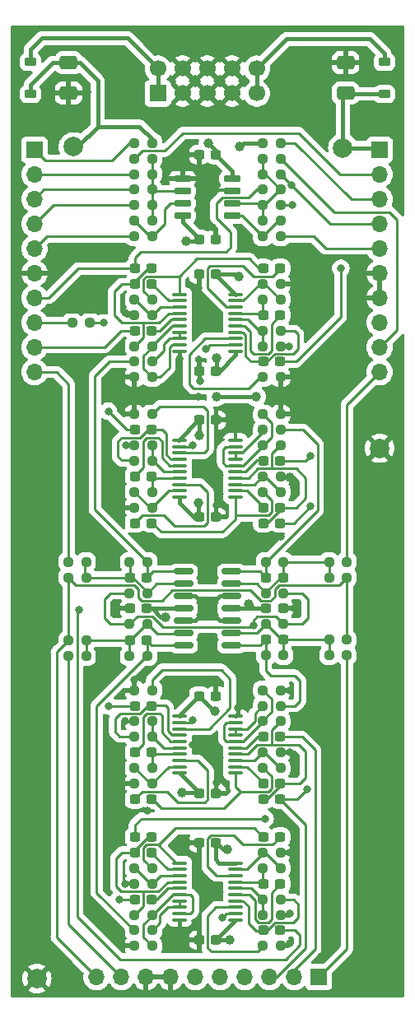
<source format=gbr>
%TF.GenerationSoftware,KiCad,Pcbnew,7.0.6*%
%TF.CreationDate,2023-07-27T10:13:18+01:00*%
%TF.ProjectId,Hypersoniq_Components,48797065-7273-46f6-9e69-715f436f6d70,rev?*%
%TF.SameCoordinates,Original*%
%TF.FileFunction,Copper,L1,Top*%
%TF.FilePolarity,Positive*%
%FSLAX46Y46*%
G04 Gerber Fmt 4.6, Leading zero omitted, Abs format (unit mm)*
G04 Created by KiCad (PCBNEW 7.0.6) date 2023-07-27 10:13:18*
%MOMM*%
%LPD*%
G01*
G04 APERTURE LIST*
G04 Aperture macros list*
%AMRoundRect*
0 Rectangle with rounded corners*
0 $1 Rounding radius*
0 $2 $3 $4 $5 $6 $7 $8 $9 X,Y pos of 4 corners*
0 Add a 4 corners polygon primitive as box body*
4,1,4,$2,$3,$4,$5,$6,$7,$8,$9,$2,$3,0*
0 Add four circle primitives for the rounded corners*
1,1,$1+$1,$2,$3*
1,1,$1+$1,$4,$5*
1,1,$1+$1,$6,$7*
1,1,$1+$1,$8,$9*
0 Add four rect primitives between the rounded corners*
20,1,$1+$1,$2,$3,$4,$5,0*
20,1,$1+$1,$4,$5,$6,$7,0*
20,1,$1+$1,$6,$7,$8,$9,0*
20,1,$1+$1,$8,$9,$2,$3,0*%
G04 Aperture macros list end*
%TA.AperFunction,SMDPad,CuDef*%
%ADD10RoundRect,0.237500X0.300000X0.237500X-0.300000X0.237500X-0.300000X-0.237500X0.300000X-0.237500X0*%
%TD*%
%TA.AperFunction,SMDPad,CuDef*%
%ADD11RoundRect,0.237500X-0.250000X-0.237500X0.250000X-0.237500X0.250000X0.237500X-0.250000X0.237500X0*%
%TD*%
%TA.AperFunction,SMDPad,CuDef*%
%ADD12RoundRect,0.237500X0.250000X0.237500X-0.250000X0.237500X-0.250000X-0.237500X0.250000X-0.237500X0*%
%TD*%
%TA.AperFunction,SMDPad,CuDef*%
%ADD13RoundRect,0.100000X-0.637500X-0.100000X0.637500X-0.100000X0.637500X0.100000X-0.637500X0.100000X0*%
%TD*%
%TA.AperFunction,SMDPad,CuDef*%
%ADD14RoundRect,0.225000X0.375000X-0.225000X0.375000X0.225000X-0.375000X0.225000X-0.375000X-0.225000X0*%
%TD*%
%TA.AperFunction,SMDPad,CuDef*%
%ADD15RoundRect,0.100000X0.637500X0.100000X-0.637500X0.100000X-0.637500X-0.100000X0.637500X-0.100000X0*%
%TD*%
%TA.AperFunction,SMDPad,CuDef*%
%ADD16RoundRect,0.237500X-0.300000X-0.237500X0.300000X-0.237500X0.300000X0.237500X-0.300000X0.237500X0*%
%TD*%
%TA.AperFunction,ComponentPad*%
%ADD17R,1.700000X1.700000*%
%TD*%
%TA.AperFunction,ComponentPad*%
%ADD18C,1.700000*%
%TD*%
%TA.AperFunction,SMDPad,CuDef*%
%ADD19RoundRect,0.250000X0.650000X-0.412500X0.650000X0.412500X-0.650000X0.412500X-0.650000X-0.412500X0*%
%TD*%
%TA.AperFunction,ComponentPad*%
%ADD20C,2.000000*%
%TD*%
%TA.AperFunction,SMDPad,CuDef*%
%ADD21RoundRect,0.150000X-0.825000X-0.150000X0.825000X-0.150000X0.825000X0.150000X-0.825000X0.150000X0*%
%TD*%
%TA.AperFunction,SMDPad,CuDef*%
%ADD22RoundRect,0.225000X-0.375000X0.225000X-0.375000X-0.225000X0.375000X-0.225000X0.375000X0.225000X0*%
%TD*%
%TA.AperFunction,SMDPad,CuDef*%
%ADD23RoundRect,0.150000X0.725000X0.150000X-0.725000X0.150000X-0.725000X-0.150000X0.725000X-0.150000X0*%
%TD*%
%TA.AperFunction,ComponentPad*%
%ADD24O,1.700000X1.700000*%
%TD*%
%TA.AperFunction,ViaPad*%
%ADD25C,1.000000*%
%TD*%
%TA.AperFunction,ViaPad*%
%ADD26C,0.800000*%
%TD*%
%TA.AperFunction,Conductor*%
%ADD27C,0.250000*%
%TD*%
%TA.AperFunction,Conductor*%
%ADD28C,0.400000*%
%TD*%
G04 APERTURE END LIST*
D10*
%TO.P,C11,1*%
%TO.N,-12V*%
X71062500Y-85600000D03*
%TO.P,C11,2*%
%TO.N,GND*%
X69337500Y-85600000D03*
%TD*%
D11*
%TO.P,R1,1*%
%TO.N,/Q_POT*%
X56287500Y-80600000D03*
%TO.P,R1,2*%
%TO.N,/Q_CONTROL*%
X58112500Y-80600000D03*
%TD*%
D12*
%TO.P,R51,1*%
%TO.N,Net-(C36-Pad1)*%
X64512500Y-136700000D03*
%TO.P,R51,2*%
%TO.N,Net-(R47-Pad1)*%
X62687500Y-136700000D03*
%TD*%
D13*
%TO.P,U2,1*%
%TO.N,Net-(C9-Pad1)*%
X67337500Y-77675000D03*
%TO.P,U2,2*%
%TO.N,Net-(C8-Pad2)*%
X67337500Y-78325000D03*
%TO.P,U2,3*%
%TO.N,Net-(R5-Pad1)*%
X67337500Y-78975000D03*
%TO.P,U2,4*%
%TO.N,Net-(C5-Pad1)*%
X67337500Y-79625000D03*
%TO.P,U2,5*%
%TO.N,Net-(C7-Pad2)*%
X67337500Y-80275000D03*
%TO.P,U2,6*%
%TO.N,/Filter_Voice1/Q_FEEDBACK*%
X67337500Y-80925000D03*
%TO.P,U2,7,EXPO_CTL*%
%TO.N,Net-(U2E-EXPO_CTL)*%
X67337500Y-81575000D03*
%TO.P,U2,8,TEMPCO*%
X67337500Y-82225000D03*
%TO.P,U2,9*%
%TO.N,/Filter_Voice1/Q_FEEDBACK*%
X67337500Y-82875000D03*
%TO.P,U2,10,GND*%
%TO.N,GND*%
X67337500Y-83525000D03*
%TO.P,U2,11,V-*%
%TO.N,-12V*%
X73062500Y-83525000D03*
%TO.P,U2,12*%
%TO.N,/Q_CONTROL*%
X73062500Y-82875000D03*
%TO.P,U2,13*%
%TO.N,Net-(R12-Pad1)*%
X73062500Y-82225000D03*
%TO.P,U2,14*%
%TO.N,Net-(C6-Pad2)*%
X73062500Y-81575000D03*
%TO.P,U2,15*%
%TO.N,Net-(C10-Pad2)*%
X73062500Y-80925000D03*
%TO.P,U2,16*%
%TO.N,Net-(R11-Pad2)*%
X73062500Y-80275000D03*
%TO.P,U2,17*%
%TO.N,Net-(C10-Pad1)*%
X73062500Y-79625000D03*
%TO.P,U2,18*%
%TO.N,Net-(C9-Pad2)*%
X73062500Y-78975000D03*
%TO.P,U2,19*%
%TO.N,Net-(R10-Pad2)*%
X73062500Y-78325000D03*
%TO.P,U2,20,V+*%
%TO.N,+12V*%
X73062500Y-77675000D03*
%TD*%
D14*
%TO.P,D1,1,K*%
%TO.N,+12V*%
X88400000Y-57050000D03*
%TO.P,D1,2,A*%
%TO.N,/+12V_IN*%
X88400000Y-53750000D03*
%TD*%
D15*
%TO.P,U3,1*%
%TO.N,Net-(C18-Pad1)*%
X73062500Y-98525000D03*
%TO.P,U3,2*%
%TO.N,Net-(C17-Pad2)*%
X73062500Y-97875000D03*
%TO.P,U3,3*%
%TO.N,Net-(R19-Pad1)*%
X73062500Y-97225000D03*
%TO.P,U3,4*%
%TO.N,Net-(C14-Pad1)*%
X73062500Y-96575000D03*
%TO.P,U3,5*%
%TO.N,Net-(C16-Pad2)*%
X73062500Y-95925000D03*
%TO.P,U3,6*%
%TO.N,/Filter_Voice2/Q_FEEDBACK*%
X73062500Y-95275000D03*
%TO.P,U3,7,EXPO_CTL*%
%TO.N,Net-(U3E-EXPO_CTL)*%
X73062500Y-94625000D03*
%TO.P,U3,8,TEMPCO*%
X73062500Y-93975000D03*
%TO.P,U3,9*%
%TO.N,/Filter_Voice2/Q_FEEDBACK*%
X73062500Y-93325000D03*
%TO.P,U3,10,GND*%
%TO.N,GND*%
X73062500Y-92675000D03*
%TO.P,U3,11,V-*%
%TO.N,-12V*%
X67337500Y-92675000D03*
%TO.P,U3,12*%
%TO.N,/Q_CONTROL*%
X67337500Y-93325000D03*
%TO.P,U3,13*%
%TO.N,Net-(R26-Pad1)*%
X67337500Y-93975000D03*
%TO.P,U3,14*%
%TO.N,Net-(C15-Pad2)*%
X67337500Y-94625000D03*
%TO.P,U3,15*%
%TO.N,Net-(C19-Pad2)*%
X67337500Y-95275000D03*
%TO.P,U3,16*%
%TO.N,Net-(R21-Pad1)*%
X67337500Y-95925000D03*
%TO.P,U3,17*%
%TO.N,Net-(C19-Pad1)*%
X67337500Y-96575000D03*
%TO.P,U3,18*%
%TO.N,Net-(C18-Pad2)*%
X67337500Y-97225000D03*
%TO.P,U3,19*%
%TO.N,Net-(R20-Pad1)*%
X67337500Y-97875000D03*
%TO.P,U3,20,V+*%
%TO.N,+12V*%
X67337500Y-98525000D03*
%TD*%
D12*
%TO.P,R38,1*%
%TO.N,Net-(C28-Pad1)*%
X64512500Y-126400000D03*
%TO.P,R38,2*%
%TO.N,Net-(R34-Pad1)*%
X62687500Y-126400000D03*
%TD*%
%TO.P,R67,1*%
%TO.N,Net-(U6B--)*%
X64512500Y-65300000D03*
%TO.P,R67,2*%
%TO.N,/4POLE_OUT2*%
X62687500Y-65300000D03*
%TD*%
D16*
%TO.P,C7,1*%
%TO.N,/AUDIO_IN1*%
X62737500Y-81400000D03*
%TO.P,C7,2*%
%TO.N,Net-(C7-Pad2)*%
X64462500Y-81400000D03*
%TD*%
D12*
%TO.P,R64,1*%
%TO.N,Net-(R64-Pad1)*%
X77712500Y-70100000D03*
%TO.P,R64,2*%
%TO.N,Net-(U6A--)*%
X75887500Y-70100000D03*
%TD*%
%TO.P,R60,1*%
%TO.N,Net-(U6A--)*%
X77712500Y-66900000D03*
%TO.P,R60,2*%
%TO.N,/1POLE_OUT1*%
X75887500Y-66900000D03*
%TD*%
D17*
%TO.P,J4,1,Pin_1*%
%TO.N,/-12V_IN*%
X65100000Y-57000000D03*
D18*
%TO.P,J4,2,Pin_2*%
X65100000Y-54460000D03*
%TO.P,J4,3,Pin_3*%
%TO.N,GND*%
X67640000Y-57000000D03*
%TO.P,J4,4,Pin_4*%
X67640000Y-54460000D03*
%TO.P,J4,5,Pin_5*%
X70180000Y-57000000D03*
%TO.P,J4,6,Pin_6*%
X70180000Y-54460000D03*
%TO.P,J4,7,Pin_7*%
X72720000Y-57000000D03*
%TO.P,J4,8,Pin_8*%
X72720000Y-54460000D03*
%TO.P,J4,9,Pin_9*%
%TO.N,/+12V_IN*%
X75260000Y-57000000D03*
%TO.P,J4,10,Pin_10*%
X75260000Y-54460000D03*
%TD*%
D10*
%TO.P,C6,1*%
%TO.N,/4POLE_OUT1*%
X77662500Y-84600000D03*
%TO.P,C6,2*%
%TO.N,Net-(C6-Pad2)*%
X75937500Y-84600000D03*
%TD*%
D16*
%TO.P,C4,1*%
%TO.N,-12V*%
X76237500Y-110000000D03*
%TO.P,C4,2*%
%TO.N,GND*%
X77962500Y-110000000D03*
%TD*%
D10*
%TO.P,C25,1*%
%TO.N,/AUDIO_IN3*%
X77662500Y-123200000D03*
%TO.P,C25,2*%
%TO.N,Net-(C25-Pad2)*%
X75937500Y-123200000D03*
%TD*%
D16*
%TO.P,C34,1*%
%TO.N,/AUDIO_IN4*%
X62737500Y-139900000D03*
%TO.P,C34,2*%
%TO.N,Net-(C34-Pad2)*%
X64462500Y-139900000D03*
%TD*%
D12*
%TO.P,R35,1*%
%TO.N,Net-(R35-Pad1)*%
X64512500Y-121600000D03*
%TO.P,R35,2*%
%TO.N,GND*%
X62687500Y-121600000D03*
%TD*%
D11*
%TO.P,R12,1*%
%TO.N,Net-(R12-Pad1)*%
X75887500Y-86200000D03*
%TO.P,R12,2*%
%TO.N,GND*%
X77712500Y-86200000D03*
%TD*%
D12*
%TO.P,R57,1*%
%TO.N,Net-(U1B--)*%
X57712500Y-113300000D03*
%TO.P,R57,2*%
%TO.N,/FREQ_JACK*%
X55887500Y-113300000D03*
%TD*%
D11*
%TO.P,R6,1*%
%TO.N,Net-(R10-Pad2)*%
X75887500Y-76600000D03*
%TO.P,R6,2*%
%TO.N,GND*%
X77712500Y-76600000D03*
%TD*%
D10*
%TO.P,C17,1*%
%TO.N,Net-(C14-Pad1)*%
X77662500Y-99600000D03*
%TO.P,C17,2*%
%TO.N,Net-(C17-Pad2)*%
X75937500Y-99600000D03*
%TD*%
%TO.P,C19,1*%
%TO.N,Net-(C19-Pad1)*%
X64462500Y-96400000D03*
%TO.P,C19,2*%
%TO.N,Net-(C19-Pad2)*%
X62737500Y-96400000D03*
%TD*%
D16*
%TO.P,C8,1*%
%TO.N,Net-(C5-Pad1)*%
X62737500Y-76600000D03*
%TO.P,C8,2*%
%TO.N,Net-(C8-Pad2)*%
X64462500Y-76600000D03*
%TD*%
D11*
%TO.P,R2,1*%
%TO.N,+12V*%
X75887500Y-62100000D03*
%TO.P,R2,2*%
%TO.N,/FREQ_POT_VH*%
X77712500Y-62100000D03*
%TD*%
%TO.P,R31,1*%
%TO.N,/Filter_Voice2/FREQ_CONTROL*%
X76187500Y-105200000D03*
%TO.P,R31,2*%
%TO.N,Net-(U1D--)*%
X78012500Y-105200000D03*
%TD*%
%TO.P,R61,1*%
%TO.N,Net-(U6A--)*%
X75887500Y-63700000D03*
%TO.P,R61,2*%
%TO.N,/1POLE_OUT2*%
X77712500Y-63700000D03*
%TD*%
D12*
%TO.P,R5,1*%
%TO.N,Net-(R5-Pad1)*%
X64512500Y-79800000D03*
%TO.P,R5,2*%
%TO.N,GND*%
X62687500Y-79800000D03*
%TD*%
%TO.P,R40,1*%
%TO.N,Net-(R40-Pad1)*%
X64512500Y-118400000D03*
%TO.P,R40,2*%
%TO.N,GND*%
X62687500Y-118400000D03*
%TD*%
D10*
%TO.P,C39,1*%
%TO.N,+12V*%
X71062500Y-134100000D03*
%TO.P,C39,2*%
%TO.N,GND*%
X69337500Y-134100000D03*
%TD*%
D16*
%TO.P,C29,1*%
%TO.N,-12V*%
X69337500Y-119000000D03*
%TO.P,C29,2*%
%TO.N,GND*%
X71062500Y-119000000D03*
%TD*%
D12*
%TO.P,R47,1*%
%TO.N,Net-(R47-Pad1)*%
X64512500Y-138300000D03*
%TO.P,R47,2*%
%TO.N,GND*%
X62687500Y-138300000D03*
%TD*%
D11*
%TO.P,R42,1*%
%TO.N,Net-(U1C--)*%
X82687500Y-114800000D03*
%TO.P,R42,2*%
%TO.N,/FREQ_CV3*%
X84512500Y-114800000D03*
%TD*%
D16*
%TO.P,C24,1*%
%TO.N,/4POLE_OUT3*%
X62737500Y-120000000D03*
%TO.P,C24,2*%
%TO.N,Net-(C24-Pad2)*%
X64462500Y-120000000D03*
%TD*%
%TO.P,C37,1*%
%TO.N,Net-(C37-Pad1)*%
X75937500Y-138300000D03*
%TO.P,C37,2*%
%TO.N,Net-(C37-Pad2)*%
X77662500Y-138300000D03*
%TD*%
D10*
%TO.P,C27,1*%
%TO.N,Net-(C27-Pad1)*%
X64462500Y-129600000D03*
%TO.P,C27,2*%
%TO.N,Net-(C27-Pad2)*%
X62737500Y-129600000D03*
%TD*%
D11*
%TO.P,R28,1*%
%TO.N,Net-(U1D--)*%
X82687500Y-105200000D03*
%TO.P,R28,2*%
%TO.N,/FREQ_CV2*%
X84512500Y-105200000D03*
%TD*%
D16*
%TO.P,C15,1*%
%TO.N,/4POLE_OUT2*%
X62737500Y-91600000D03*
%TO.P,C15,2*%
%TO.N,Net-(C15-Pad2)*%
X64462500Y-91600000D03*
%TD*%
D11*
%TO.P,R44,1*%
%TO.N,Net-(U1C--)*%
X76187500Y-111600000D03*
%TO.P,R44,2*%
%TO.N,/FREQ_POT*%
X78012500Y-111600000D03*
%TD*%
D12*
%TO.P,R20,1*%
%TO.N,Net-(R20-Pad1)*%
X64512500Y-99600000D03*
%TO.P,R20,2*%
%TO.N,GND*%
X62687500Y-99600000D03*
%TD*%
D11*
%TO.P,R25,1*%
%TO.N,Net-(C15-Pad2)*%
X62687500Y-94800000D03*
%TO.P,R25,2*%
%TO.N,Net-(R21-Pad1)*%
X64512500Y-94800000D03*
%TD*%
D10*
%TO.P,C31,1*%
%TO.N,Net-(U1C--)*%
X77962500Y-113200000D03*
%TO.P,C31,2*%
%TO.N,/Filter_Voice3/FREQ_CONTROL*%
X76237500Y-113200000D03*
%TD*%
D12*
%TO.P,R9,1*%
%TO.N,Net-(C9-Pad1)*%
X64512500Y-78200000D03*
%TO.P,R9,2*%
%TO.N,Net-(R5-Pad1)*%
X62687500Y-78200000D03*
%TD*%
D19*
%TO.P,C2,1*%
%TO.N,GND*%
X55900000Y-56962500D03*
%TO.P,C2,2*%
%TO.N,-12V*%
X55900000Y-53837500D03*
%TD*%
D10*
%TO.P,C16,1*%
%TO.N,/AUDIO_IN2*%
X77662500Y-94800000D03*
%TO.P,C16,2*%
%TO.N,Net-(C16-Pad2)*%
X75937500Y-94800000D03*
%TD*%
D12*
%TO.P,R13,1*%
%TO.N,Net-(U2E-EXPO_CTL)*%
X64512500Y-84600000D03*
%TO.P,R13,2*%
%TO.N,/Filter_Voice1/FREQ_CONTROL*%
X62687500Y-84600000D03*
%TD*%
D11*
%TO.P,R48,1*%
%TO.N,Net-(R48-Pad1)*%
X75887500Y-135100000D03*
%TO.P,R48,2*%
%TO.N,GND*%
X77712500Y-135100000D03*
%TD*%
D12*
%TO.P,R16,1*%
%TO.N,Net-(U1A--)*%
X64012500Y-108400000D03*
%TO.P,R16,2*%
%TO.N,/FREQ_POT*%
X62187500Y-108400000D03*
%TD*%
D20*
%TO.P,TP2,1,1*%
%TO.N,-12V*%
X56400000Y-62500000D03*
%TD*%
D11*
%TO.P,R52,1*%
%TO.N,Net-(C37-Pad1)*%
X75887500Y-136700000D03*
%TO.P,R52,2*%
%TO.N,Net-(R48-Pad1)*%
X77712500Y-136700000D03*
%TD*%
D12*
%TO.P,R21,1*%
%TO.N,Net-(R21-Pad1)*%
X64512500Y-93200000D03*
%TO.P,R21,2*%
%TO.N,GND*%
X62687500Y-93200000D03*
%TD*%
D21*
%TO.P,U1,1*%
%TO.N,/Filter_Voice1/FREQ_CONTROL*%
X67725000Y-106190000D03*
%TO.P,U1,2,-*%
%TO.N,Net-(U1A--)*%
X67725000Y-107460000D03*
%TO.P,U1,3,+*%
%TO.N,GND*%
X67725000Y-108730000D03*
%TO.P,U1,4,V+*%
%TO.N,+12V*%
X67725000Y-110000000D03*
%TO.P,U1,5,+*%
%TO.N,GND*%
X67725000Y-111270000D03*
%TO.P,U1,6,-*%
%TO.N,Net-(U1B--)*%
X67725000Y-112540000D03*
%TO.P,U1,7*%
%TO.N,/Filter_Voice4/FREQ_CONTROL*%
X67725000Y-113810000D03*
%TO.P,U1,8*%
%TO.N,/Filter_Voice3/FREQ_CONTROL*%
X72675000Y-113810000D03*
%TO.P,U1,9,-*%
%TO.N,Net-(U1C--)*%
X72675000Y-112540000D03*
%TO.P,U1,10,+*%
%TO.N,GND*%
X72675000Y-111270000D03*
%TO.P,U1,11,V-*%
%TO.N,-12V*%
X72675000Y-110000000D03*
%TO.P,U1,12,+*%
%TO.N,GND*%
X72675000Y-108730000D03*
%TO.P,U1,13,-*%
%TO.N,Net-(U1D--)*%
X72675000Y-107460000D03*
%TO.P,U1,14*%
%TO.N,/Filter_Voice2/FREQ_CONTROL*%
X72675000Y-106190000D03*
%TD*%
D12*
%TO.P,R34,1*%
%TO.N,Net-(R34-Pad1)*%
X64512500Y-128000000D03*
%TO.P,R34,2*%
%TO.N,GND*%
X62687500Y-128000000D03*
%TD*%
D22*
%TO.P,D2,1,K*%
%TO.N,/-12V_IN*%
X52000000Y-53750000D03*
%TO.P,D2,2,A*%
%TO.N,-12V*%
X52000000Y-57050000D03*
%TD*%
D12*
%TO.P,R11,1*%
%TO.N,Net-(C6-Pad2)*%
X77712500Y-81400000D03*
%TO.P,R11,2*%
%TO.N,Net-(R11-Pad2)*%
X75887500Y-81400000D03*
%TD*%
%TO.P,R15,1*%
%TO.N,Net-(U1A--)*%
X57712500Y-106800000D03*
%TO.P,R15,2*%
%TO.N,/FREQ_JACK*%
X55887500Y-106800000D03*
%TD*%
%TO.P,R24,1*%
%TO.N,Net-(C19-Pad1)*%
X64512500Y-98000000D03*
%TO.P,R24,2*%
%TO.N,Net-(R20-Pad1)*%
X62687500Y-98000000D03*
%TD*%
%TO.P,R53,1*%
%TO.N,Net-(C33-Pad2)*%
X77712500Y-139900000D03*
%TO.P,R53,2*%
%TO.N,Net-(R49-Pad1)*%
X75887500Y-139900000D03*
%TD*%
D16*
%TO.P,C14,1*%
%TO.N,Net-(C14-Pad1)*%
X75937500Y-101200000D03*
%TO.P,C14,2*%
%TO.N,/1POLE_OUT2*%
X77662500Y-101200000D03*
%TD*%
%TO.P,C20,1*%
%TO.N,-12V*%
X69337500Y-90600000D03*
%TO.P,C20,2*%
%TO.N,GND*%
X71062500Y-90600000D03*
%TD*%
D10*
%TO.P,C42,1*%
%TO.N,-12V*%
X71062500Y-63300000D03*
%TO.P,C42,2*%
%TO.N,GND*%
X69337500Y-63300000D03*
%TD*%
D12*
%TO.P,R59,1*%
%TO.N,/Filter_Voice4/FREQ_CONTROL*%
X64012500Y-114900000D03*
%TO.P,R59,2*%
%TO.N,Net-(U1B--)*%
X62187500Y-114900000D03*
%TD*%
%TO.P,R36,1*%
%TO.N,Net-(C23-Pad1)*%
X77712500Y-121600000D03*
%TO.P,R36,2*%
%TO.N,/Filter_Voice3/Q_FEEDBACK*%
X75887500Y-121600000D03*
%TD*%
D10*
%TO.P,C32,1*%
%TO.N,Net-(C32-Pad1)*%
X64462500Y-133500000D03*
%TO.P,C32,2*%
%TO.N,/1POLE_OUT4*%
X62737500Y-133500000D03*
%TD*%
D12*
%TO.P,R46,1*%
%TO.N,/Filter_Voice4/Q_FEEDBACK*%
X64512500Y-144700000D03*
%TO.P,R46,2*%
%TO.N,GND*%
X62687500Y-144700000D03*
%TD*%
D16*
%TO.P,C30,1*%
%TO.N,+12V*%
X69337500Y-129000000D03*
%TO.P,C30,2*%
%TO.N,GND*%
X71062500Y-129000000D03*
%TD*%
D11*
%TO.P,R50,1*%
%TO.N,Net-(C32-Pad1)*%
X62687500Y-141500000D03*
%TO.P,R50,2*%
%TO.N,/Filter_Voice4/Q_FEEDBACK*%
X64512500Y-141500000D03*
%TD*%
D10*
%TO.P,C38,1*%
%TO.N,-12V*%
X71062500Y-144100000D03*
%TO.P,C38,2*%
%TO.N,GND*%
X69337500Y-144100000D03*
%TD*%
D16*
%TO.P,C36,1*%
%TO.N,Net-(C36-Pad1)*%
X75937500Y-133500000D03*
%TO.P,C36,2*%
%TO.N,Net-(C36-Pad2)*%
X77662500Y-133500000D03*
%TD*%
D12*
%TO.P,R68,1*%
%TO.N,Net-(U6B--)*%
X64512500Y-66900000D03*
%TO.P,R68,2*%
%TO.N,/4POLE_OUT3*%
X62687500Y-66900000D03*
%TD*%
D11*
%TO.P,R10,1*%
%TO.N,Net-(C10-Pad1)*%
X75887500Y-78200000D03*
%TO.P,R10,2*%
%TO.N,Net-(R10-Pad2)*%
X77712500Y-78200000D03*
%TD*%
D12*
%TO.P,R66,1*%
%TO.N,Net-(U6B--)*%
X64512500Y-63700000D03*
%TO.P,R66,2*%
%TO.N,/4POLE_OUT1*%
X62687500Y-63700000D03*
%TD*%
D11*
%TO.P,R54,1*%
%TO.N,Net-(R54-Pad1)*%
X75887500Y-144700000D03*
%TO.P,R54,2*%
%TO.N,GND*%
X77712500Y-144700000D03*
%TD*%
D10*
%TO.P,C3,1*%
%TO.N,+12V*%
X63962500Y-110000000D03*
%TO.P,C3,2*%
%TO.N,GND*%
X62237500Y-110000000D03*
%TD*%
D11*
%TO.P,R32,1*%
%TO.N,/Filter_Voice3/Q_FEEDBACK*%
X75887500Y-118400000D03*
%TO.P,R32,2*%
%TO.N,GND*%
X77712500Y-118400000D03*
%TD*%
D16*
%TO.P,C23,1*%
%TO.N,Net-(C23-Pad1)*%
X75937500Y-129600000D03*
%TO.P,C23,2*%
%TO.N,/1POLE_OUT3*%
X77662500Y-129600000D03*
%TD*%
D12*
%TO.P,R22,1*%
%TO.N,Net-(C14-Pad1)*%
X77712500Y-93200000D03*
%TO.P,R22,2*%
%TO.N,/Filter_Voice2/Q_FEEDBACK*%
X75887500Y-93200000D03*
%TD*%
D11*
%TO.P,R23,1*%
%TO.N,Net-(C18-Pad1)*%
X75887500Y-98000000D03*
%TO.P,R23,2*%
%TO.N,Net-(R19-Pad1)*%
X77712500Y-98000000D03*
%TD*%
%TO.P,R41,1*%
%TO.N,Net-(U4E-EXPO_CTL)*%
X75887500Y-120000000D03*
%TO.P,R41,2*%
%TO.N,/Filter_Voice3/FREQ_CONTROL*%
X77712500Y-120000000D03*
%TD*%
D20*
%TO.P,TP4,1,1*%
%TO.N,GND*%
X52650000Y-148050000D03*
%TD*%
D12*
%TO.P,R58,1*%
%TO.N,Net-(U1B--)*%
X64012500Y-111600000D03*
%TO.P,R58,2*%
%TO.N,/FREQ_POT*%
X62187500Y-111600000D03*
%TD*%
D11*
%TO.P,R3,1*%
%TO.N,/FREQ_POT_VL*%
X62687500Y-62100000D03*
%TO.P,R3,2*%
%TO.N,-12V*%
X64512500Y-62100000D03*
%TD*%
%TO.P,R37,1*%
%TO.N,Net-(C27-Pad1)*%
X75887500Y-126400000D03*
%TO.P,R37,2*%
%TO.N,Net-(R33-Pad1)*%
X77712500Y-126400000D03*
%TD*%
D10*
%TO.P,C28,1*%
%TO.N,Net-(C28-Pad1)*%
X64462500Y-124800000D03*
%TO.P,C28,2*%
%TO.N,Net-(C28-Pad2)*%
X62737500Y-124800000D03*
%TD*%
D12*
%TO.P,R17,1*%
%TO.N,/Filter_Voice1/FREQ_CONTROL*%
X64012500Y-105200000D03*
%TO.P,R17,2*%
%TO.N,Net-(U1A--)*%
X62187500Y-105200000D03*
%TD*%
D11*
%TO.P,R27,1*%
%TO.N,Net-(U3E-EXPO_CTL)*%
X75887500Y-91600000D03*
%TO.P,R27,2*%
%TO.N,/Filter_Voice2/FREQ_CONTROL*%
X77712500Y-91600000D03*
%TD*%
D10*
%TO.P,C18,1*%
%TO.N,Net-(C18-Pad1)*%
X64462500Y-101200000D03*
%TO.P,C18,2*%
%TO.N,Net-(C18-Pad2)*%
X62737500Y-101200000D03*
%TD*%
D11*
%TO.P,R39,1*%
%TO.N,Net-(C24-Pad2)*%
X62687500Y-123200000D03*
%TO.P,R39,2*%
%TO.N,Net-(R35-Pad1)*%
X64512500Y-123200000D03*
%TD*%
D16*
%TO.P,C21,1*%
%TO.N,+12V*%
X69337500Y-100600000D03*
%TO.P,C21,2*%
%TO.N,GND*%
X71062500Y-100600000D03*
%TD*%
D11*
%TO.P,R29,1*%
%TO.N,Net-(U1D--)*%
X82687500Y-106800000D03*
%TO.P,R29,2*%
%TO.N,/FREQ_JACK*%
X84512500Y-106800000D03*
%TD*%
D16*
%TO.P,C9,1*%
%TO.N,Net-(C9-Pad1)*%
X75937500Y-75000000D03*
%TO.P,C9,2*%
%TO.N,Net-(C9-Pad2)*%
X77662500Y-75000000D03*
%TD*%
D12*
%TO.P,R4,1*%
%TO.N,/Filter_Voice1/Q_FEEDBACK*%
X64512500Y-86200000D03*
%TO.P,R4,2*%
%TO.N,GND*%
X62687500Y-86200000D03*
%TD*%
%TO.P,R55,1*%
%TO.N,Net-(U5E-EXPO_CTL)*%
X64512500Y-143100000D03*
%TO.P,R55,2*%
%TO.N,/Filter_Voice4/FREQ_CONTROL*%
X62687500Y-143100000D03*
%TD*%
D10*
%TO.P,C12,1*%
%TO.N,+12V*%
X71062500Y-75600000D03*
%TO.P,C12,2*%
%TO.N,GND*%
X69337500Y-75600000D03*
%TD*%
D12*
%TO.P,R56,1*%
%TO.N,Net-(U1B--)*%
X57712500Y-114900000D03*
%TO.P,R56,2*%
%TO.N,/FREQ_CV4*%
X55887500Y-114900000D03*
%TD*%
%TO.P,R71,1*%
%TO.N,Net-(R70-Pad1)*%
X64512500Y-71700000D03*
%TO.P,R71,2*%
%TO.N,/AUDIO_MIX_4POLE*%
X62687500Y-71700000D03*
%TD*%
D10*
%TO.P,C5,1*%
%TO.N,Net-(C5-Pad1)*%
X64462500Y-75000000D03*
%TO.P,C5,2*%
%TO.N,/1POLE_OUT1*%
X62737500Y-75000000D03*
%TD*%
D12*
%TO.P,R69,1*%
%TO.N,Net-(U6B--)*%
X64512500Y-68500000D03*
%TO.P,R69,2*%
%TO.N,/4POLE_OUT4*%
X62687500Y-68500000D03*
%TD*%
%TO.P,R14,1*%
%TO.N,Net-(U1A--)*%
X57712500Y-105200000D03*
%TO.P,R14,2*%
%TO.N,/FREQ_CV1*%
X55887500Y-105200000D03*
%TD*%
D11*
%TO.P,R19,1*%
%TO.N,Net-(R19-Pad1)*%
X75887500Y-96400000D03*
%TO.P,R19,2*%
%TO.N,GND*%
X77712500Y-96400000D03*
%TD*%
D16*
%TO.P,C41,1*%
%TO.N,+12V*%
X69337500Y-72000000D03*
%TO.P,C41,2*%
%TO.N,GND*%
X71062500Y-72000000D03*
%TD*%
D12*
%TO.P,R26,1*%
%TO.N,Net-(R26-Pad1)*%
X64512500Y-90000000D03*
%TO.P,R26,2*%
%TO.N,GND*%
X62687500Y-90000000D03*
%TD*%
D11*
%TO.P,R33,1*%
%TO.N,Net-(R33-Pad1)*%
X75887500Y-124800000D03*
%TO.P,R33,2*%
%TO.N,GND*%
X77712500Y-124800000D03*
%TD*%
%TO.P,R30,1*%
%TO.N,Net-(U1D--)*%
X76187500Y-108400000D03*
%TO.P,R30,2*%
%TO.N,/FREQ_POT*%
X78012500Y-108400000D03*
%TD*%
%TO.P,R70,1*%
%TO.N,Net-(R70-Pad1)*%
X62687500Y-70100000D03*
%TO.P,R70,2*%
%TO.N,Net-(U6B--)*%
X64512500Y-70100000D03*
%TD*%
D16*
%TO.P,C40,1*%
%TO.N,Net-(U1B--)*%
X62237500Y-113300000D03*
%TO.P,C40,2*%
%TO.N,/Filter_Voice4/FREQ_CONTROL*%
X63962500Y-113300000D03*
%TD*%
D11*
%TO.P,R7,1*%
%TO.N,Net-(R11-Pad2)*%
X75887500Y-83000000D03*
%TO.P,R7,2*%
%TO.N,GND*%
X77712500Y-83000000D03*
%TD*%
D20*
%TO.P,TP1,1,1*%
%TO.N,+12V*%
X84100000Y-62600000D03*
%TD*%
D23*
%TO.P,U6,1*%
%TO.N,Net-(R64-Pad1)*%
X72775000Y-69605000D03*
%TO.P,U6,2,-*%
%TO.N,Net-(U6A--)*%
X72775000Y-68335000D03*
%TO.P,U6,3,+*%
%TO.N,GND*%
X72775000Y-67065000D03*
%TO.P,U6,4,V-*%
%TO.N,-12V*%
X72775000Y-65795000D03*
%TO.P,U6,5,+*%
%TO.N,GND*%
X67625000Y-65795000D03*
%TO.P,U6,6,-*%
%TO.N,Net-(U6B--)*%
X67625000Y-67065000D03*
%TO.P,U6,7*%
%TO.N,Net-(R70-Pad1)*%
X67625000Y-68335000D03*
%TO.P,U6,8,V+*%
%TO.N,+12V*%
X67625000Y-69605000D03*
%TD*%
D11*
%TO.P,R45,1*%
%TO.N,/Filter_Voice3/FREQ_CONTROL*%
X76187500Y-114800000D03*
%TO.P,R45,2*%
%TO.N,Net-(U1C--)*%
X78012500Y-114800000D03*
%TD*%
D10*
%TO.P,C22,1*%
%TO.N,Net-(U1D--)*%
X77962500Y-106800000D03*
%TO.P,C22,2*%
%TO.N,/Filter_Voice2/FREQ_CONTROL*%
X76237500Y-106800000D03*
%TD*%
D11*
%TO.P,R62,1*%
%TO.N,Net-(U6A--)*%
X75887500Y-68500000D03*
%TO.P,R62,2*%
%TO.N,/1POLE_OUT3*%
X77712500Y-68500000D03*
%TD*%
D16*
%TO.P,C35,1*%
%TO.N,Net-(C32-Pad1)*%
X62737500Y-135100000D03*
%TO.P,C35,2*%
%TO.N,Net-(C35-Pad2)*%
X64462500Y-135100000D03*
%TD*%
D10*
%TO.P,C26,1*%
%TO.N,Net-(C23-Pad1)*%
X77662500Y-128000000D03*
%TO.P,C26,2*%
%TO.N,Net-(C26-Pad2)*%
X75937500Y-128000000D03*
%TD*%
D11*
%TO.P,R63,1*%
%TO.N,Net-(U6A--)*%
X75887500Y-65300000D03*
%TO.P,R63,2*%
%TO.N,/1POLE_OUT4*%
X77712500Y-65300000D03*
%TD*%
%TO.P,R49,1*%
%TO.N,Net-(R49-Pad1)*%
X75887500Y-141500000D03*
%TO.P,R49,2*%
%TO.N,GND*%
X77712500Y-141500000D03*
%TD*%
%TO.P,R8,1*%
%TO.N,Net-(C5-Pad1)*%
X62687500Y-83000000D03*
%TO.P,R8,2*%
%TO.N,/Filter_Voice1/Q_FEEDBACK*%
X64512500Y-83000000D03*
%TD*%
D16*
%TO.P,C10,1*%
%TO.N,Net-(C10-Pad1)*%
X75937500Y-79800000D03*
%TO.P,C10,2*%
%TO.N,Net-(C10-Pad2)*%
X77662500Y-79800000D03*
%TD*%
D19*
%TO.P,C1,1*%
%TO.N,+12V*%
X84400000Y-56962500D03*
%TO.P,C1,2*%
%TO.N,GND*%
X84400000Y-53837500D03*
%TD*%
D15*
%TO.P,U4,1*%
%TO.N,Net-(C27-Pad1)*%
X73062500Y-126925000D03*
%TO.P,U4,2*%
%TO.N,Net-(C26-Pad2)*%
X73062500Y-126275000D03*
%TO.P,U4,3*%
%TO.N,Net-(R33-Pad1)*%
X73062500Y-125625000D03*
%TO.P,U4,4*%
%TO.N,Net-(C23-Pad1)*%
X73062500Y-124975000D03*
%TO.P,U4,5*%
%TO.N,Net-(C25-Pad2)*%
X73062500Y-124325000D03*
%TO.P,U4,6*%
%TO.N,/Filter_Voice3/Q_FEEDBACK*%
X73062500Y-123675000D03*
%TO.P,U4,7,EXPO_CTL*%
%TO.N,Net-(U4E-EXPO_CTL)*%
X73062500Y-123025000D03*
%TO.P,U4,8,TEMPCO*%
X73062500Y-122375000D03*
%TO.P,U4,9*%
%TO.N,/Filter_Voice3/Q_FEEDBACK*%
X73062500Y-121725000D03*
%TO.P,U4,10,GND*%
%TO.N,GND*%
X73062500Y-121075000D03*
%TO.P,U4,11,V-*%
%TO.N,-12V*%
X67337500Y-121075000D03*
%TO.P,U4,12*%
%TO.N,/Q_CONTROL*%
X67337500Y-121725000D03*
%TO.P,U4,13*%
%TO.N,Net-(R40-Pad1)*%
X67337500Y-122375000D03*
%TO.P,U4,14*%
%TO.N,Net-(C24-Pad2)*%
X67337500Y-123025000D03*
%TO.P,U4,15*%
%TO.N,Net-(C28-Pad2)*%
X67337500Y-123675000D03*
%TO.P,U4,16*%
%TO.N,Net-(R35-Pad1)*%
X67337500Y-124325000D03*
%TO.P,U4,17*%
%TO.N,Net-(C28-Pad1)*%
X67337500Y-124975000D03*
%TO.P,U4,18*%
%TO.N,Net-(C27-Pad2)*%
X67337500Y-125625000D03*
%TO.P,U4,19*%
%TO.N,Net-(R34-Pad1)*%
X67337500Y-126275000D03*
%TO.P,U4,20,V+*%
%TO.N,+12V*%
X67337500Y-126925000D03*
%TD*%
D10*
%TO.P,C33,1*%
%TO.N,/4POLE_OUT4*%
X77662500Y-143100000D03*
%TO.P,C33,2*%
%TO.N,Net-(C33-Pad2)*%
X75937500Y-143100000D03*
%TD*%
D16*
%TO.P,C13,1*%
%TO.N,Net-(U1A--)*%
X62237500Y-106800000D03*
%TO.P,C13,2*%
%TO.N,/Filter_Voice1/FREQ_CONTROL*%
X63962500Y-106800000D03*
%TD*%
D11*
%TO.P,R65,1*%
%TO.N,Net-(R64-Pad1)*%
X75887500Y-71700000D03*
%TO.P,R65,2*%
%TO.N,/AUDIO_MIX_1POLE*%
X77712500Y-71700000D03*
%TD*%
%TO.P,R43,1*%
%TO.N,Net-(U1C--)*%
X82687500Y-113200000D03*
%TO.P,R43,2*%
%TO.N,/FREQ_JACK*%
X84512500Y-113200000D03*
%TD*%
%TO.P,R18,1*%
%TO.N,/Filter_Voice2/Q_FEEDBACK*%
X75887500Y-90000000D03*
%TO.P,R18,2*%
%TO.N,GND*%
X77712500Y-90000000D03*
%TD*%
D13*
%TO.P,U5,1*%
%TO.N,Net-(C36-Pad1)*%
X67337500Y-136175000D03*
%TO.P,U5,2*%
%TO.N,Net-(C35-Pad2)*%
X67337500Y-136825000D03*
%TO.P,U5,3*%
%TO.N,Net-(R47-Pad1)*%
X67337500Y-137475000D03*
%TO.P,U5,4*%
%TO.N,Net-(C32-Pad1)*%
X67337500Y-138125000D03*
%TO.P,U5,5*%
%TO.N,Net-(C34-Pad2)*%
X67337500Y-138775000D03*
%TO.P,U5,6*%
%TO.N,/Filter_Voice4/Q_FEEDBACK*%
X67337500Y-139425000D03*
%TO.P,U5,7,EXPO_CTL*%
%TO.N,Net-(U5E-EXPO_CTL)*%
X67337500Y-140075000D03*
%TO.P,U5,8,TEMPCO*%
X67337500Y-140725000D03*
%TO.P,U5,9*%
%TO.N,/Filter_Voice4/Q_FEEDBACK*%
X67337500Y-141375000D03*
%TO.P,U5,10,GND*%
%TO.N,GND*%
X67337500Y-142025000D03*
%TO.P,U5,11,V-*%
%TO.N,-12V*%
X73062500Y-142025000D03*
%TO.P,U5,12*%
%TO.N,/Q_CONTROL*%
X73062500Y-141375000D03*
%TO.P,U5,13*%
%TO.N,Net-(R54-Pad1)*%
X73062500Y-140725000D03*
%TO.P,U5,14*%
%TO.N,Net-(C33-Pad2)*%
X73062500Y-140075000D03*
%TO.P,U5,15*%
%TO.N,Net-(C37-Pad2)*%
X73062500Y-139425000D03*
%TO.P,U5,16*%
%TO.N,Net-(R49-Pad1)*%
X73062500Y-138775000D03*
%TO.P,U5,17*%
%TO.N,Net-(C37-Pad1)*%
X73062500Y-138125000D03*
%TO.P,U5,18*%
%TO.N,Net-(C36-Pad2)*%
X73062500Y-137475000D03*
%TO.P,U5,19*%
%TO.N,Net-(R48-Pad1)*%
X73062500Y-136825000D03*
%TO.P,U5,20,V+*%
%TO.N,+12V*%
X73062500Y-136175000D03*
%TD*%
D20*
%TO.P,TP3,1,1*%
%TO.N,GND*%
X87900000Y-93500000D03*
%TD*%
D17*
%TO.P,J3,1,Pin_1*%
%TO.N,/FREQ_CV3*%
X81650000Y-147900000D03*
D24*
%TO.P,J3,2,Pin_2*%
%TO.N,/AUDIO_IN3*%
X79110000Y-147900000D03*
%TO.P,J3,3,Pin_3*%
%TO.N,/1POLE_OUT3*%
X76570000Y-147900000D03*
%TO.P,J3,4,Pin_4*%
%TO.N,/FREQ_POT*%
X74030000Y-147900000D03*
%TO.P,J3,5,Pin_5*%
%TO.N,-12V*%
X71490000Y-147900000D03*
%TO.P,J3,6,Pin_6*%
%TO.N,/AUDIO_IN4*%
X68950000Y-147900000D03*
%TO.P,J3,7,Pin_7*%
%TO.N,GND*%
X66410000Y-147900000D03*
%TO.P,J3,8,Pin_8*%
X63870000Y-147900000D03*
%TO.P,J3,9,Pin_9*%
%TO.N,/FREQ_CV4*%
X61330000Y-147900000D03*
%TO.P,J3,10,Pin_10*%
%TO.N,/FREQ_JACK*%
X58790000Y-147900000D03*
%TD*%
D17*
%TO.P,J1,1,Pin_1*%
%TO.N,/FREQ_POT_VL*%
X52400000Y-62800000D03*
D24*
%TO.P,J1,2,Pin_2*%
%TO.N,/4POLE_OUT2*%
X52400000Y-65340000D03*
%TO.P,J1,3,Pin_3*%
%TO.N,/4POLE_OUT3*%
X52400000Y-67880000D03*
%TO.P,J1,4,Pin_4*%
%TO.N,/4POLE_OUT4*%
X52400000Y-70420000D03*
%TO.P,J1,5,Pin_5*%
%TO.N,/AUDIO_MIX_4POLE*%
X52400000Y-72960000D03*
%TO.P,J1,6,Pin_6*%
%TO.N,GND*%
X52400000Y-75500000D03*
%TO.P,J1,7,Pin_7*%
%TO.N,/1POLE_OUT1*%
X52400000Y-78040000D03*
%TO.P,J1,8,Pin_8*%
%TO.N,/Q_POT*%
X52400000Y-80580000D03*
%TO.P,J1,9,Pin_9*%
%TO.N,/AUDIO_IN1*%
X52400000Y-83120000D03*
%TO.P,J1,10,Pin_10*%
%TO.N,/FREQ_CV1*%
X52400000Y-85660000D03*
%TD*%
D17*
%TO.P,J2,1,Pin_1*%
%TO.N,+12V*%
X87900000Y-62800000D03*
D24*
%TO.P,J2,2,Pin_2*%
%TO.N,/4POLE_OUT1*%
X87900000Y-65340000D03*
%TO.P,J2,3,Pin_3*%
%TO.N,/FREQ_POT_VH*%
X87900000Y-67880000D03*
%TO.P,J2,4,Pin_4*%
%TO.N,/1POLE_OUT4*%
X87900000Y-70420000D03*
%TO.P,J2,5,Pin_5*%
%TO.N,/AUDIO_MIX_1POLE*%
X87900000Y-72960000D03*
%TO.P,J2,6,Pin_6*%
%TO.N,GND*%
X87900000Y-75500000D03*
%TO.P,J2,7,Pin_7*%
X87900000Y-78040000D03*
%TO.P,J2,8,Pin_8*%
%TO.N,/AUDIO_IN2*%
X87900000Y-80580000D03*
%TO.P,J2,9,Pin_9*%
%TO.N,/1POLE_OUT2*%
X87900000Y-83120000D03*
%TO.P,J2,10,Pin_10*%
%TO.N,/FREQ_CV2*%
X87900000Y-85660000D03*
%TD*%
D25*
%TO.N,+12V*%
X67600000Y-128900000D03*
X72200000Y-134800000D03*
X73400000Y-75800000D03*
X73500000Y-62500000D03*
X68000000Y-72200000D03*
X69300000Y-99100000D03*
X65900000Y-110900000D03*
D26*
%TO.N,GND*%
X82800000Y-117600000D03*
X78700000Y-141400000D03*
X81900000Y-145800000D03*
X59300000Y-116900000D03*
X85600000Y-84100000D03*
X61500000Y-144700000D03*
X72300000Y-90600000D03*
X61500000Y-128000000D03*
X80900000Y-85000000D03*
X87600000Y-137600000D03*
X62700000Y-117300000D03*
D25*
X78700000Y-96500000D03*
D26*
X79100000Y-110000000D03*
X78700000Y-124800000D03*
X77600000Y-73400000D03*
X61300000Y-99600000D03*
X74900000Y-73100000D03*
X88000000Y-124200000D03*
X69300000Y-88200000D03*
X87000000Y-96500000D03*
X57800000Y-119400000D03*
X70700000Y-70800000D03*
X73300000Y-120200000D03*
X61800000Y-93200000D03*
X59500000Y-76700000D03*
X69300000Y-77000000D03*
X69400000Y-86600000D03*
X57400000Y-84700000D03*
X82600000Y-53700000D03*
X77700000Y-102600000D03*
X78700000Y-118400000D03*
X71100000Y-99400000D03*
X68100000Y-144100000D03*
X81300000Y-74300000D03*
X78700000Y-135100000D03*
X61700000Y-121600000D03*
X70900000Y-66900000D03*
X71400000Y-115200000D03*
X71100000Y-127900000D03*
X52200000Y-121100000D03*
X77200000Y-88200000D03*
X89500000Y-58900000D03*
X61700000Y-79600000D03*
X82900000Y-95100000D03*
X55800000Y-59600000D03*
X52500000Y-88400000D03*
X70200000Y-110000000D03*
X53800000Y-52600000D03*
X62600000Y-88200000D03*
X61000000Y-110000000D03*
X72700000Y-103800000D03*
X68700000Y-124000000D03*
X78600000Y-83000000D03*
X62000000Y-73300000D03*
X67300000Y-84300000D03*
X87600000Y-89100000D03*
X86300000Y-53700000D03*
X57800000Y-56900000D03*
X67400000Y-104000000D03*
X60200000Y-103700000D03*
D25*
X71200000Y-117600000D03*
D26*
X82900000Y-99400000D03*
X57300000Y-90100000D03*
X53900000Y-110500000D03*
X68200000Y-134100000D03*
X78700000Y-144400000D03*
X66500000Y-115200000D03*
X80400000Y-79800000D03*
X51000000Y-138000000D03*
X64000000Y-130800000D03*
X61700000Y-138300000D03*
X88800000Y-110700000D03*
X53900000Y-56900000D03*
X65900000Y-65800000D03*
D25*
%TO.N,-12V*%
X71100000Y-84200000D03*
X75200000Y-88200000D03*
X71100000Y-88200000D03*
X74400000Y-109500000D03*
X69310172Y-92184743D03*
X70956822Y-120576451D03*
X72500000Y-144100000D03*
X70300000Y-62100000D03*
D26*
%TO.N,/4POLE_OUT1*%
X83900000Y-75000000D03*
%TO.N,/1POLE_OUT2*%
X80775000Y-99481097D03*
%TO.N,/4POLE_OUT2*%
X60000000Y-89700000D03*
%TO.N,/1POLE_OUT3*%
X80400000Y-128600000D03*
X78900000Y-68500000D03*
%TO.N,/4POLE_OUT3*%
X60000006Y-120000000D03*
%TO.N,/1POLE_OUT4*%
X78856250Y-66443750D03*
X76100000Y-131600000D03*
%TO.N,/4POLE_OUT4*%
X57000000Y-110100000D03*
%TO.N,/Q_CONTROL*%
X70012653Y-83312653D03*
X59500000Y-80599998D03*
X71700000Y-141800000D03*
X68700000Y-121500000D03*
X68700000Y-93200000D03*
%TO.N,/AUDIO_IN2*%
X80775000Y-94300000D03*
%TO.N,/AUDIO_IN4*%
X61100002Y-139900000D03*
%TO.N,/FREQ_POT*%
X74900000Y-111700000D03*
%TD*%
D27*
%TO.N,/FREQ_POT_VL*%
X60354962Y-63900000D02*
X53500000Y-63900000D01*
X53500000Y-63900000D02*
X52400000Y-62800000D01*
X62154962Y-62100000D02*
X60354962Y-63900000D01*
X62687500Y-62100000D02*
X62154962Y-62100000D01*
D28*
%TO.N,+12V*%
X73100000Y-136175000D02*
X71375000Y-136175000D01*
X71375000Y-136175000D02*
X71000000Y-135800000D01*
X69300000Y-100562500D02*
X69337500Y-100600000D01*
X70975000Y-75550000D02*
X73100000Y-77675000D01*
X84550000Y-57050000D02*
X84100000Y-57500000D01*
X73900000Y-62100000D02*
X73500000Y-62500000D01*
X69425000Y-129050000D02*
X67300000Y-126925000D01*
X65900000Y-110900000D02*
X65400000Y-110900000D01*
X69337500Y-128900000D02*
X69437500Y-129000000D01*
X84100000Y-57500000D02*
X84100000Y-62600000D01*
X65400000Y-110900000D02*
X64500000Y-110000000D01*
X88400000Y-57050000D02*
X84550000Y-57050000D01*
X73200000Y-75600000D02*
X73400000Y-75800000D01*
X67625000Y-70225000D02*
X67625000Y-69605000D01*
X64500000Y-110000000D02*
X63962500Y-110000000D01*
X71000000Y-134175000D02*
X71000000Y-135800000D01*
X84100000Y-62600000D02*
X87700000Y-62600000D01*
X75887500Y-62100000D02*
X73900000Y-62100000D01*
X67600000Y-128900000D02*
X69337500Y-128900000D01*
X68850000Y-100650000D02*
X67337500Y-99137500D01*
X69337500Y-71937500D02*
X67625000Y-70225000D01*
X71062500Y-134100000D02*
X71762500Y-134800000D01*
X63962500Y-110000000D02*
X67725000Y-110000000D01*
X69337500Y-100650000D02*
X68850000Y-100650000D01*
X69437500Y-129050000D02*
X69425000Y-129050000D01*
X87700000Y-62600000D02*
X87900000Y-62800000D01*
X71762500Y-134800000D02*
X72200000Y-134800000D01*
X67337500Y-99137500D02*
X67337500Y-98525000D01*
X69137500Y-72200000D02*
X69337500Y-72000000D01*
X68000000Y-72200000D02*
X69137500Y-72200000D01*
X69337500Y-72000000D02*
X69337500Y-71937500D01*
X70962500Y-75550000D02*
X70975000Y-75550000D01*
X70962500Y-75600000D02*
X73200000Y-75600000D01*
X69300000Y-99100000D02*
X69300000Y-100562500D01*
%TO.N,GND*%
X73300000Y-120875000D02*
X73300000Y-120200000D01*
X67725000Y-111270000D02*
X68930000Y-111270000D01*
X77712500Y-83000000D02*
X78600000Y-83000000D01*
X62300000Y-79800000D02*
X62100000Y-79600000D01*
X71062500Y-119000000D02*
X71062500Y-117737500D01*
X73100000Y-121075000D02*
X73300000Y-120875000D01*
X71470000Y-111270000D02*
X70200000Y-110000000D01*
X78100000Y-96400000D02*
X78200000Y-96500000D01*
X78600000Y-141500000D02*
X78700000Y-141400000D01*
X77712500Y-141500000D02*
X78600000Y-141500000D01*
X78400000Y-144700000D02*
X78700000Y-144400000D01*
X71062500Y-117737500D02*
X71200000Y-117600000D01*
X67725000Y-108730000D02*
X68930000Y-108730000D01*
X68930000Y-111270000D02*
X70200000Y-110000000D01*
X72675000Y-108730000D02*
X71470000Y-108730000D01*
X72675000Y-111270000D02*
X71470000Y-111270000D01*
X77712500Y-144700000D02*
X78400000Y-144700000D01*
X62687500Y-79800000D02*
X61900000Y-79800000D01*
X68930000Y-108730000D02*
X70200000Y-110000000D01*
X61800000Y-93200000D02*
X62687500Y-93200000D01*
X69337500Y-85600000D02*
X69337500Y-86462500D01*
X69337500Y-86462500D02*
X69300000Y-86500000D01*
X71470000Y-108730000D02*
X70200000Y-110000000D01*
%TO.N,-12V*%
X69337500Y-92157415D02*
X69310172Y-92184743D01*
X74400000Y-109500000D02*
X74900000Y-110000000D01*
X73100000Y-83525000D02*
X73100000Y-83900000D01*
X69337500Y-90600000D02*
X69337500Y-92157415D01*
X52000000Y-56100000D02*
X54262500Y-53837500D01*
X57037500Y-53837500D02*
X58900000Y-55700000D01*
X71100000Y-84200000D02*
X71100000Y-85562500D01*
X73000000Y-142025000D02*
X73000000Y-142112500D01*
X67200000Y-92675000D02*
X69275000Y-90600000D01*
X69275000Y-90600000D02*
X69337500Y-90600000D01*
X73100000Y-83900000D02*
X71350000Y-85650000D01*
X70913951Y-120576451D02*
X70956822Y-120576451D01*
X64512500Y-61712500D02*
X63200000Y-60400000D01*
X63200000Y-60400000D02*
X58900000Y-60400000D01*
X71062500Y-144100000D02*
X72500000Y-144100000D01*
X71062500Y-63300000D02*
X71062500Y-62862500D01*
X67300000Y-120987500D02*
X69337500Y-118950000D01*
X72675000Y-110000000D02*
X76237500Y-110000000D01*
X75200000Y-88200000D02*
X71100000Y-88200000D01*
X54262500Y-53837500D02*
X57037500Y-53837500D01*
X58900000Y-60400000D02*
X56800000Y-62500000D01*
X64512500Y-62100000D02*
X64512500Y-61712500D01*
X58900000Y-55700000D02*
X58900000Y-60400000D01*
X72775000Y-65012500D02*
X71062500Y-63300000D01*
X69337500Y-119000000D02*
X70913951Y-120576451D01*
X72775000Y-65795000D02*
X72775000Y-65012500D01*
X74900000Y-110000000D02*
X76237500Y-110000000D01*
X71100000Y-85562500D02*
X71062500Y-85600000D01*
X73000000Y-142112500D02*
X70962500Y-144150000D01*
X56800000Y-62500000D02*
X56600000Y-62500000D01*
X67300000Y-121075000D02*
X67300000Y-120987500D01*
X71062500Y-62862500D02*
X70300000Y-62100000D01*
X52000000Y-57050000D02*
X52000000Y-56100000D01*
X71350000Y-85650000D02*
X71062500Y-85650000D01*
D27*
%TO.N,/1POLE_OUT1*%
X53860000Y-78040000D02*
X56900000Y-75000000D01*
X71100000Y-69800000D02*
X71100000Y-68300000D01*
X52400000Y-78040000D02*
X53860000Y-78040000D01*
X56900000Y-75000000D02*
X62737500Y-75000000D01*
X75243750Y-66900000D02*
X75887500Y-66900000D01*
X74433750Y-67710000D02*
X75243750Y-66900000D01*
X72600000Y-72800000D02*
X72600000Y-71300000D01*
X62737500Y-75000000D02*
X62737500Y-73862500D01*
X71690000Y-67710000D02*
X74433750Y-67710000D01*
X72100000Y-73300000D02*
X72600000Y-72800000D01*
X71100000Y-68300000D02*
X71690000Y-67710000D01*
X62737500Y-73862500D02*
X63300000Y-73300000D01*
X63300000Y-73300000D02*
X72100000Y-73300000D01*
X72600000Y-71300000D02*
X71100000Y-69800000D01*
%TO.N,/4POLE_OUT1*%
X63487500Y-62900000D02*
X65800000Y-62900000D01*
X79575000Y-61075000D02*
X83840000Y-65340000D01*
X62687500Y-63700000D02*
X63487500Y-62900000D01*
X83900000Y-80000000D02*
X79300000Y-84600000D01*
X79300000Y-84600000D02*
X77662500Y-84600000D01*
X83840000Y-65340000D02*
X87900000Y-65340000D01*
X65800000Y-62900000D02*
X67625000Y-61075000D01*
X83900000Y-75000000D02*
X83900000Y-80000000D01*
X67625000Y-61075000D02*
X79575000Y-61075000D01*
%TO.N,Net-(U1A--)*%
X67725000Y-107460000D02*
X64952500Y-107460000D01*
X57612500Y-105200000D02*
X57612500Y-106800000D01*
X62237500Y-105250000D02*
X62187500Y-105200000D01*
X62506891Y-106800000D02*
X62237500Y-106800000D01*
X64012500Y-108305609D02*
X62506891Y-106800000D01*
X64952500Y-107460000D02*
X64012500Y-108400000D01*
X62237500Y-106800000D02*
X62237500Y-105250000D01*
X64012500Y-108400000D02*
X64012500Y-108305609D01*
X57612500Y-106800000D02*
X62237500Y-106800000D01*
%TO.N,/Filter_Voice1/FREQ_CONTROL*%
X64012500Y-105200000D02*
X58600000Y-99787500D01*
X58600000Y-86100000D02*
X60100000Y-84600000D01*
X60100000Y-84600000D02*
X62687500Y-84600000D01*
X58600000Y-99787500D02*
X58600000Y-86100000D01*
X64572500Y-106190000D02*
X63962500Y-106800000D01*
X67725000Y-106190000D02*
X64572500Y-106190000D01*
X64012500Y-106750000D02*
X63962500Y-106800000D01*
X64012500Y-105200000D02*
X64012500Y-106750000D01*
%TO.N,/1POLE_OUT2*%
X88900000Y-69200000D02*
X89700000Y-70000000D01*
X77712500Y-63700000D02*
X83212500Y-69200000D01*
X89700000Y-70000000D02*
X89700000Y-81320000D01*
X77662500Y-101200000D02*
X79056097Y-101200000D01*
X79056097Y-101200000D02*
X80775000Y-99481097D01*
X83212500Y-69200000D02*
X88900000Y-69200000D01*
X89700000Y-81320000D02*
X87900000Y-83120000D01*
%TO.N,/4POLE_OUT2*%
X62687500Y-65300000D02*
X62647500Y-65340000D01*
X62737500Y-91600000D02*
X61900000Y-91600000D01*
X61900000Y-91600000D02*
X60000000Y-89700000D01*
X62647500Y-65340000D02*
X52400000Y-65340000D01*
%TO.N,Net-(U1B--)*%
X62187500Y-113350000D02*
X62237500Y-113300000D01*
X57712500Y-113300000D02*
X57712500Y-114900000D01*
X65012500Y-112600000D02*
X64012500Y-111600000D01*
X62187500Y-114900000D02*
X62187500Y-113350000D01*
X57712500Y-113300000D02*
X62237500Y-113300000D01*
X67665000Y-112600000D02*
X65012500Y-112600000D01*
X63937500Y-111600000D02*
X62237500Y-113300000D01*
X67725000Y-112540000D02*
X67665000Y-112600000D01*
X64012500Y-111600000D02*
X63937500Y-111600000D01*
%TO.N,/Filter_Voice2/FREQ_CONTROL*%
X72475000Y-106190000D02*
X75627500Y-106190000D01*
X80000000Y-91600000D02*
X77712500Y-91600000D01*
X75627500Y-106190000D02*
X76237500Y-106800000D01*
X76187500Y-105200000D02*
X76187500Y-106750000D01*
X76187500Y-106750000D02*
X76237500Y-106800000D01*
X81500000Y-93100000D02*
X80000000Y-91600000D01*
X76187500Y-105200000D02*
X81500000Y-99887500D01*
X81500000Y-99887500D02*
X81500000Y-93100000D01*
%TO.N,/1POLE_OUT3*%
X80300000Y-132237500D02*
X77662500Y-129600000D01*
X79400000Y-129600000D02*
X80400000Y-128600000D01*
X80300000Y-144900000D02*
X80300000Y-132237500D01*
X77300000Y-147900000D02*
X80300000Y-144900000D01*
X76570000Y-147900000D02*
X77300000Y-147900000D01*
X77662500Y-129600000D02*
X79400000Y-129600000D01*
X78900000Y-68500000D02*
X77712500Y-68500000D01*
%TO.N,/4POLE_OUT3*%
X52400000Y-67880000D02*
X53380000Y-66900000D01*
X62737500Y-120000000D02*
X60000006Y-120000000D01*
X53380000Y-66900000D02*
X62687500Y-66900000D01*
%TO.N,Net-(U1C--)*%
X78012500Y-113250000D02*
X77962500Y-113200000D01*
X78012500Y-114800000D02*
X78012500Y-113250000D01*
X82687500Y-113200000D02*
X82687500Y-114800000D01*
X77962500Y-113200000D02*
X77787500Y-113200000D01*
X77962500Y-113200000D02*
X82687500Y-113200000D01*
X75247500Y-112540000D02*
X76187500Y-111600000D01*
X72675000Y-112540000D02*
X75247500Y-112540000D01*
X77787500Y-113200000D02*
X76187500Y-111600000D01*
%TO.N,/Filter_Voice3/FREQ_CONTROL*%
X79200000Y-120000000D02*
X77712500Y-120000000D01*
X79700000Y-117400000D02*
X79700000Y-119500000D01*
X72675000Y-113810000D02*
X75627500Y-113810000D01*
X76187500Y-114800000D02*
X76187500Y-116387500D01*
X79700000Y-119500000D02*
X79200000Y-120000000D01*
X76700000Y-116900000D02*
X79200000Y-116900000D01*
X76187500Y-114800000D02*
X76187500Y-113250000D01*
X76187500Y-116387500D02*
X76700000Y-116900000D01*
X75627500Y-113810000D02*
X76237500Y-113200000D01*
X79200000Y-116900000D02*
X79700000Y-117400000D01*
X76187500Y-113250000D02*
X76237500Y-113200000D01*
%TO.N,/1POLE_OUT4*%
X78856250Y-66443750D02*
X77712500Y-65300000D01*
X63400000Y-131600000D02*
X62737500Y-132262500D01*
X87900000Y-70420000D02*
X82832500Y-70420000D01*
X76100000Y-131600000D02*
X63400000Y-131600000D01*
X62737500Y-132262500D02*
X62737500Y-133500000D01*
X82832500Y-70420000D02*
X78856250Y-66443750D01*
%TO.N,/4POLE_OUT4*%
X79700000Y-144600000D02*
X79700000Y-143600000D01*
X56800000Y-110300000D02*
X56800000Y-141700000D01*
X61200000Y-146100000D02*
X78200000Y-146100000D01*
X79200000Y-143100000D02*
X77662500Y-143100000D01*
X79700000Y-143600000D02*
X79200000Y-143100000D01*
X56800000Y-141700000D02*
X61200000Y-146100000D01*
X54320000Y-68500000D02*
X52400000Y-70420000D01*
X78200000Y-146100000D02*
X79700000Y-144600000D01*
X62687500Y-68500000D02*
X54320000Y-68500000D01*
X57000000Y-110100000D02*
X56800000Y-110300000D01*
%TO.N,Net-(U1D--)*%
X77962500Y-106800000D02*
X77693109Y-106800000D01*
X76187500Y-108305609D02*
X76187500Y-108400000D01*
X75247500Y-107460000D02*
X76187500Y-108400000D01*
X78012500Y-106750000D02*
X77962500Y-106800000D01*
X82687500Y-105200000D02*
X82687500Y-106800000D01*
X78012500Y-105200000D02*
X78012500Y-106750000D01*
X78012500Y-105200000D02*
X82687500Y-105200000D01*
X77693109Y-106800000D02*
X76187500Y-108305609D01*
X72475000Y-107460000D02*
X75247500Y-107460000D01*
%TO.N,/Filter_Voice4/FREQ_CONTROL*%
X63962500Y-113300000D02*
X64472500Y-113810000D01*
X58800000Y-120000000D02*
X58800000Y-139212500D01*
X64012500Y-114900000D02*
X63900000Y-114900000D01*
X64472500Y-113810000D02*
X67725000Y-113810000D01*
X64012500Y-113350000D02*
X63962500Y-113300000D01*
X63900000Y-114900000D02*
X58800000Y-120000000D01*
X64012500Y-114900000D02*
X64012500Y-113350000D01*
X58800000Y-139212500D02*
X62687500Y-143100000D01*
%TO.N,/Q_CONTROL*%
X67200000Y-93325000D02*
X68575000Y-93325000D01*
X73100000Y-141375000D02*
X72125000Y-141375000D01*
X68475000Y-121725000D02*
X68700000Y-121500000D01*
X72125000Y-141375000D02*
X71700000Y-141800000D01*
X59499998Y-80600000D02*
X59500000Y-80599998D01*
X70450306Y-82875000D02*
X70012653Y-83312653D01*
X68575000Y-93325000D02*
X68700000Y-93200000D01*
X67300000Y-121725000D02*
X68475000Y-121725000D01*
X58112500Y-80600000D02*
X59499998Y-80600000D01*
X73100000Y-82875000D02*
X70450306Y-82875000D01*
%TO.N,/FREQ_POT_VH*%
X79200000Y-62100000D02*
X77712500Y-62100000D01*
X87900000Y-67880000D02*
X84980000Y-67880000D01*
X84980000Y-67880000D02*
X79200000Y-62100000D01*
%TO.N,/Filter_Voice1/Q_FEEDBACK*%
X64512500Y-86200000D02*
X65300000Y-86200000D01*
X66550000Y-80925000D02*
X64512500Y-82962500D01*
X66550000Y-82875000D02*
X67300000Y-82875000D01*
X66275000Y-85225000D02*
X66275000Y-83150000D01*
X66275000Y-83150000D02*
X66550000Y-82875000D01*
X63600000Y-85287500D02*
X64512500Y-86200000D01*
X64512500Y-82962500D02*
X64512500Y-83087500D01*
X63600000Y-84000000D02*
X63600000Y-85287500D01*
X67300000Y-80925000D02*
X66550000Y-80925000D01*
X65300000Y-86200000D02*
X66275000Y-85225000D01*
X64512500Y-83087500D02*
X63600000Y-84000000D01*
%TO.N,/AUDIO_IN1*%
X59600000Y-83100000D02*
X61300000Y-81400000D01*
X52400000Y-83120000D02*
X52420000Y-83100000D01*
X61300000Y-81400000D02*
X62737500Y-81400000D01*
X52420000Y-83100000D02*
X59600000Y-83100000D01*
%TO.N,/AUDIO_IN3*%
X79110000Y-147900000D02*
X79110000Y-147190000D01*
X79110000Y-147190000D02*
X81250000Y-145050000D01*
X81250000Y-145050000D02*
X81250000Y-124550000D01*
X81250000Y-124550000D02*
X79900000Y-123200000D01*
X79900000Y-123200000D02*
X77662500Y-123200000D01*
%TO.N,/AUDIO_IN2*%
X77662500Y-94800000D02*
X80275000Y-94800000D01*
X80275000Y-94800000D02*
X80775000Y-94300000D01*
%TO.N,/AUDIO_IN4*%
X62737500Y-139900000D02*
X61100002Y-139900000D01*
%TO.N,/FREQ_POT*%
X59600000Y-111000000D02*
X60200000Y-111600000D01*
X64495495Y-110800000D02*
X62987500Y-110800000D01*
X74900000Y-111700000D02*
X74900000Y-111200000D01*
X79900000Y-111600000D02*
X78012500Y-111600000D01*
X59600000Y-109000000D02*
X59600000Y-111000000D01*
X60200000Y-108400000D02*
X59600000Y-109000000D01*
X60200000Y-111600000D02*
X62187500Y-111600000D01*
X78012500Y-108400000D02*
X79900000Y-108400000D01*
X65595495Y-111900000D02*
X74700000Y-111900000D01*
X80500000Y-111000000D02*
X79900000Y-111600000D01*
X65595495Y-111900000D02*
X64495495Y-110800000D01*
X74700000Y-111900000D02*
X74900000Y-111700000D01*
X74900000Y-111200000D02*
X75300000Y-110800000D01*
X79900000Y-108400000D02*
X80500000Y-109000000D01*
X62987500Y-110800000D02*
X62187500Y-111600000D01*
X80500000Y-109000000D02*
X80500000Y-111000000D01*
X75300000Y-110800000D02*
X77212500Y-110800000D01*
X62187500Y-108400000D02*
X60200000Y-108400000D01*
X77212500Y-110800000D02*
X78012500Y-111600000D01*
%TO.N,/Q_POT*%
X56267500Y-80580000D02*
X56287500Y-80600000D01*
X52400000Y-80580000D02*
X56267500Y-80580000D01*
%TO.N,/AUDIO_MIX_4POLE*%
X52400000Y-72960000D02*
X53660000Y-71700000D01*
X53660000Y-71700000D02*
X62687500Y-71700000D01*
%TO.N,/FREQ_JACK*%
X65500000Y-109200000D02*
X63429505Y-109200000D01*
X63100000Y-108029505D02*
X62670495Y-107600000D01*
X58790000Y-147890000D02*
X54700000Y-143800000D01*
X55887500Y-113300000D02*
X55887500Y-106800000D01*
X83712500Y-107600000D02*
X77529505Y-107600000D01*
X58790000Y-147900000D02*
X58790000Y-147890000D01*
X74609505Y-108105000D02*
X66595000Y-108105000D01*
X54700000Y-114487500D02*
X55887500Y-113300000D01*
X77529505Y-107600000D02*
X77100000Y-108029505D01*
X63100000Y-108870495D02*
X63100000Y-108029505D01*
X77100000Y-108770495D02*
X76670495Y-109200000D01*
X76670495Y-109200000D02*
X75704505Y-109200000D01*
X75704505Y-109200000D02*
X74609505Y-108105000D01*
X66595000Y-108105000D02*
X65500000Y-109200000D01*
X84512500Y-106800000D02*
X84512500Y-113200000D01*
X63429505Y-109200000D02*
X63100000Y-108870495D01*
X54700000Y-143800000D02*
X54700000Y-114487500D01*
X77100000Y-108029505D02*
X77100000Y-108770495D01*
X56687500Y-107600000D02*
X55887500Y-106800000D01*
X84512500Y-106800000D02*
X83712500Y-107600000D01*
X62670495Y-107600000D02*
X56687500Y-107600000D01*
%TO.N,/FREQ_CV1*%
X54660000Y-85660000D02*
X55900000Y-86900000D01*
X55900000Y-86900000D02*
X55900000Y-105187500D01*
X55900000Y-105187500D02*
X55887500Y-105200000D01*
X52400000Y-85660000D02*
X54660000Y-85660000D01*
%TO.N,/Filter_Voice2/Q_FEEDBACK*%
X71800000Y-95000000D02*
X71800000Y-93600000D01*
X75887500Y-90000000D02*
X75900000Y-90000000D01*
X76800000Y-90900000D02*
X76800000Y-92312500D01*
X72075000Y-93325000D02*
X73062500Y-93325000D01*
X76800000Y-92312500D02*
X73837500Y-95275000D01*
X73837500Y-95275000D02*
X72075000Y-95275000D01*
X71800000Y-93600000D02*
X72075000Y-93325000D01*
X72075000Y-95275000D02*
X71800000Y-95000000D01*
X75900000Y-90000000D02*
X76800000Y-90900000D01*
%TO.N,/FREQ_CV2*%
X84512500Y-105200000D02*
X84512500Y-89047500D01*
X84512500Y-89047500D02*
X87900000Y-85660000D01*
%TO.N,/Filter_Voice3/Q_FEEDBACK*%
X75887500Y-118400000D02*
X75900000Y-118400000D01*
X73850000Y-123675000D02*
X72175000Y-123675000D01*
X75887500Y-121512500D02*
X75887500Y-121637500D01*
X71900000Y-122000000D02*
X72175000Y-121725000D01*
X76800000Y-120600000D02*
X75887500Y-121512500D01*
X71900000Y-123400000D02*
X71900000Y-122000000D01*
X75900000Y-118400000D02*
X76800000Y-119300000D01*
X72175000Y-121725000D02*
X73180000Y-121725000D01*
X75887500Y-121637500D02*
X73850000Y-123675000D01*
X72175000Y-123675000D02*
X71900000Y-123400000D01*
X76800000Y-119300000D02*
X76800000Y-120600000D01*
%TO.N,/FREQ_CV3*%
X84512500Y-145037500D02*
X84512500Y-114800000D01*
X81650000Y-147900000D02*
X84512500Y-145037500D01*
%TO.N,/Filter_Voice4/Q_FEEDBACK*%
X64512500Y-141512500D02*
X66600000Y-139425000D01*
X68425000Y-139425000D02*
X68700000Y-139700000D01*
X68700000Y-139700000D02*
X68700000Y-141100000D01*
X63600000Y-143800000D02*
X63600000Y-142500000D01*
X63600000Y-142500000D02*
X64512500Y-141587500D01*
X64512500Y-144700000D02*
X64500000Y-144700000D01*
X66600000Y-139425000D02*
X68425000Y-139425000D01*
X64500000Y-144700000D02*
X63600000Y-143800000D01*
X68700000Y-141100000D02*
X68425000Y-141375000D01*
X68425000Y-141375000D02*
X67120000Y-141375000D01*
X64512500Y-141587500D02*
X64512500Y-141512500D01*
D28*
%TO.N,/+12V_IN*%
X78320000Y-51400000D02*
X86900000Y-51400000D01*
X75260000Y-54460000D02*
X75260000Y-57000000D01*
X88400000Y-52900000D02*
X88400000Y-53750000D01*
X86900000Y-51400000D02*
X88400000Y-52900000D01*
X75260000Y-54460000D02*
X78320000Y-51400000D01*
%TO.N,/-12V_IN*%
X65100000Y-54460000D02*
X61940000Y-51300000D01*
X52000000Y-52500000D02*
X52000000Y-53750000D01*
X61940000Y-51300000D02*
X53200000Y-51300000D01*
X65100000Y-54460000D02*
X65100000Y-57000000D01*
X53200000Y-51300000D02*
X52000000Y-52500000D01*
D27*
%TO.N,/FREQ_CV4*%
X55887500Y-142457500D02*
X61330000Y-147900000D01*
X55887500Y-114900000D02*
X55887500Y-142457500D01*
%TO.N,Net-(R64-Pad1)*%
X72775000Y-69605000D02*
X73792500Y-69605000D01*
X77487500Y-70100000D02*
X75887500Y-71700000D01*
X73792500Y-69605000D02*
X75887500Y-71700000D01*
X77712500Y-70100000D02*
X77487500Y-70100000D01*
%TO.N,Net-(R70-Pad1)*%
X65800000Y-70412500D02*
X64512500Y-71700000D01*
X64287500Y-71700000D02*
X62687500Y-70100000D01*
X65800000Y-68900000D02*
X65800000Y-70412500D01*
X66365000Y-68335000D02*
X65800000Y-68900000D01*
X67625000Y-68335000D02*
X66365000Y-68335000D01*
X64512500Y-71700000D02*
X64287500Y-71700000D01*
%TO.N,Net-(U6A--)*%
X76112500Y-65300000D02*
X77712500Y-66900000D01*
X72775000Y-68335000D02*
X75722500Y-68335000D01*
X75887500Y-65300000D02*
X76112500Y-65300000D01*
X75722500Y-68335000D02*
X75887500Y-68500000D01*
X77712500Y-66900000D02*
X77487500Y-66900000D01*
X75887500Y-70100000D02*
X75887500Y-68500000D01*
X75887500Y-65300000D02*
X75887500Y-63700000D01*
X77500000Y-67000000D02*
X75900000Y-68600000D01*
%TO.N,Net-(U6B--)*%
X64512500Y-70100000D02*
X64512500Y-68500000D01*
X64512500Y-68500000D02*
X64512500Y-66900000D01*
X64512500Y-65300000D02*
X64512500Y-66900000D01*
X64677500Y-67065000D02*
X64512500Y-66900000D01*
X67625000Y-67065000D02*
X64677500Y-67065000D01*
X64512500Y-63700000D02*
X64512500Y-65300000D01*
%TO.N,/AUDIO_MIX_1POLE*%
X77712500Y-71700000D02*
X81100000Y-71700000D01*
X82360000Y-72960000D02*
X87900000Y-72960000D01*
X81100000Y-71700000D02*
X82360000Y-72960000D01*
%TO.N,Net-(C5-Pad1)*%
X64043109Y-75050000D02*
X62737500Y-76355609D01*
X61400000Y-76600000D02*
X62737500Y-76600000D01*
X67300000Y-79625000D02*
X66175000Y-79625000D01*
X64462500Y-75050000D02*
X64043109Y-75050000D01*
X61400000Y-80600000D02*
X60600000Y-79800000D01*
X62737500Y-76355609D02*
X62737500Y-76600000D01*
X60600000Y-77400000D02*
X61400000Y-76600000D01*
X63600000Y-80600000D02*
X63600000Y-82137500D01*
X63600000Y-82137500D02*
X62687500Y-83050000D01*
X65200000Y-80600000D02*
X61400000Y-80600000D01*
X66175000Y-79625000D02*
X65200000Y-80600000D01*
X60600000Y-79800000D02*
X60600000Y-77400000D01*
%TO.N,Net-(C6-Pad2)*%
X73850000Y-81575000D02*
X74125000Y-81850000D01*
X74125000Y-84025000D02*
X74700000Y-84600000D01*
X74076041Y-82550000D02*
X74125000Y-82598959D01*
X73100000Y-81575000D02*
X73850000Y-81575000D01*
X74125000Y-82501041D02*
X74076041Y-82550000D01*
X79000000Y-83800000D02*
X79500000Y-83300000D01*
X77129505Y-83800000D02*
X79000000Y-83800000D01*
X74125000Y-82598959D02*
X74125000Y-84025000D01*
X74125000Y-81850000D02*
X74125000Y-82501041D01*
X79150000Y-81450000D02*
X77712500Y-81450000D01*
X74700000Y-84600000D02*
X75937500Y-84600000D01*
X79500000Y-83300000D02*
X79500000Y-81800000D01*
X76329505Y-84600000D02*
X77129505Y-83800000D01*
X79500000Y-81800000D02*
X79150000Y-81450000D01*
%TO.N,Net-(C7-Pad2)*%
X67300000Y-80275000D02*
X66488604Y-80275000D01*
X66488604Y-80275000D02*
X65313604Y-81450000D01*
X65313604Y-81450000D02*
X64512500Y-81450000D01*
X64512500Y-81450000D02*
X64462500Y-81400000D01*
%TO.N,Net-(C8-Pad2)*%
X64556250Y-76650000D02*
X64462500Y-76650000D01*
X66231250Y-78325000D02*
X67337500Y-78325000D01*
X66231250Y-78325000D02*
X64556250Y-76650000D01*
%TO.N,Net-(C9-Pad1)*%
X69100000Y-74000000D02*
X67300000Y-75800000D01*
X63929505Y-75800000D02*
X67300000Y-75800000D01*
X63600000Y-76129505D02*
X63929505Y-75800000D01*
X67300000Y-75800000D02*
X67300000Y-77675000D01*
X75537500Y-75050000D02*
X74487500Y-74000000D01*
X64512500Y-78250000D02*
X63600000Y-77337500D01*
X63600000Y-77337500D02*
X63600000Y-76129505D01*
X74487500Y-74000000D02*
X69100000Y-74000000D01*
%TO.N,Net-(C9-Pad2)*%
X72175000Y-78975000D02*
X70200000Y-77000000D01*
X74900000Y-75800000D02*
X76912500Y-75800000D01*
X70200000Y-74979505D02*
X70479505Y-74700000D01*
X73100000Y-78975000D02*
X72175000Y-78975000D01*
X73800000Y-74700000D02*
X74900000Y-75800000D01*
X70479505Y-74700000D02*
X73800000Y-74700000D01*
X76912500Y-75800000D02*
X77662500Y-75050000D01*
X70200000Y-77000000D02*
X70200000Y-74979505D01*
%TO.N,Net-(C10-Pad1)*%
X75312500Y-79625000D02*
X75537500Y-79850000D01*
X73100000Y-79625000D02*
X75312500Y-79625000D01*
X75487500Y-79800000D02*
X75537500Y-79850000D01*
X75887500Y-78207500D02*
X75887500Y-79800000D01*
%TO.N,Net-(C10-Pad2)*%
X74950000Y-83800000D02*
X76450000Y-83800000D01*
X73100000Y-80925000D02*
X73975000Y-80925000D01*
X76450000Y-83800000D02*
X76800000Y-83450000D01*
X73975000Y-80925000D02*
X74575000Y-81525000D01*
X74575000Y-81525000D02*
X74575000Y-83425000D01*
X76800000Y-83450000D02*
X76800000Y-80712500D01*
X74575000Y-83425000D02*
X74950000Y-83800000D01*
X76800000Y-80712500D02*
X77662500Y-79850000D01*
%TO.N,Net-(C14-Pad1)*%
X76800000Y-94062500D02*
X77712500Y-93150000D01*
X77662500Y-99600000D02*
X79300000Y-99600000D01*
X76329505Y-101200000D02*
X77662500Y-99867005D01*
X74425000Y-96575000D02*
X73000000Y-96575000D01*
X79300000Y-99600000D02*
X80300000Y-98600000D01*
X80300000Y-96600000D02*
X79300000Y-95600000D01*
X76800000Y-95600000D02*
X76800000Y-94062500D01*
X75400000Y-95600000D02*
X74425000Y-96575000D01*
X75937500Y-101200000D02*
X76329505Y-101200000D01*
X77662500Y-99867005D02*
X77662500Y-99600000D01*
X79300000Y-95600000D02*
X75400000Y-95600000D01*
X80300000Y-98600000D02*
X80300000Y-96600000D01*
%TO.N,Net-(C15-Pad2)*%
X61400000Y-92400000D02*
X63270495Y-92400000D01*
X66000000Y-94175000D02*
X66450000Y-94625000D01*
X66000000Y-92000000D02*
X66000000Y-94175000D01*
X61350000Y-94750000D02*
X61000000Y-94400000D01*
X66450000Y-94625000D02*
X67337500Y-94625000D01*
X62687500Y-94750000D02*
X61350000Y-94750000D01*
X61000000Y-92800000D02*
X61400000Y-92400000D01*
X65550000Y-91550000D02*
X66000000Y-92000000D01*
X64120495Y-91550000D02*
X65550000Y-91550000D01*
X61000000Y-94400000D02*
X61000000Y-92800000D01*
X63270495Y-92400000D02*
X64120495Y-91550000D01*
%TO.N,Net-(C16-Pad2)*%
X75274448Y-94750000D02*
X75937500Y-94750000D01*
X74099448Y-95925000D02*
X75274448Y-94750000D01*
X73000000Y-95925000D02*
X74099448Y-95925000D01*
%TO.N,Net-(C17-Pad2)*%
X74262500Y-97875000D02*
X73062500Y-97875000D01*
X74262500Y-97875000D02*
X75937500Y-99550000D01*
%TO.N,Net-(C18-Pad1)*%
X76800000Y-98862500D02*
X76800000Y-100070495D01*
X76800000Y-100070495D02*
X76470495Y-100400000D01*
X73062500Y-100787500D02*
X73062500Y-100400000D01*
X73062500Y-100400000D02*
X73062500Y-98525000D01*
X75887500Y-97950000D02*
X76800000Y-98862500D01*
X64462500Y-101150000D02*
X65412500Y-102100000D01*
X65412500Y-102100000D02*
X71750000Y-102100000D01*
X76470495Y-100400000D02*
X73062500Y-100400000D01*
X71750000Y-102100000D02*
X73062500Y-100787500D01*
%TO.N,Net-(C18-Pad2)*%
X65700000Y-100400000D02*
X66800000Y-101500000D01*
X69425000Y-97225000D02*
X67200000Y-97225000D01*
X62737500Y-101150000D02*
X63487500Y-100400000D01*
X70200000Y-98000000D02*
X69425000Y-97225000D01*
X66800000Y-101500000D02*
X69820495Y-101500000D01*
X63487500Y-100400000D02*
X65700000Y-100400000D01*
X70200000Y-101120495D02*
X70200000Y-98000000D01*
X69820495Y-101500000D02*
X70200000Y-101120495D01*
%TO.N,Net-(C19-Pad1)*%
X64637500Y-96575000D02*
X64512500Y-96700000D01*
X67037500Y-96575000D02*
X64637500Y-96575000D01*
X64512500Y-96700000D02*
X64512500Y-98000000D01*
%TO.N,Net-(C19-Pad2)*%
X62737500Y-96350000D02*
X63600000Y-95487500D01*
X63600000Y-92750000D02*
X63950000Y-92400000D01*
X63600000Y-95487500D02*
X63600000Y-92750000D01*
X65500000Y-94450000D02*
X66325000Y-95275000D01*
X65500000Y-92800000D02*
X65500000Y-94450000D01*
X66325000Y-95275000D02*
X67337500Y-95275000D01*
X65100000Y-92400000D02*
X65500000Y-92800000D01*
X63950000Y-92400000D02*
X65100000Y-92400000D01*
%TO.N,Net-(C23-Pad1)*%
X75937500Y-129550000D02*
X76356891Y-129550000D01*
X77662500Y-128244391D02*
X77662500Y-128000000D01*
X74325000Y-124975000D02*
X75300000Y-124000000D01*
X76800000Y-124000000D02*
X76800000Y-122462500D01*
X80300000Y-124700000D02*
X80300000Y-127400000D01*
X76650000Y-124000000D02*
X79600000Y-124000000D01*
X76800000Y-122462500D02*
X77712500Y-121550000D01*
X73100000Y-124975000D02*
X74325000Y-124975000D01*
X79700000Y-128000000D02*
X77662500Y-128000000D01*
X76356891Y-129550000D02*
X77662500Y-128244391D01*
X80300000Y-127400000D02*
X79700000Y-128000000D01*
X75300000Y-124000000D02*
X76800000Y-124000000D01*
X79600000Y-124000000D02*
X80300000Y-124700000D01*
%TO.N,Net-(C24-Pad2)*%
X60700000Y-121300000D02*
X61200000Y-120800000D01*
X66550000Y-123025000D02*
X67300000Y-123025000D01*
X63270495Y-120800000D02*
X64120495Y-119950000D01*
X62687500Y-123150000D02*
X61150000Y-123150000D01*
X65850000Y-119950000D02*
X66100000Y-120200000D01*
X61150000Y-123150000D02*
X60700000Y-122700000D01*
X66100000Y-122575000D02*
X66550000Y-123025000D01*
X66100000Y-120200000D02*
X66100000Y-122575000D01*
X61200000Y-120800000D02*
X63270495Y-120800000D01*
X60700000Y-122700000D02*
X60700000Y-121300000D01*
X64120495Y-119950000D02*
X65850000Y-119950000D01*
%TO.N,Net-(C25-Pad2)*%
X73100000Y-124325000D02*
X74175000Y-124325000D01*
X75350000Y-123150000D02*
X75937500Y-123150000D01*
X74175000Y-124325000D02*
X75350000Y-123150000D01*
%TO.N,Net-(C26-Pad2)*%
X73100000Y-126275000D02*
X74262500Y-126275000D01*
X74262500Y-126275000D02*
X75937500Y-127950000D01*
%TO.N,Net-(C27-Pad1)*%
X73550000Y-128800000D02*
X73100000Y-128350000D01*
X71850000Y-130500000D02*
X73550000Y-128800000D01*
X64462500Y-129550000D02*
X65412500Y-130500000D01*
X73100000Y-128350000D02*
X73100000Y-126925000D01*
X76800000Y-127262500D02*
X76800000Y-128470495D01*
X65412500Y-130500000D02*
X71850000Y-130500000D01*
X76470495Y-128800000D02*
X73550000Y-128800000D01*
X76800000Y-128470495D02*
X76470495Y-128800000D01*
X75887500Y-126350000D02*
X76800000Y-127262500D01*
%TO.N,Net-(C27-Pad2)*%
X67150000Y-129900000D02*
X69920495Y-129900000D01*
X69920495Y-129900000D02*
X70200000Y-129620495D01*
X70200000Y-126650000D02*
X69175000Y-125625000D01*
X63487500Y-128800000D02*
X66050000Y-128800000D01*
X62737500Y-129550000D02*
X63487500Y-128800000D01*
X70200000Y-129620495D02*
X70200000Y-126650000D01*
X69175000Y-125625000D02*
X67300000Y-125625000D01*
X66050000Y-128800000D02*
X67150000Y-129900000D01*
%TO.N,Net-(C28-Pad1)*%
X66900000Y-124975000D02*
X64687500Y-124975000D01*
X64687500Y-124975000D02*
X64462500Y-124750000D01*
X64512500Y-126392500D02*
X64512500Y-124800000D01*
X64512500Y-124800000D02*
X64462500Y-124750000D01*
%TO.N,Net-(C28-Pad2)*%
X63600000Y-121150000D02*
X63950000Y-120800000D01*
X62737500Y-124750000D02*
X63600000Y-123887500D01*
X65300000Y-120800000D02*
X65500000Y-121000000D01*
X63600000Y-123887500D02*
X63600000Y-121150000D01*
X65500000Y-122775000D02*
X66400000Y-123675000D01*
X63950000Y-120800000D02*
X65300000Y-120800000D01*
X65500000Y-121000000D02*
X65500000Y-122775000D01*
X66400000Y-123675000D02*
X67300000Y-123675000D01*
%TO.N,Net-(C32-Pad1)*%
X67200000Y-138125000D02*
X66102208Y-138125000D01*
X60800000Y-138600000D02*
X60800000Y-135700000D01*
X64020495Y-133550000D02*
X62737500Y-134832995D01*
X62737500Y-134832995D02*
X62737500Y-135100000D01*
X64462500Y-133550000D02*
X64020495Y-133550000D01*
X63600000Y-140637500D02*
X62687500Y-141550000D01*
X61300000Y-139100000D02*
X60800000Y-138600000D01*
X61400000Y-135100000D02*
X62737500Y-135100000D01*
X63600000Y-139100000D02*
X63600000Y-140637500D01*
X60800000Y-135700000D02*
X61400000Y-135100000D01*
X66102208Y-138125000D02*
X65127208Y-139100000D01*
X65127208Y-139100000D02*
X61300000Y-139100000D01*
%TO.N,Net-(C33-Pad2)*%
X76279505Y-143150000D02*
X77129505Y-142300000D01*
X79050000Y-139950000D02*
X77712500Y-139950000D01*
X73875000Y-140075000D02*
X74400000Y-140600000D01*
X79000000Y-142300000D02*
X79500000Y-141800000D01*
X79500000Y-141800000D02*
X79500000Y-140400000D01*
X74400000Y-140600000D02*
X74400000Y-142400000D01*
X73000000Y-140075000D02*
X73875000Y-140075000D01*
X77129505Y-142300000D02*
X79000000Y-142300000D01*
X75150000Y-143150000D02*
X76279505Y-143150000D01*
X79500000Y-140400000D02*
X79050000Y-139950000D01*
X74400000Y-142400000D02*
X75150000Y-143150000D01*
%TO.N,Net-(C34-Pad2)*%
X67200000Y-138775000D02*
X66088604Y-138775000D01*
X66088604Y-138775000D02*
X64913604Y-139950000D01*
X64913604Y-139950000D02*
X64462500Y-139950000D01*
%TO.N,Net-(C35-Pad2)*%
X66137500Y-136825000D02*
X64462500Y-135150000D01*
X67200000Y-136825000D02*
X66137500Y-136825000D01*
%TO.N,Net-(C36-Pad1)*%
X65200000Y-134300000D02*
X64995495Y-134300000D01*
X63600000Y-134629505D02*
X63600000Y-135837500D01*
X66900000Y-132600000D02*
X65200000Y-134300000D01*
X67000000Y-136175000D02*
X65125000Y-134300000D01*
X74987500Y-132600000D02*
X66900000Y-132600000D01*
X63929505Y-134300000D02*
X63600000Y-134629505D01*
X75937500Y-133550000D02*
X74987500Y-132600000D01*
X65125000Y-134300000D02*
X64995495Y-134300000D01*
X63600000Y-135837500D02*
X64512500Y-136750000D01*
X64995495Y-134300000D02*
X63929505Y-134300000D01*
%TO.N,Net-(C36-Pad2)*%
X73000000Y-137475000D02*
X71125000Y-137475000D01*
X72866727Y-133300000D02*
X73866727Y-134300000D01*
X70200000Y-133629505D02*
X70529505Y-133300000D01*
X76912500Y-134300000D02*
X77662500Y-133550000D01*
X70200000Y-136550000D02*
X70200000Y-133629505D01*
X71125000Y-137475000D02*
X70200000Y-136550000D01*
X73866727Y-134300000D02*
X76912500Y-134300000D01*
X70529505Y-133300000D02*
X72866727Y-133300000D01*
%TO.N,Net-(C37-Pad1)*%
X75887500Y-138300000D02*
X75937500Y-138350000D01*
X75887500Y-136707500D02*
X75887500Y-138300000D01*
X73500000Y-138125000D02*
X75712500Y-138125000D01*
X75712500Y-138125000D02*
X75937500Y-138350000D01*
%TO.N,Net-(C37-Pad2)*%
X75075000Y-139975000D02*
X75075000Y-141970495D01*
X76800000Y-141950000D02*
X76800000Y-139212500D01*
X75404505Y-142300000D02*
X76450000Y-142300000D01*
X75075000Y-141970495D02*
X75404505Y-142300000D01*
X74525000Y-139425000D02*
X75075000Y-139975000D01*
X76450000Y-142300000D02*
X76800000Y-141950000D01*
X76800000Y-139212500D02*
X77662500Y-138350000D01*
X73000000Y-139425000D02*
X74525000Y-139425000D01*
%TO.N,Net-(R5-Pad1)*%
X62750000Y-78250000D02*
X64350000Y-79850000D01*
X62687500Y-78250000D02*
X62750000Y-78250000D01*
X65387500Y-78975000D02*
X67300000Y-78975000D01*
X64512500Y-79850000D02*
X65387500Y-78975000D01*
X64350000Y-79850000D02*
X64512500Y-79850000D01*
%TO.N,Net-(R10-Pad2)*%
X73100000Y-78325000D02*
X73812500Y-78325000D01*
X73812500Y-78325000D02*
X75487500Y-76650000D01*
X76155000Y-76650000D02*
X77712500Y-78207500D01*
X75487500Y-76650000D02*
X75755000Y-76650000D01*
%TO.N,Net-(R11-Pad2)*%
X73100000Y-80275000D02*
X74312500Y-80275000D01*
X75887500Y-83050000D02*
X75887500Y-81450000D01*
X74312500Y-80275000D02*
X75487500Y-81450000D01*
%TO.N,Net-(R12-Pad1)*%
X68300000Y-83900000D02*
X69975000Y-82225000D01*
X75487500Y-86250000D02*
X74412500Y-87325000D01*
X74412500Y-87325000D02*
X68725000Y-87325000D01*
X69975000Y-82225000D02*
X73100000Y-82225000D01*
X68725000Y-87325000D02*
X68300000Y-86900000D01*
X68300000Y-86900000D02*
X68300000Y-83900000D01*
%TO.N,Net-(U2E-EXPO_CTL)*%
X64512500Y-84650000D02*
X65725000Y-83437500D01*
X65725000Y-82775000D02*
X66275000Y-82225000D01*
X67300000Y-82225000D02*
X67300000Y-81575000D01*
X66275000Y-82225000D02*
X67300000Y-82225000D01*
X65725000Y-83437500D02*
X65725000Y-82775000D01*
%TO.N,Net-(R19-Pad1)*%
X77712500Y-97950000D02*
X77650000Y-97950000D01*
X76050000Y-96350000D02*
X75887500Y-96350000D01*
X75012500Y-97225000D02*
X73000000Y-97225000D01*
X77650000Y-97950000D02*
X76050000Y-96350000D01*
X75887500Y-96350000D02*
X75012500Y-97225000D01*
%TO.N,Net-(R20-Pad1)*%
X62687500Y-97992500D02*
X64245000Y-99550000D01*
X64512500Y-99550000D02*
X66187500Y-97875000D01*
X64245000Y-99550000D02*
X64512500Y-99550000D01*
X66187500Y-97875000D02*
X67337500Y-97875000D01*
%TO.N,Net-(R21-Pad1)*%
X65687500Y-95925000D02*
X67337500Y-95925000D01*
X64512500Y-94750000D02*
X65687500Y-95925000D01*
X64512500Y-93150000D02*
X64512500Y-94750000D01*
%TO.N,Net-(R26-Pad1)*%
X69800000Y-89200000D02*
X70200000Y-89600000D01*
X65262500Y-89200000D02*
X69800000Y-89200000D01*
X70200000Y-93600000D02*
X69825000Y-93975000D01*
X69825000Y-93975000D02*
X67200000Y-93975000D01*
X70200000Y-89600000D02*
X70200000Y-93600000D01*
X64512500Y-89950000D02*
X65262500Y-89200000D01*
%TO.N,Net-(U3E-EXPO_CTL)*%
X73062500Y-94625000D02*
X73062500Y-93975000D01*
X73062500Y-93975000D02*
X73786396Y-93975000D01*
X75887500Y-91873896D02*
X75887500Y-91550000D01*
X73786396Y-93975000D02*
X75887500Y-91873896D01*
%TO.N,Net-(R33-Pad1)*%
X75012500Y-125625000D02*
X75887500Y-124750000D01*
X75887500Y-124750000D02*
X76050000Y-124750000D01*
X73100000Y-125625000D02*
X75012500Y-125625000D01*
X77650000Y-126350000D02*
X77712500Y-126350000D01*
X76050000Y-124750000D02*
X77650000Y-126350000D01*
%TO.N,Net-(R34-Pad1)*%
X62687500Y-126392500D02*
X64245000Y-127950000D01*
X66187500Y-126275000D02*
X67300000Y-126275000D01*
X64512500Y-127950000D02*
X66187500Y-126275000D01*
X64245000Y-127950000D02*
X64512500Y-127950000D01*
%TO.N,Net-(R35-Pad1)*%
X65687500Y-124325000D02*
X67300000Y-124325000D01*
X64512500Y-121550000D02*
X64512500Y-123150000D01*
X64512500Y-123150000D02*
X65687500Y-124325000D01*
%TO.N,Net-(R40-Pad1)*%
X71600000Y-116300000D02*
X72500000Y-117200000D01*
X64512500Y-117287500D02*
X65500000Y-116300000D01*
X72500000Y-117200000D02*
X72500000Y-120200000D01*
X64512500Y-118350000D02*
X64512500Y-117287500D01*
X70325000Y-122375000D02*
X67300000Y-122375000D01*
X65500000Y-116300000D02*
X71600000Y-116300000D01*
X72500000Y-120200000D02*
X70325000Y-122375000D01*
%TO.N,Net-(U4E-EXPO_CTL)*%
X75887500Y-119950000D02*
X75075000Y-120762500D01*
X74250000Y-122375000D02*
X73100000Y-122375000D01*
X73100000Y-122375000D02*
X73100000Y-123025000D01*
X75075000Y-120762500D02*
X75075000Y-121550000D01*
X75075000Y-121550000D02*
X74250000Y-122375000D01*
%TO.N,Net-(R47-Pad1)*%
X64512500Y-138350000D02*
X64350000Y-138350000D01*
X66900000Y-137475000D02*
X65387500Y-137475000D01*
X62750000Y-136750000D02*
X62687500Y-136750000D01*
X64350000Y-138350000D02*
X62750000Y-136750000D01*
X65387500Y-137475000D02*
X64512500Y-138350000D01*
%TO.N,Net-(R48-Pad1)*%
X74263020Y-136825000D02*
X75887500Y-135200520D01*
X75887500Y-135100000D02*
X76105000Y-135100000D01*
X73062500Y-136825000D02*
X74263020Y-136825000D01*
X75887500Y-135200520D02*
X75887500Y-135100000D01*
X76105000Y-135100000D02*
X77712500Y-136707500D01*
%TO.N,Net-(R49-Pad1)*%
X73000000Y-138775000D02*
X74712500Y-138775000D01*
X75887500Y-139950000D02*
X75887500Y-141550000D01*
X74712500Y-138775000D02*
X75887500Y-139950000D01*
%TO.N,Net-(R54-Pad1)*%
X70200000Y-141600000D02*
X70200000Y-144900000D01*
X75337500Y-145300000D02*
X75887500Y-144750000D01*
X70600000Y-145300000D02*
X75337500Y-145300000D01*
X70200000Y-144900000D02*
X70600000Y-145300000D01*
X71075000Y-140725000D02*
X70200000Y-141600000D01*
X73000000Y-140725000D02*
X71075000Y-140725000D01*
%TO.N,Net-(U5E-EXPO_CTL)*%
X64512500Y-143150000D02*
X65325000Y-142337500D01*
X65325000Y-141550000D02*
X66150000Y-140725000D01*
X67337500Y-140075000D02*
X67337500Y-140725000D01*
X65325000Y-142337500D02*
X65325000Y-141550000D01*
X66150000Y-140725000D02*
X67200000Y-140725000D01*
%TD*%
%TA.AperFunction,Conductor*%
%TO.N,GND*%
G36*
X90341621Y-50020502D02*
G01*
X90388114Y-50074158D01*
X90399500Y-50126500D01*
X90399500Y-69497217D01*
X90379498Y-69565338D01*
X90325842Y-69611831D01*
X90255568Y-69621935D01*
X90190988Y-69592441D01*
X90171563Y-69571276D01*
X90165474Y-69562895D01*
X90165471Y-69562891D01*
X90129107Y-69532808D01*
X90124726Y-69528822D01*
X89407247Y-68811343D01*
X89397280Y-68798902D01*
X89397053Y-68799091D01*
X89391999Y-68792981D01*
X89340920Y-68745015D01*
X89319777Y-68723871D01*
X89319772Y-68723866D01*
X89314225Y-68719563D01*
X89309717Y-68715712D01*
X89275325Y-68683417D01*
X89275319Y-68683413D01*
X89257563Y-68673651D01*
X89241047Y-68662802D01*
X89225041Y-68650386D01*
X89190373Y-68635384D01*
X89135799Y-68589972D01*
X89114440Y-68522265D01*
X89125028Y-68469133D01*
X89142363Y-68429613D01*
X89189296Y-68322616D01*
X89244564Y-68104368D01*
X89263156Y-67880000D01*
X89244564Y-67655632D01*
X89240992Y-67641526D01*
X89189297Y-67437387D01*
X89189296Y-67437386D01*
X89189296Y-67437384D01*
X89098860Y-67231209D01*
X89064215Y-67178181D01*
X88975724Y-67042734D01*
X88975720Y-67042729D01*
X88823237Y-66877091D01*
X88738542Y-66811170D01*
X88645576Y-66738811D01*
X88612319Y-66720813D01*
X88561929Y-66670802D01*
X88546576Y-66601485D01*
X88571136Y-66534872D01*
X88612320Y-66499186D01*
X88645576Y-66481189D01*
X88823240Y-66342906D01*
X88975722Y-66177268D01*
X89098860Y-65988791D01*
X89189296Y-65782616D01*
X89244564Y-65564368D01*
X89263156Y-65340000D01*
X89244564Y-65115632D01*
X89194335Y-64917283D01*
X89189297Y-64897387D01*
X89189296Y-64897386D01*
X89189296Y-64897384D01*
X89098860Y-64691209D01*
X89060727Y-64632842D01*
X88975724Y-64502734D01*
X88975719Y-64502729D01*
X88971021Y-64497626D01*
X88832524Y-64347179D01*
X88801103Y-64283514D01*
X88809090Y-64212968D01*
X88853948Y-64157939D01*
X88881183Y-64143789D01*
X88996204Y-64100889D01*
X89004694Y-64094534D01*
X89113261Y-64013261D01*
X89200887Y-63896207D01*
X89200887Y-63896206D01*
X89200889Y-63896204D01*
X89251989Y-63759201D01*
X89252488Y-63754565D01*
X89258499Y-63698649D01*
X89258500Y-63698632D01*
X89258500Y-61901367D01*
X89258499Y-61901350D01*
X89251990Y-61840803D01*
X89251988Y-61840795D01*
X89203423Y-61710591D01*
X89200889Y-61703796D01*
X89200888Y-61703794D01*
X89200887Y-61703792D01*
X89113261Y-61586738D01*
X88996207Y-61499112D01*
X88996202Y-61499110D01*
X88859204Y-61448011D01*
X88859196Y-61448009D01*
X88798649Y-61441500D01*
X88798638Y-61441500D01*
X87001362Y-61441500D01*
X87001350Y-61441500D01*
X86940803Y-61448009D01*
X86940795Y-61448011D01*
X86803797Y-61499110D01*
X86803792Y-61499112D01*
X86686738Y-61586738D01*
X86599112Y-61703792D01*
X86599110Y-61703797D01*
X86559672Y-61809533D01*
X86517125Y-61866369D01*
X86450605Y-61891179D01*
X86441617Y-61891500D01*
X85505606Y-61891500D01*
X85437485Y-61871498D01*
X85398174Y-61831335D01*
X85324181Y-61710591D01*
X85324173Y-61710580D01*
X85169969Y-61530030D01*
X84989419Y-61375826D01*
X84989408Y-61375818D01*
X84868665Y-61301826D01*
X84821033Y-61249178D01*
X84808500Y-61194394D01*
X84808500Y-58259499D01*
X84828502Y-58191378D01*
X84882158Y-58144885D01*
X84934500Y-58133499D01*
X85100544Y-58133499D01*
X85204426Y-58122887D01*
X85372738Y-58067115D01*
X85523652Y-57974030D01*
X85649030Y-57848652D01*
X85667717Y-57818354D01*
X85720504Y-57770875D01*
X85774959Y-57758500D01*
X87418985Y-57758500D01*
X87487106Y-57778502D01*
X87508075Y-57795400D01*
X87566960Y-57854285D01*
X87712899Y-57944302D01*
X87875664Y-57998236D01*
X87895756Y-58000288D01*
X87976120Y-58008500D01*
X87976128Y-58008500D01*
X88823880Y-58008500D01*
X88896936Y-58001035D01*
X88924336Y-57998236D01*
X89087101Y-57944302D01*
X89233040Y-57854285D01*
X89354285Y-57733040D01*
X89444302Y-57587101D01*
X89498236Y-57424336D01*
X89504890Y-57359210D01*
X89508500Y-57323880D01*
X89508500Y-56776119D01*
X89498236Y-56675666D01*
X89498236Y-56675664D01*
X89444302Y-56512899D01*
X89354285Y-56366960D01*
X89354284Y-56366959D01*
X89354279Y-56366953D01*
X89233046Y-56245720D01*
X89233040Y-56245715D01*
X89182619Y-56214615D01*
X89087101Y-56155698D01*
X88924336Y-56101764D01*
X88924333Y-56101763D01*
X88823880Y-56091500D01*
X88823872Y-56091500D01*
X87976128Y-56091500D01*
X87976120Y-56091500D01*
X87875666Y-56101763D01*
X87712899Y-56155698D01*
X87566959Y-56245715D01*
X87566958Y-56245716D01*
X87544833Y-56267842D01*
X87508078Y-56304596D01*
X87445769Y-56338620D01*
X87418985Y-56341500D01*
X85870955Y-56341500D01*
X85802834Y-56321498D01*
X85756341Y-56267842D01*
X85751351Y-56255133D01*
X85742116Y-56227265D01*
X85742115Y-56227264D01*
X85742115Y-56227262D01*
X85649030Y-56076348D01*
X85649029Y-56076347D01*
X85649024Y-56076341D01*
X85523658Y-55950975D01*
X85523652Y-55950970D01*
X85472892Y-55919661D01*
X85372738Y-55857885D01*
X85228717Y-55810162D01*
X85204427Y-55802113D01*
X85204420Y-55802112D01*
X85100553Y-55791500D01*
X83699455Y-55791500D01*
X83595574Y-55802112D01*
X83427261Y-55857885D01*
X83276347Y-55950970D01*
X83276341Y-55950975D01*
X83150975Y-56076341D01*
X83150970Y-56076347D01*
X83057885Y-56227262D01*
X83002113Y-56395572D01*
X83002112Y-56395579D01*
X82991500Y-56499446D01*
X82991500Y-57425544D01*
X83002112Y-57529425D01*
X83057885Y-57697738D01*
X83150970Y-57848652D01*
X83150975Y-57848658D01*
X83276341Y-57974024D01*
X83276345Y-57974027D01*
X83276348Y-57974030D01*
X83276350Y-57974031D01*
X83331646Y-58008138D01*
X83379125Y-58060923D01*
X83391500Y-58115379D01*
X83391500Y-61194394D01*
X83371498Y-61262515D01*
X83331335Y-61301826D01*
X83210591Y-61375818D01*
X83210580Y-61375826D01*
X83030030Y-61530030D01*
X82875826Y-61710580D01*
X82875825Y-61710582D01*
X82751759Y-61913038D01*
X82660894Y-62132407D01*
X82605465Y-62363289D01*
X82586835Y-62600000D01*
X82605465Y-62836711D01*
X82618964Y-62892938D01*
X82615416Y-62963846D01*
X82574096Y-63021579D01*
X82508123Y-63047809D01*
X82438441Y-63034206D01*
X82407350Y-63011446D01*
X81463693Y-62067789D01*
X80082244Y-60686339D01*
X80072279Y-60673901D01*
X80072052Y-60674090D01*
X80067001Y-60667984D01*
X80067000Y-60667982D01*
X80015921Y-60620016D01*
X80005430Y-60609525D01*
X79994777Y-60598871D01*
X79994772Y-60598866D01*
X79989225Y-60594563D01*
X79984717Y-60590712D01*
X79950325Y-60558417D01*
X79950319Y-60558413D01*
X79932563Y-60548651D01*
X79916047Y-60537802D01*
X79900041Y-60525386D01*
X79869289Y-60512078D01*
X79856740Y-60506648D01*
X79851408Y-60504036D01*
X79810061Y-60481305D01*
X79790436Y-60476266D01*
X79771736Y-60469864D01*
X79753145Y-60461819D01*
X79753143Y-60461818D01*
X79753142Y-60461818D01*
X79706542Y-60454437D01*
X79700729Y-60453233D01*
X79655030Y-60441500D01*
X79634776Y-60441500D01*
X79615066Y-60439949D01*
X79595057Y-60436780D01*
X79595056Y-60436780D01*
X79548083Y-60441220D01*
X79542150Y-60441500D01*
X67708854Y-60441500D01*
X67693012Y-60439750D01*
X67692985Y-60440044D01*
X67685092Y-60439297D01*
X67615029Y-60441500D01*
X67585144Y-60441500D01*
X67585140Y-60441500D01*
X67585129Y-60441501D01*
X67578190Y-60442377D01*
X67572277Y-60442843D01*
X67525114Y-60444325D01*
X67525107Y-60444327D01*
X67505649Y-60449979D01*
X67486304Y-60453985D01*
X67466206Y-60456525D01*
X67466197Y-60456527D01*
X67422331Y-60473894D01*
X67416716Y-60475817D01*
X67371408Y-60488981D01*
X67353964Y-60499297D01*
X67336218Y-60507990D01*
X67317382Y-60515448D01*
X67279209Y-60543181D01*
X67274248Y-60546440D01*
X67233638Y-60570458D01*
X67219311Y-60584784D01*
X67204285Y-60597617D01*
X67187895Y-60609525D01*
X67187893Y-60609527D01*
X67157808Y-60645892D01*
X67153812Y-60650283D01*
X65723594Y-62080500D01*
X65661282Y-62114526D01*
X65590467Y-62109461D01*
X65533631Y-62066914D01*
X65508820Y-62000394D01*
X65508499Y-61991405D01*
X65508499Y-61812787D01*
X65498062Y-61710619D01*
X65472677Y-61634010D01*
X65443209Y-61545080D01*
X65351658Y-61396654D01*
X65351657Y-61396653D01*
X65351652Y-61396647D01*
X65228352Y-61273347D01*
X65228346Y-61273342D01*
X65100352Y-61194394D01*
X65079920Y-61181791D01*
X65079918Y-61181790D01*
X65079916Y-61181789D01*
X64964451Y-61143528D01*
X64914989Y-61113019D01*
X64317418Y-60515448D01*
X63717464Y-59915494D01*
X63714880Y-59912750D01*
X63673273Y-59865785D01*
X63673270Y-59865783D01*
X63673271Y-59865783D01*
X63621655Y-59830154D01*
X63618590Y-59827899D01*
X63600146Y-59813449D01*
X63569226Y-59789225D01*
X63569222Y-59789223D01*
X63559919Y-59785035D01*
X63540069Y-59773840D01*
X63531675Y-59768046D01*
X63508705Y-59759334D01*
X63473043Y-59745809D01*
X63469528Y-59744353D01*
X63412332Y-59718612D01*
X63412330Y-59718611D01*
X63412329Y-59718611D01*
X63402286Y-59716770D01*
X63380336Y-59710650D01*
X63370801Y-59707035D01*
X63370800Y-59707034D01*
X63370798Y-59707034D01*
X63370794Y-59707033D01*
X63318362Y-59700667D01*
X63308537Y-59699473D01*
X63304786Y-59698902D01*
X63263760Y-59691385D01*
X63243094Y-59687598D01*
X63243093Y-59687598D01*
X63180488Y-59691385D01*
X63176685Y-59691500D01*
X59734500Y-59691500D01*
X59666379Y-59671498D01*
X59619886Y-59617842D01*
X59608500Y-59565500D01*
X59608500Y-55723319D01*
X59608615Y-55719514D01*
X59609849Y-55699110D01*
X59612402Y-55656908D01*
X59601092Y-55595193D01*
X59600525Y-55591470D01*
X59592965Y-55529199D01*
X59592964Y-55529196D01*
X59589351Y-55519668D01*
X59583227Y-55497702D01*
X59581389Y-55487673D01*
X59581389Y-55487671D01*
X59555646Y-55430473D01*
X59554189Y-55426956D01*
X59531957Y-55368332D01*
X59531955Y-55368329D01*
X59531954Y-55368325D01*
X59526163Y-55359935D01*
X59514958Y-55340070D01*
X59510775Y-55330774D01*
X59472088Y-55281395D01*
X59469846Y-55278348D01*
X59434215Y-55226727D01*
X59387249Y-55185119D01*
X59384503Y-55182533D01*
X57554964Y-53352994D01*
X57552380Y-53350250D01*
X57510773Y-53303285D01*
X57510770Y-53303283D01*
X57510771Y-53303283D01*
X57459155Y-53267654D01*
X57456090Y-53265399D01*
X57437646Y-53250949D01*
X57406726Y-53226725D01*
X57406722Y-53226723D01*
X57397419Y-53222535D01*
X57377569Y-53211340D01*
X57369175Y-53205546D01*
X57348852Y-53197838D01*
X57319057Y-53186538D01*
X57262457Y-53143679D01*
X57244134Y-53108355D01*
X57242115Y-53102262D01*
X57242114Y-53102260D01*
X57149222Y-52951660D01*
X57149030Y-52951348D01*
X57149029Y-52951347D01*
X57149024Y-52951341D01*
X57023658Y-52825975D01*
X57023652Y-52825970D01*
X56979236Y-52798574D01*
X56872738Y-52732885D01*
X56736283Y-52687669D01*
X56704427Y-52677113D01*
X56704420Y-52677112D01*
X56600553Y-52666500D01*
X55199455Y-52666500D01*
X55095574Y-52677112D01*
X54927261Y-52732885D01*
X54776347Y-52825970D01*
X54776341Y-52825975D01*
X54650975Y-52951341D01*
X54650970Y-52951347D01*
X54630181Y-52985052D01*
X54579661Y-53066959D01*
X54578311Y-53069147D01*
X54525525Y-53116625D01*
X54471070Y-53129000D01*
X54285802Y-53129000D01*
X54282002Y-53128885D01*
X54219407Y-53125099D01*
X54219406Y-53125099D01*
X54219405Y-53125099D01*
X54157716Y-53136402D01*
X54153958Y-53136974D01*
X54127962Y-53140131D01*
X54091699Y-53144535D01*
X54091697Y-53144535D01*
X54091695Y-53144536D01*
X54082153Y-53148154D01*
X54060206Y-53154272D01*
X54050177Y-53156110D01*
X54050165Y-53156114D01*
X53992985Y-53181848D01*
X53989470Y-53183304D01*
X53930826Y-53205545D01*
X53930820Y-53205548D01*
X53922426Y-53211342D01*
X53902575Y-53222538D01*
X53893277Y-53226723D01*
X53893272Y-53226726D01*
X53843902Y-53265403D01*
X53840839Y-53267657D01*
X53789226Y-53303284D01*
X53747634Y-53350231D01*
X53745026Y-53353002D01*
X53323596Y-53774433D01*
X53261283Y-53808458D01*
X53190468Y-53803394D01*
X53133632Y-53760847D01*
X53108821Y-53694327D01*
X53108500Y-53685338D01*
X53108500Y-53476119D01*
X53098236Y-53375666D01*
X53098236Y-53375664D01*
X53044302Y-53212899D01*
X52954285Y-53066960D01*
X52954284Y-53066959D01*
X52954279Y-53066953D01*
X52833046Y-52945720D01*
X52833037Y-52945713D01*
X52797474Y-52923777D01*
X52749996Y-52870991D01*
X52738594Y-52800916D01*
X52766887Y-52735800D01*
X52774515Y-52727453D01*
X53456565Y-52045404D01*
X53518878Y-52011379D01*
X53545661Y-52008500D01*
X61594340Y-52008500D01*
X61662461Y-52028502D01*
X61683435Y-52045405D01*
X63728700Y-54090670D01*
X63762726Y-54152982D01*
X63761750Y-54210692D01*
X63755437Y-54235623D01*
X63755437Y-54235627D01*
X63755436Y-54235632D01*
X63736844Y-54460000D01*
X63755180Y-54681280D01*
X63755437Y-54684375D01*
X63810702Y-54902612D01*
X63810703Y-54902613D01*
X63810704Y-54902616D01*
X63857148Y-55008499D01*
X63901141Y-55108793D01*
X64024275Y-55297265D01*
X64024280Y-55297270D01*
X64167475Y-55452820D01*
X64198896Y-55516485D01*
X64190909Y-55587031D01*
X64146051Y-55642060D01*
X64118807Y-55656213D01*
X64003797Y-55699110D01*
X64003792Y-55699112D01*
X63886738Y-55786738D01*
X63799112Y-55903792D01*
X63799110Y-55903797D01*
X63748011Y-56040795D01*
X63748009Y-56040803D01*
X63741500Y-56101350D01*
X63741500Y-57898649D01*
X63748009Y-57959196D01*
X63748011Y-57959204D01*
X63799110Y-58096202D01*
X63799112Y-58096207D01*
X63886738Y-58213261D01*
X64003792Y-58300887D01*
X64003794Y-58300888D01*
X64003796Y-58300889D01*
X64057600Y-58320957D01*
X64140795Y-58351988D01*
X64140803Y-58351990D01*
X64201350Y-58358499D01*
X64201355Y-58358499D01*
X64201362Y-58358500D01*
X64201368Y-58358500D01*
X65998632Y-58358500D01*
X65998638Y-58358500D01*
X65998645Y-58358499D01*
X65998649Y-58358499D01*
X66059196Y-58351990D01*
X66059199Y-58351989D01*
X66059201Y-58351989D01*
X66196204Y-58300889D01*
X66251495Y-58259499D01*
X66313261Y-58213261D01*
X66400887Y-58096207D01*
X66400887Y-58096206D01*
X66400889Y-58096204D01*
X66451989Y-57959201D01*
X66458500Y-57898638D01*
X66458499Y-57874479D01*
X66478502Y-57806358D01*
X66495405Y-57785383D01*
X67155638Y-57125149D01*
X67180507Y-57209844D01*
X67258239Y-57330798D01*
X67366900Y-57424952D01*
X67497685Y-57484680D01*
X67512412Y-57486797D01*
X66874310Y-58124898D01*
X66894694Y-58140763D01*
X66894696Y-58140765D01*
X67092632Y-58247883D01*
X67305483Y-58320955D01*
X67305490Y-58320957D01*
X67527477Y-58358000D01*
X67752523Y-58358000D01*
X67974509Y-58320957D01*
X67974516Y-58320955D01*
X68187369Y-58247883D01*
X68187371Y-58247882D01*
X68385298Y-58140768D01*
X68385302Y-58140766D01*
X68405689Y-58124898D01*
X67767588Y-57486797D01*
X67782315Y-57484680D01*
X67913100Y-57424952D01*
X68021761Y-57330798D01*
X68099493Y-57209844D01*
X68124360Y-57125151D01*
X68763076Y-57763867D01*
X68804516Y-57700440D01*
X68858520Y-57654352D01*
X68928868Y-57644777D01*
X68993225Y-57674755D01*
X69015481Y-57700439D01*
X69056921Y-57763866D01*
X69056923Y-57763866D01*
X69695638Y-57125150D01*
X69720507Y-57209844D01*
X69798239Y-57330798D01*
X69906900Y-57424952D01*
X70037685Y-57484680D01*
X70052412Y-57486797D01*
X69414310Y-58124898D01*
X69434694Y-58140763D01*
X69434696Y-58140765D01*
X69632632Y-58247883D01*
X69845483Y-58320955D01*
X69845490Y-58320957D01*
X70067477Y-58358000D01*
X70292523Y-58358000D01*
X70514509Y-58320957D01*
X70514516Y-58320955D01*
X70727369Y-58247883D01*
X70727371Y-58247882D01*
X70925298Y-58140768D01*
X70925302Y-58140766D01*
X70945689Y-58124898D01*
X70307588Y-57486797D01*
X70322315Y-57484680D01*
X70453100Y-57424952D01*
X70561761Y-57330798D01*
X70639493Y-57209844D01*
X70664360Y-57125151D01*
X71303076Y-57763867D01*
X71344516Y-57700440D01*
X71398520Y-57654352D01*
X71468868Y-57644777D01*
X71533225Y-57674755D01*
X71555481Y-57700439D01*
X71596921Y-57763866D01*
X71596923Y-57763866D01*
X72235638Y-57125150D01*
X72260507Y-57209844D01*
X72338239Y-57330798D01*
X72446900Y-57424952D01*
X72577685Y-57484680D01*
X72592412Y-57486797D01*
X71954310Y-58124898D01*
X71974694Y-58140763D01*
X71974696Y-58140765D01*
X72172632Y-58247883D01*
X72385483Y-58320955D01*
X72385490Y-58320957D01*
X72607477Y-58358000D01*
X72832523Y-58358000D01*
X73054509Y-58320957D01*
X73054516Y-58320955D01*
X73267369Y-58247883D01*
X73267371Y-58247882D01*
X73465298Y-58140768D01*
X73465302Y-58140766D01*
X73485689Y-58124898D01*
X72847588Y-57486797D01*
X72862315Y-57484680D01*
X72993100Y-57424952D01*
X73101761Y-57330798D01*
X73179493Y-57209844D01*
X73204360Y-57125151D01*
X73843076Y-57763867D01*
X73843077Y-57763866D01*
X73884218Y-57700898D01*
X73938222Y-57654810D01*
X74008570Y-57645235D01*
X74072927Y-57675213D01*
X74095183Y-57700898D01*
X74184279Y-57837270D01*
X74336762Y-58002908D01*
X74343947Y-58008500D01*
X74514424Y-58141189D01*
X74712426Y-58248342D01*
X74712427Y-58248342D01*
X74712428Y-58248343D01*
X74744925Y-58259499D01*
X74925365Y-58321444D01*
X75147431Y-58358500D01*
X75147435Y-58358500D01*
X75372565Y-58358500D01*
X75372569Y-58358500D01*
X75594635Y-58321444D01*
X75807574Y-58248342D01*
X76005576Y-58141189D01*
X76183240Y-58002906D01*
X76335722Y-57837268D01*
X76458860Y-57648791D01*
X76549296Y-57442616D01*
X76604564Y-57224368D01*
X76623156Y-57000000D01*
X76604564Y-56775632D01*
X76549296Y-56557384D01*
X76458860Y-56351209D01*
X76389938Y-56245716D01*
X76335724Y-56162734D01*
X76335720Y-56162729D01*
X76183234Y-55997088D01*
X76017109Y-55867787D01*
X75975638Y-55810162D01*
X75968500Y-55768356D01*
X75968500Y-55691644D01*
X75988502Y-55623523D01*
X76017109Y-55592213D01*
X76183234Y-55462911D01*
X76183235Y-55462909D01*
X76183240Y-55462906D01*
X76335722Y-55297268D01*
X76458860Y-55108791D01*
X76549296Y-54902616D01*
X76604564Y-54684368D01*
X76623156Y-54460000D01*
X76604564Y-54235632D01*
X76598250Y-54210699D01*
X76600914Y-54139754D01*
X76630783Y-54091500D01*
X82992000Y-54091500D01*
X82992000Y-54300516D01*
X83002605Y-54404318D01*
X83002606Y-54404321D01*
X83058342Y-54572525D01*
X83151365Y-54723339D01*
X83151370Y-54723345D01*
X83276654Y-54848629D01*
X83276660Y-54848634D01*
X83427474Y-54941657D01*
X83595678Y-54997393D01*
X83595681Y-54997394D01*
X83699483Y-55007999D01*
X83699483Y-55008000D01*
X84146000Y-55008000D01*
X84146000Y-54091500D01*
X84654000Y-54091500D01*
X84654000Y-55008000D01*
X85100517Y-55008000D01*
X85100516Y-55007999D01*
X85204318Y-54997394D01*
X85204321Y-54997393D01*
X85372525Y-54941657D01*
X85523339Y-54848634D01*
X85523345Y-54848629D01*
X85648629Y-54723345D01*
X85648634Y-54723339D01*
X85741657Y-54572525D01*
X85797393Y-54404321D01*
X85797394Y-54404318D01*
X85807999Y-54300516D01*
X85808000Y-54300516D01*
X85808000Y-54091500D01*
X84654000Y-54091500D01*
X84146000Y-54091500D01*
X82992000Y-54091500D01*
X76630783Y-54091500D01*
X76631294Y-54090674D01*
X77138468Y-53583500D01*
X82992000Y-53583500D01*
X84146000Y-53583500D01*
X84146000Y-52667000D01*
X84654000Y-52667000D01*
X84654000Y-53583500D01*
X85808000Y-53583500D01*
X85808000Y-53374483D01*
X85797394Y-53270681D01*
X85797393Y-53270678D01*
X85741657Y-53102474D01*
X85648634Y-52951660D01*
X85648629Y-52951654D01*
X85523345Y-52826370D01*
X85523339Y-52826365D01*
X85372525Y-52733342D01*
X85204321Y-52677606D01*
X85204318Y-52677605D01*
X85100516Y-52667000D01*
X84654000Y-52667000D01*
X84146000Y-52667000D01*
X83699483Y-52667000D01*
X83595681Y-52677605D01*
X83595678Y-52677606D01*
X83427474Y-52733342D01*
X83276660Y-52826365D01*
X83276654Y-52826370D01*
X83151370Y-52951654D01*
X83151365Y-52951660D01*
X83058342Y-53102474D01*
X83002606Y-53270678D01*
X83002605Y-53270681D01*
X82992000Y-53374483D01*
X82992000Y-53583500D01*
X77138468Y-53583500D01*
X78576567Y-52145402D01*
X78638877Y-52111379D01*
X78665660Y-52108500D01*
X86554340Y-52108500D01*
X86622461Y-52128502D01*
X86643435Y-52145405D01*
X87420770Y-52922740D01*
X87454796Y-52985052D01*
X87449731Y-53055867D01*
X87438916Y-53077982D01*
X87355698Y-53212899D01*
X87301763Y-53375666D01*
X87291500Y-53476119D01*
X87291500Y-54023880D01*
X87291499Y-54023880D01*
X87301763Y-54124333D01*
X87301764Y-54124336D01*
X87355698Y-54287101D01*
X87363973Y-54300516D01*
X87445715Y-54433040D01*
X87445720Y-54433046D01*
X87566953Y-54554279D01*
X87566959Y-54554284D01*
X87566960Y-54554285D01*
X87712899Y-54644302D01*
X87875664Y-54698236D01*
X87895756Y-54700288D01*
X87976120Y-54708500D01*
X87976128Y-54708500D01*
X88823880Y-54708500D01*
X88896936Y-54701035D01*
X88924336Y-54698236D01*
X89087101Y-54644302D01*
X89233040Y-54554285D01*
X89354285Y-54433040D01*
X89444302Y-54287101D01*
X89498236Y-54124336D01*
X89501676Y-54090669D01*
X89508500Y-54023880D01*
X89508500Y-53476119D01*
X89498236Y-53375666D01*
X89498236Y-53375664D01*
X89444302Y-53212899D01*
X89354285Y-53066960D01*
X89354284Y-53066959D01*
X89354279Y-53066953D01*
X89233046Y-52945720D01*
X89233038Y-52945713D01*
X89163063Y-52902552D01*
X89115586Y-52849766D01*
X89105276Y-52818028D01*
X89104732Y-52815062D01*
X89101093Y-52795206D01*
X89100525Y-52791470D01*
X89093412Y-52732885D01*
X89092965Y-52729199D01*
X89089347Y-52719662D01*
X89083225Y-52697696D01*
X89081388Y-52687669D01*
X89055651Y-52630485D01*
X89054194Y-52626967D01*
X89031954Y-52568326D01*
X89031951Y-52568320D01*
X89026163Y-52559935D01*
X89014958Y-52540070D01*
X89010775Y-52530774D01*
X88972073Y-52481375D01*
X88969855Y-52478360D01*
X88934215Y-52426727D01*
X88887258Y-52385127D01*
X88884512Y-52382541D01*
X87417456Y-50915486D01*
X87414864Y-50912732D01*
X87373273Y-50865785D01*
X87370361Y-50863775D01*
X87321655Y-50830154D01*
X87318590Y-50827899D01*
X87299240Y-50812740D01*
X87269226Y-50789225D01*
X87269222Y-50789223D01*
X87259919Y-50785035D01*
X87240069Y-50773840D01*
X87231675Y-50768046D01*
X87208705Y-50759334D01*
X87173043Y-50745809D01*
X87169528Y-50744353D01*
X87112332Y-50718612D01*
X87112330Y-50718611D01*
X87112329Y-50718611D01*
X87102286Y-50716770D01*
X87080336Y-50710650D01*
X87070801Y-50707035D01*
X87070800Y-50707034D01*
X87070798Y-50707034D01*
X87070794Y-50707033D01*
X87018362Y-50700667D01*
X87008537Y-50699473D01*
X87004786Y-50698902D01*
X86963760Y-50691385D01*
X86943094Y-50687598D01*
X86943093Y-50687598D01*
X86880488Y-50691385D01*
X86876685Y-50691500D01*
X78343319Y-50691500D01*
X78339519Y-50691385D01*
X78276908Y-50687598D01*
X78276907Y-50687598D01*
X78276905Y-50687598D01*
X78215218Y-50698902D01*
X78211459Y-50699474D01*
X78203178Y-50700480D01*
X78149202Y-50707034D01*
X78149195Y-50707035D01*
X78139661Y-50710651D01*
X78117710Y-50716770D01*
X78107678Y-50718609D01*
X78107664Y-50718613D01*
X78050479Y-50744350D01*
X78046965Y-50745805D01*
X77997389Y-50764608D01*
X77988325Y-50768046D01*
X77988324Y-50768046D01*
X77988323Y-50768047D01*
X77979929Y-50773841D01*
X77960074Y-50785039D01*
X77950777Y-50789223D01*
X77950776Y-50789224D01*
X77901414Y-50827895D01*
X77898351Y-50830149D01*
X77846727Y-50865783D01*
X77846727Y-50865784D01*
X77805126Y-50912740D01*
X77802518Y-50915511D01*
X75627503Y-53090525D01*
X75565191Y-53124551D01*
X75517671Y-53125712D01*
X75447503Y-53114004D01*
X75372569Y-53101500D01*
X75147431Y-53101500D01*
X75009293Y-53124551D01*
X74925369Y-53138555D01*
X74925360Y-53138557D01*
X74712428Y-53211656D01*
X74712426Y-53211658D01*
X74543116Y-53303284D01*
X74514426Y-53318810D01*
X74514424Y-53318811D01*
X74336762Y-53457091D01*
X74184279Y-53622729D01*
X74095183Y-53759102D01*
X74041179Y-53805190D01*
X73970831Y-53814765D01*
X73906474Y-53784788D01*
X73884218Y-53759102D01*
X73843076Y-53696132D01*
X73204360Y-54334848D01*
X73179493Y-54250156D01*
X73101761Y-54129202D01*
X72993100Y-54035048D01*
X72862315Y-53975320D01*
X72847587Y-53973202D01*
X73485689Y-53335100D01*
X73485688Y-53335099D01*
X73465306Y-53319235D01*
X73465299Y-53319230D01*
X73267371Y-53212118D01*
X73267369Y-53212116D01*
X73054516Y-53139044D01*
X73054509Y-53139042D01*
X72832523Y-53102000D01*
X72607477Y-53102000D01*
X72385490Y-53139042D01*
X72385483Y-53139044D01*
X72172630Y-53212116D01*
X72172628Y-53212118D01*
X71974700Y-53319230D01*
X71954310Y-53335099D01*
X72592411Y-53973202D01*
X72577685Y-53975320D01*
X72446900Y-54035048D01*
X72338239Y-54129202D01*
X72260507Y-54250156D01*
X72235639Y-54334848D01*
X71596921Y-53696132D01*
X71555482Y-53759560D01*
X71501478Y-53805648D01*
X71431130Y-53815223D01*
X71366773Y-53785245D01*
X71344516Y-53759560D01*
X71303076Y-53696132D01*
X70664360Y-54334848D01*
X70639493Y-54250156D01*
X70561761Y-54129202D01*
X70453100Y-54035048D01*
X70322315Y-53975320D01*
X70307587Y-53973202D01*
X70945689Y-53335100D01*
X70945688Y-53335099D01*
X70925306Y-53319235D01*
X70925299Y-53319230D01*
X70727371Y-53212118D01*
X70727369Y-53212116D01*
X70514516Y-53139044D01*
X70514509Y-53139042D01*
X70292523Y-53102000D01*
X70067477Y-53102000D01*
X69845490Y-53139042D01*
X69845483Y-53139044D01*
X69632630Y-53212116D01*
X69632628Y-53212118D01*
X69434700Y-53319230D01*
X69414310Y-53335099D01*
X69414310Y-53335101D01*
X70052411Y-53973202D01*
X70037685Y-53975320D01*
X69906900Y-54035048D01*
X69798239Y-54129202D01*
X69720507Y-54250156D01*
X69695639Y-54334848D01*
X69056921Y-53696132D01*
X69015482Y-53759560D01*
X68961478Y-53805648D01*
X68891130Y-53815223D01*
X68826773Y-53785245D01*
X68804516Y-53759560D01*
X68763075Y-53696132D01*
X68124360Y-54334847D01*
X68099493Y-54250156D01*
X68021761Y-54129202D01*
X67913100Y-54035048D01*
X67782315Y-53975320D01*
X67767587Y-53973202D01*
X68405689Y-53335100D01*
X68405688Y-53335099D01*
X68385306Y-53319235D01*
X68385299Y-53319230D01*
X68187371Y-53212118D01*
X68187369Y-53212116D01*
X67974516Y-53139044D01*
X67974509Y-53139042D01*
X67752523Y-53102000D01*
X67527477Y-53102000D01*
X67305490Y-53139042D01*
X67305483Y-53139044D01*
X67092630Y-53212116D01*
X67092628Y-53212118D01*
X66894700Y-53319230D01*
X66874310Y-53335099D01*
X66874310Y-53335101D01*
X67512411Y-53973202D01*
X67497685Y-53975320D01*
X67366900Y-54035048D01*
X67258239Y-54129202D01*
X67180507Y-54250156D01*
X67155639Y-54334848D01*
X66516921Y-53696132D01*
X66516920Y-53696132D01*
X66475780Y-53759102D01*
X66421776Y-53805190D01*
X66351428Y-53814765D01*
X66287071Y-53784787D01*
X66264822Y-53759111D01*
X66175722Y-53622732D01*
X66023240Y-53457094D01*
X66023239Y-53457093D01*
X66023237Y-53457091D01*
X65918620Y-53375664D01*
X65845576Y-53318811D01*
X65647574Y-53211658D01*
X65647572Y-53211657D01*
X65647571Y-53211656D01*
X65434639Y-53138557D01*
X65434630Y-53138555D01*
X65390476Y-53131187D01*
X65212569Y-53101500D01*
X64987431Y-53101500D01*
X64926250Y-53111708D01*
X64842327Y-53125712D01*
X64771843Y-53117194D01*
X64732495Y-53090525D01*
X63624488Y-51982518D01*
X62457464Y-50815494D01*
X62454880Y-50812750D01*
X62413273Y-50765785D01*
X62413270Y-50765783D01*
X62413271Y-50765783D01*
X62361655Y-50730154D01*
X62358590Y-50727899D01*
X62336573Y-50710650D01*
X62309226Y-50689225D01*
X62309222Y-50689223D01*
X62299919Y-50685035D01*
X62280069Y-50673840D01*
X62271675Y-50668046D01*
X62248705Y-50659334D01*
X62213043Y-50645809D01*
X62209528Y-50644353D01*
X62152332Y-50618612D01*
X62152330Y-50618611D01*
X62152329Y-50618611D01*
X62142286Y-50616770D01*
X62120336Y-50610650D01*
X62110801Y-50607035D01*
X62110800Y-50607034D01*
X62110798Y-50607034D01*
X62110794Y-50607033D01*
X62058362Y-50600667D01*
X62048537Y-50599473D01*
X62044786Y-50598902D01*
X62003760Y-50591385D01*
X61983094Y-50587598D01*
X61983093Y-50587598D01*
X61920488Y-50591385D01*
X61916685Y-50591500D01*
X53223302Y-50591500D01*
X53219502Y-50591385D01*
X53208953Y-50590747D01*
X53156904Y-50587598D01*
X53095227Y-50598901D01*
X53091465Y-50599474D01*
X53029201Y-50607034D01*
X53019663Y-50610651D01*
X52997706Y-50616772D01*
X52987669Y-50618611D01*
X52930487Y-50644347D01*
X52926973Y-50645802D01*
X52868326Y-50668045D01*
X52868325Y-50668046D01*
X52859921Y-50673846D01*
X52840080Y-50685035D01*
X52830779Y-50689222D01*
X52830769Y-50689227D01*
X52781401Y-50727904D01*
X52778339Y-50730157D01*
X52726726Y-50765784D01*
X52685126Y-50812740D01*
X52682518Y-50815511D01*
X51515511Y-51982518D01*
X51512740Y-51985126D01*
X51465784Y-52026726D01*
X51430157Y-52078339D01*
X51427904Y-52081401D01*
X51389227Y-52130769D01*
X51389222Y-52130779D01*
X51385035Y-52140080D01*
X51373846Y-52159921D01*
X51368045Y-52168326D01*
X51345807Y-52226961D01*
X51344351Y-52230476D01*
X51318613Y-52287665D01*
X51318609Y-52287678D01*
X51316770Y-52297711D01*
X51310651Y-52319661D01*
X51307034Y-52329199D01*
X51299476Y-52391441D01*
X51298904Y-52395201D01*
X51287598Y-52456906D01*
X51291385Y-52519508D01*
X51291500Y-52523313D01*
X51291500Y-52798574D01*
X51271498Y-52866695D01*
X51231648Y-52905814D01*
X51166962Y-52945713D01*
X51166953Y-52945720D01*
X51045720Y-53066953D01*
X51045715Y-53066959D01*
X50955698Y-53212899D01*
X50901763Y-53375666D01*
X50891500Y-53476119D01*
X50891500Y-54023880D01*
X50891499Y-54023880D01*
X50901763Y-54124333D01*
X50901764Y-54124336D01*
X50955698Y-54287101D01*
X50963973Y-54300516D01*
X51045715Y-54433040D01*
X51045720Y-54433046D01*
X51166953Y-54554279D01*
X51166959Y-54554284D01*
X51166960Y-54554285D01*
X51312899Y-54644302D01*
X51475664Y-54698236D01*
X51495756Y-54700288D01*
X51576120Y-54708500D01*
X51576128Y-54708500D01*
X52085339Y-54708500D01*
X52153460Y-54728502D01*
X52199953Y-54782158D01*
X52210057Y-54852432D01*
X52180563Y-54917012D01*
X52174434Y-54923596D01*
X51515502Y-55582526D01*
X51512731Y-55585134D01*
X51465784Y-55626726D01*
X51430157Y-55678339D01*
X51427904Y-55681401D01*
X51389227Y-55730769D01*
X51389222Y-55730779D01*
X51385035Y-55740080D01*
X51373846Y-55759921D01*
X51368045Y-55768326D01*
X51345807Y-55826961D01*
X51344351Y-55830476D01*
X51318613Y-55887665D01*
X51318609Y-55887678D01*
X51316770Y-55897711D01*
X51310651Y-55919661D01*
X51307034Y-55929199D01*
X51299476Y-55991441D01*
X51298904Y-55995201D01*
X51287598Y-56056907D01*
X51289716Y-56091926D01*
X51273863Y-56161130D01*
X51230093Y-56206773D01*
X51166965Y-56245711D01*
X51166953Y-56245720D01*
X51045720Y-56366953D01*
X51045715Y-56366959D01*
X50955698Y-56512899D01*
X50901763Y-56675666D01*
X50891500Y-56776119D01*
X50891500Y-57323880D01*
X50891499Y-57323880D01*
X50901763Y-57424333D01*
X50901764Y-57424336D01*
X50955698Y-57587101D01*
X51045714Y-57733040D01*
X51045715Y-57733040D01*
X51045720Y-57733046D01*
X51166953Y-57854279D01*
X51166958Y-57854283D01*
X51166960Y-57854285D01*
X51312899Y-57944302D01*
X51475664Y-57998236D01*
X51495756Y-58000288D01*
X51576120Y-58008500D01*
X51576128Y-58008500D01*
X52423880Y-58008500D01*
X52496936Y-58001035D01*
X52524336Y-57998236D01*
X52687101Y-57944302D01*
X52833040Y-57854285D01*
X52954285Y-57733040D01*
X53044302Y-57587101D01*
X53098236Y-57424336D01*
X53104890Y-57359210D01*
X53108500Y-57323880D01*
X53108500Y-57216500D01*
X54492000Y-57216500D01*
X54492000Y-57425516D01*
X54502605Y-57529318D01*
X54502606Y-57529321D01*
X54558342Y-57697525D01*
X54651365Y-57848339D01*
X54651370Y-57848345D01*
X54776654Y-57973629D01*
X54776660Y-57973634D01*
X54927474Y-58066657D01*
X55095678Y-58122393D01*
X55095681Y-58122394D01*
X55199483Y-58132999D01*
X55199483Y-58133000D01*
X55646000Y-58133000D01*
X55646000Y-57216500D01*
X56154000Y-57216500D01*
X56154000Y-58133000D01*
X56600517Y-58133000D01*
X56600516Y-58132999D01*
X56704318Y-58122394D01*
X56704321Y-58122393D01*
X56872525Y-58066657D01*
X57023339Y-57973634D01*
X57023345Y-57973629D01*
X57148629Y-57848345D01*
X57148634Y-57848339D01*
X57241657Y-57697525D01*
X57297393Y-57529321D01*
X57297394Y-57529318D01*
X57307999Y-57425516D01*
X57308000Y-57425516D01*
X57308000Y-57216500D01*
X56154000Y-57216500D01*
X55646000Y-57216500D01*
X54492000Y-57216500D01*
X53108500Y-57216500D01*
X53108500Y-56776119D01*
X53101591Y-56708500D01*
X54492000Y-56708500D01*
X55646000Y-56708500D01*
X55646000Y-55792000D01*
X56154000Y-55792000D01*
X56154000Y-56708500D01*
X57308000Y-56708500D01*
X57308000Y-56499483D01*
X57297394Y-56395681D01*
X57297393Y-56395678D01*
X57241657Y-56227474D01*
X57148634Y-56076660D01*
X57148629Y-56076654D01*
X57023345Y-55951370D01*
X57023339Y-55951365D01*
X56872525Y-55858342D01*
X56704321Y-55802606D01*
X56704318Y-55802605D01*
X56600516Y-55792000D01*
X56154000Y-55792000D01*
X55646000Y-55792000D01*
X55199483Y-55792000D01*
X55095681Y-55802605D01*
X55095678Y-55802606D01*
X54927474Y-55858342D01*
X54776660Y-55951365D01*
X54776654Y-55951370D01*
X54651370Y-56076654D01*
X54651365Y-56076660D01*
X54558342Y-56227474D01*
X54502606Y-56395678D01*
X54502605Y-56395681D01*
X54492000Y-56499483D01*
X54492000Y-56708500D01*
X53101591Y-56708500D01*
X53098236Y-56675666D01*
X53098236Y-56675664D01*
X53044302Y-56512899D01*
X52954285Y-56366960D01*
X52954284Y-56366959D01*
X52954279Y-56366953D01*
X52933742Y-56346416D01*
X52899716Y-56284104D01*
X52904781Y-56213289D01*
X52933740Y-56168228D01*
X54434276Y-54667692D01*
X54496586Y-54633668D01*
X54567401Y-54638733D01*
X54624237Y-54681280D01*
X54630610Y-54690643D01*
X54650968Y-54723649D01*
X54650975Y-54723658D01*
X54776341Y-54849024D01*
X54776347Y-54849029D01*
X54776348Y-54849030D01*
X54927262Y-54942115D01*
X55095574Y-54997887D01*
X55199455Y-55008500D01*
X56600544Y-55008499D01*
X56704426Y-54997887D01*
X56872738Y-54942115D01*
X56953339Y-54892399D01*
X57021813Y-54873663D01*
X57089552Y-54894921D01*
X57108576Y-54910545D01*
X58154596Y-55956566D01*
X58188621Y-56018876D01*
X58191500Y-56045659D01*
X58191500Y-60054339D01*
X58171498Y-60122460D01*
X58154599Y-60143429D01*
X57652137Y-60645892D01*
X57188430Y-61109599D01*
X57126118Y-61143624D01*
X57055302Y-61138559D01*
X57051118Y-61136912D01*
X56867594Y-61060895D01*
X56867594Y-61060894D01*
X56636711Y-61005465D01*
X56400000Y-60986835D01*
X56399999Y-60986835D01*
X56163289Y-61005465D01*
X55932407Y-61060894D01*
X55713038Y-61151759D01*
X55510582Y-61275825D01*
X55510580Y-61275826D01*
X55330030Y-61430030D01*
X55175826Y-61610580D01*
X55175825Y-61610582D01*
X55051759Y-61813038D01*
X54960894Y-62032407D01*
X54933975Y-62144535D01*
X54905465Y-62263289D01*
X54886835Y-62500000D01*
X54905465Y-62736711D01*
X54909496Y-62753502D01*
X54960894Y-62967592D01*
X54960895Y-62967594D01*
X55012543Y-63092284D01*
X55020132Y-63162872D01*
X54988353Y-63226359D01*
X54927295Y-63262586D01*
X54896134Y-63266500D01*
X53884500Y-63266500D01*
X53816379Y-63246498D01*
X53769886Y-63192842D01*
X53758500Y-63140500D01*
X53758500Y-61901367D01*
X53758499Y-61901350D01*
X53751990Y-61840803D01*
X53751988Y-61840795D01*
X53703423Y-61710591D01*
X53700889Y-61703796D01*
X53700888Y-61703794D01*
X53700887Y-61703792D01*
X53613261Y-61586738D01*
X53496207Y-61499112D01*
X53496202Y-61499110D01*
X53359204Y-61448011D01*
X53359196Y-61448009D01*
X53298649Y-61441500D01*
X53298638Y-61441500D01*
X51501362Y-61441500D01*
X51501350Y-61441500D01*
X51440803Y-61448009D01*
X51440795Y-61448011D01*
X51303797Y-61499110D01*
X51303792Y-61499112D01*
X51186738Y-61586738D01*
X51099112Y-61703792D01*
X51099110Y-61703797D01*
X51048011Y-61840795D01*
X51048009Y-61840803D01*
X51041500Y-61901350D01*
X51041500Y-63698649D01*
X51048009Y-63759196D01*
X51048011Y-63759204D01*
X51099110Y-63896202D01*
X51099112Y-63896207D01*
X51186738Y-64013261D01*
X51303791Y-64100886D01*
X51303792Y-64100886D01*
X51303796Y-64100889D01*
X51418810Y-64143787D01*
X51475642Y-64186332D01*
X51500453Y-64252852D01*
X51485362Y-64322226D01*
X51467475Y-64347179D01*
X51324280Y-64502729D01*
X51324275Y-64502734D01*
X51201141Y-64691206D01*
X51110703Y-64897386D01*
X51110702Y-64897387D01*
X51055437Y-65115624D01*
X51055436Y-65115630D01*
X51055436Y-65115632D01*
X51036844Y-65340000D01*
X51040274Y-65381399D01*
X51055437Y-65564375D01*
X51110702Y-65782612D01*
X51110703Y-65782613D01*
X51201141Y-65988793D01*
X51324275Y-66177265D01*
X51324279Y-66177270D01*
X51430469Y-66292621D01*
X51471215Y-66336883D01*
X51476762Y-66342908D01*
X51496963Y-66358631D01*
X51654424Y-66481189D01*
X51687680Y-66499186D01*
X51738071Y-66549200D01*
X51753423Y-66618516D01*
X51728862Y-66685129D01*
X51687680Y-66720813D01*
X51654426Y-66738810D01*
X51654424Y-66738811D01*
X51476762Y-66877091D01*
X51324279Y-67042729D01*
X51324275Y-67042734D01*
X51201141Y-67231206D01*
X51110703Y-67437386D01*
X51110702Y-67437387D01*
X51055437Y-67655624D01*
X51055436Y-67655630D01*
X51055436Y-67655632D01*
X51036844Y-67880000D01*
X51055344Y-68103262D01*
X51055437Y-68104375D01*
X51110702Y-68322612D01*
X51110703Y-68322613D01*
X51110704Y-68322616D01*
X51201140Y-68528791D01*
X51201141Y-68528793D01*
X51324275Y-68717265D01*
X51324279Y-68717270D01*
X51410881Y-68811343D01*
X51466311Y-68871556D01*
X51476762Y-68882908D01*
X51531331Y-68925381D01*
X51654424Y-69021189D01*
X51683537Y-69036944D01*
X51687680Y-69039186D01*
X51738071Y-69089200D01*
X51753423Y-69158516D01*
X51728862Y-69225129D01*
X51687680Y-69260814D01*
X51654426Y-69278810D01*
X51654424Y-69278811D01*
X51476762Y-69417091D01*
X51324279Y-69582729D01*
X51324275Y-69582734D01*
X51201141Y-69771206D01*
X51110703Y-69977386D01*
X51110702Y-69977387D01*
X51055437Y-70195624D01*
X51055436Y-70195630D01*
X51055436Y-70195632D01*
X51043034Y-70345294D01*
X51037173Y-70416035D01*
X51036844Y-70420000D01*
X51052524Y-70609232D01*
X51055437Y-70644375D01*
X51110702Y-70862612D01*
X51110703Y-70862613D01*
X51110704Y-70862616D01*
X51201140Y-71068791D01*
X51201141Y-71068793D01*
X51324275Y-71257265D01*
X51324279Y-71257270D01*
X51476762Y-71422908D01*
X51505249Y-71445080D01*
X51654424Y-71561189D01*
X51687680Y-71579186D01*
X51738071Y-71629200D01*
X51753423Y-71698516D01*
X51728862Y-71765129D01*
X51687680Y-71800813D01*
X51654426Y-71818810D01*
X51654424Y-71818811D01*
X51476762Y-71957091D01*
X51324279Y-72122729D01*
X51324275Y-72122734D01*
X51201141Y-72311206D01*
X51110703Y-72517386D01*
X51110702Y-72517387D01*
X51055437Y-72735624D01*
X51055437Y-72735627D01*
X51055436Y-72735632D01*
X51036844Y-72960000D01*
X51054686Y-73175321D01*
X51055437Y-73184375D01*
X51110702Y-73402612D01*
X51110703Y-73402613D01*
X51110704Y-73402616D01*
X51166374Y-73529532D01*
X51201141Y-73608793D01*
X51324275Y-73797265D01*
X51324279Y-73797270D01*
X51476762Y-73962908D01*
X51531331Y-74005381D01*
X51654424Y-74101189D01*
X51688205Y-74119470D01*
X51738596Y-74169482D01*
X51753949Y-74238799D01*
X51729389Y-74305412D01*
X51688209Y-74341096D01*
X51654704Y-74359228D01*
X51654698Y-74359232D01*
X51477097Y-74497465D01*
X51324674Y-74663041D01*
X51201580Y-74851451D01*
X51111179Y-75057543D01*
X51111176Y-75057550D01*
X51063455Y-75245999D01*
X51063456Y-75246000D01*
X51968884Y-75246000D01*
X51940507Y-75290156D01*
X51900000Y-75428111D01*
X51900000Y-75571889D01*
X51940507Y-75709844D01*
X51968884Y-75754000D01*
X51063455Y-75754000D01*
X51111176Y-75942449D01*
X51111179Y-75942456D01*
X51201580Y-76148548D01*
X51324674Y-76336958D01*
X51477097Y-76502534D01*
X51654698Y-76640767D01*
X51654704Y-76640771D01*
X51688207Y-76658902D01*
X51738597Y-76708915D01*
X51753949Y-76778232D01*
X51729388Y-76844845D01*
X51688207Y-76880528D01*
X51654430Y-76898807D01*
X51654424Y-76898811D01*
X51476762Y-77037091D01*
X51324279Y-77202729D01*
X51324275Y-77202734D01*
X51201141Y-77391206D01*
X51110703Y-77597386D01*
X51110702Y-77597387D01*
X51055437Y-77815624D01*
X51055436Y-77815630D01*
X51055436Y-77815632D01*
X51036844Y-78040000D01*
X51054232Y-78249844D01*
X51055437Y-78264375D01*
X51110702Y-78482612D01*
X51110703Y-78482613D01*
X51110704Y-78482616D01*
X51201140Y-78688791D01*
X51201141Y-78688793D01*
X51324275Y-78877265D01*
X51324279Y-78877270D01*
X51476762Y-79042908D01*
X51478655Y-79044381D01*
X51654424Y-79181189D01*
X51687153Y-79198901D01*
X51687680Y-79199186D01*
X51738071Y-79249200D01*
X51753423Y-79318516D01*
X51728862Y-79385129D01*
X51687680Y-79420813D01*
X51654426Y-79438810D01*
X51654424Y-79438811D01*
X51476762Y-79577091D01*
X51324279Y-79742729D01*
X51324275Y-79742734D01*
X51201141Y-79931206D01*
X51110703Y-80137386D01*
X51110702Y-80137387D01*
X51055437Y-80355624D01*
X51055436Y-80355630D01*
X51055436Y-80355632D01*
X51036844Y-80580000D01*
X51054239Y-80789926D01*
X51055437Y-80804375D01*
X51110702Y-81022612D01*
X51110703Y-81022613D01*
X51110704Y-81022616D01*
X51201140Y-81228791D01*
X51201141Y-81228793D01*
X51324275Y-81417265D01*
X51324279Y-81417270D01*
X51476762Y-81582908D01*
X51507108Y-81606527D01*
X51654424Y-81721189D01*
X51687680Y-81739186D01*
X51738071Y-81789200D01*
X51753423Y-81858516D01*
X51728862Y-81925129D01*
X51687680Y-81960813D01*
X51654426Y-81978810D01*
X51654424Y-81978811D01*
X51476762Y-82117091D01*
X51324279Y-82282729D01*
X51324275Y-82282734D01*
X51201141Y-82471206D01*
X51110703Y-82677386D01*
X51110702Y-82677387D01*
X51055437Y-82895624D01*
X51055436Y-82895630D01*
X51055436Y-82895632D01*
X51036844Y-83119999D01*
X51036844Y-83120000D01*
X51055437Y-83344375D01*
X51110702Y-83562612D01*
X51110703Y-83562613D01*
X51110704Y-83562616D01*
X51186626Y-83735702D01*
X51201141Y-83768793D01*
X51324275Y-83957265D01*
X51324279Y-83957270D01*
X51476762Y-84122908D01*
X51527506Y-84162404D01*
X51654424Y-84261189D01*
X51687680Y-84279186D01*
X51738071Y-84329200D01*
X51753423Y-84398516D01*
X51728862Y-84465129D01*
X51687680Y-84500813D01*
X51654426Y-84518810D01*
X51654424Y-84518811D01*
X51476762Y-84657091D01*
X51324279Y-84822729D01*
X51324275Y-84822734D01*
X51201141Y-85011206D01*
X51110703Y-85217386D01*
X51110702Y-85217387D01*
X51055437Y-85435624D01*
X51055436Y-85435630D01*
X51055436Y-85435632D01*
X51036844Y-85660000D01*
X51055436Y-85884368D01*
X51055436Y-85884370D01*
X51055437Y-85884375D01*
X51110702Y-86102612D01*
X51110703Y-86102613D01*
X51110704Y-86102616D01*
X51194433Y-86293500D01*
X51201141Y-86308793D01*
X51324275Y-86497265D01*
X51324279Y-86497270D01*
X51435275Y-86617842D01*
X51461571Y-86646407D01*
X51476762Y-86662908D01*
X51517444Y-86694572D01*
X51654424Y-86801189D01*
X51852426Y-86908342D01*
X51852427Y-86908342D01*
X51852428Y-86908343D01*
X51944223Y-86939856D01*
X52065365Y-86981444D01*
X52287431Y-87018500D01*
X52287435Y-87018500D01*
X52512565Y-87018500D01*
X52512569Y-87018500D01*
X52734635Y-86981444D01*
X52947574Y-86908342D01*
X53145576Y-86801189D01*
X53323240Y-86662906D01*
X53475722Y-86497268D01*
X53519067Y-86430923D01*
X53571555Y-86350585D01*
X53625558Y-86304496D01*
X53677038Y-86293500D01*
X54345406Y-86293500D01*
X54413527Y-86313502D01*
X54434501Y-86330405D01*
X55229595Y-87125499D01*
X55263621Y-87187811D01*
X55266500Y-87214594D01*
X55266500Y-104244516D01*
X55246498Y-104312637D01*
X55206649Y-104351756D01*
X55171656Y-104373340D01*
X55048343Y-104496652D01*
X55048342Y-104496653D01*
X54956791Y-104645080D01*
X54901937Y-104810622D01*
X54891500Y-104912778D01*
X54891500Y-105487212D01*
X54901937Y-105589380D01*
X54956791Y-105754920D01*
X55048342Y-105903346D01*
X55048347Y-105903352D01*
X55055900Y-105910905D01*
X55089926Y-105973217D01*
X55084861Y-106044032D01*
X55055900Y-106089095D01*
X55048347Y-106096647D01*
X55048342Y-106096653D01*
X54956791Y-106245080D01*
X54901937Y-106410622D01*
X54891500Y-106512778D01*
X54891500Y-107087212D01*
X54901937Y-107189380D01*
X54956791Y-107354920D01*
X55048342Y-107503346D01*
X55048347Y-107503352D01*
X55171647Y-107626652D01*
X55171651Y-107626655D01*
X55171654Y-107626658D01*
X55194146Y-107640531D01*
X55241624Y-107693316D01*
X55254000Y-107747772D01*
X55254000Y-112352227D01*
X55233998Y-112420348D01*
X55194149Y-112459466D01*
X55171656Y-112473340D01*
X55048343Y-112596652D01*
X55048342Y-112596653D01*
X54956791Y-112745080D01*
X54901937Y-112910622D01*
X54891500Y-113012778D01*
X54891500Y-113347904D01*
X54871498Y-113416025D01*
X54854599Y-113436994D01*
X54536675Y-113754919D01*
X54311336Y-113980258D01*
X54298901Y-113990221D01*
X54299089Y-113990448D01*
X54292980Y-113995501D01*
X54245015Y-114046579D01*
X54223866Y-114067727D01*
X54219560Y-114073277D01*
X54215714Y-114077779D01*
X54183417Y-114112174D01*
X54183411Y-114112183D01*
X54173651Y-114129935D01*
X54162803Y-114146450D01*
X54150386Y-114162458D01*
X54131645Y-114205764D01*
X54129034Y-114211094D01*
X54106305Y-114252439D01*
X54106303Y-114252444D01*
X54101267Y-114272059D01*
X54094864Y-114290762D01*
X54086819Y-114309352D01*
X54079437Y-114355956D01*
X54078233Y-114361768D01*
X54066500Y-114407468D01*
X54066500Y-114427723D01*
X54064949Y-114447433D01*
X54061780Y-114467441D01*
X54061779Y-114467443D01*
X54066219Y-114514415D01*
X54066499Y-114520346D01*
X54066499Y-143716146D01*
X54064751Y-143731988D01*
X54065044Y-143732016D01*
X54064298Y-143739907D01*
X54064298Y-143739909D01*
X54066292Y-143803344D01*
X54066500Y-143809957D01*
X54066500Y-143839851D01*
X54066501Y-143839872D01*
X54067378Y-143846820D01*
X54067844Y-143852732D01*
X54069326Y-143899888D01*
X54069327Y-143899893D01*
X54074977Y-143919339D01*
X54078986Y-143938697D01*
X54081525Y-143958793D01*
X54081526Y-143958799D01*
X54098893Y-144002662D01*
X54100816Y-144008279D01*
X54113982Y-144053593D01*
X54124294Y-144071031D01*
X54132988Y-144088779D01*
X54140444Y-144107609D01*
X54140450Y-144107620D01*
X54168177Y-144145783D01*
X54171437Y-144150746D01*
X54195460Y-144191365D01*
X54209779Y-144205684D01*
X54222617Y-144220714D01*
X54232156Y-144233843D01*
X54234528Y-144237107D01*
X54262794Y-144260491D01*
X54270886Y-144267185D01*
X54275267Y-144271171D01*
X56330501Y-146326405D01*
X57442153Y-147438057D01*
X57476179Y-147500369D01*
X57475203Y-147558082D01*
X57445436Y-147675628D01*
X57434023Y-147813367D01*
X57426844Y-147900000D01*
X57444232Y-148109844D01*
X57445437Y-148124375D01*
X57500702Y-148342612D01*
X57500703Y-148342613D01*
X57591141Y-148548793D01*
X57714275Y-148737265D01*
X57714279Y-148737270D01*
X57866762Y-148902908D01*
X57921331Y-148945381D01*
X58044424Y-149041189D01*
X58242426Y-149148342D01*
X58242427Y-149148342D01*
X58242428Y-149148343D01*
X58354227Y-149186723D01*
X58455365Y-149221444D01*
X58677431Y-149258500D01*
X58677435Y-149258500D01*
X58902565Y-149258500D01*
X58902569Y-149258500D01*
X59124635Y-149221444D01*
X59337574Y-149148342D01*
X59535576Y-149041189D01*
X59713240Y-148902906D01*
X59865722Y-148737268D01*
X59865927Y-148736955D01*
X59954517Y-148601357D01*
X60008520Y-148555268D01*
X60078868Y-148545693D01*
X60143226Y-148575670D01*
X60165483Y-148601357D01*
X60254275Y-148737265D01*
X60254279Y-148737270D01*
X60406762Y-148902908D01*
X60461331Y-148945381D01*
X60584424Y-149041189D01*
X60782426Y-149148342D01*
X60782427Y-149148342D01*
X60782428Y-149148343D01*
X60894227Y-149186723D01*
X60995365Y-149221444D01*
X61217431Y-149258500D01*
X61217435Y-149258500D01*
X61442565Y-149258500D01*
X61442569Y-149258500D01*
X61664635Y-149221444D01*
X61877574Y-149148342D01*
X62075576Y-149041189D01*
X62253240Y-148902906D01*
X62405722Y-148737268D01*
X62405927Y-148736955D01*
X62494517Y-148601357D01*
X62494816Y-148600898D01*
X62548819Y-148554810D01*
X62619167Y-148545235D01*
X62683524Y-148575212D01*
X62705782Y-148600898D01*
X62794674Y-148736958D01*
X62947097Y-148902534D01*
X63124698Y-149040767D01*
X63124699Y-149040768D01*
X63322628Y-149147882D01*
X63322630Y-149147883D01*
X63535483Y-149220955D01*
X63535492Y-149220957D01*
X63616000Y-149234391D01*
X63616000Y-148333674D01*
X63727685Y-148384680D01*
X63834237Y-148400000D01*
X63905763Y-148400000D01*
X64012315Y-148384680D01*
X64123999Y-148333674D01*
X64123999Y-149234390D01*
X64204507Y-149220957D01*
X64204516Y-149220955D01*
X64417369Y-149147883D01*
X64417371Y-149147882D01*
X64615300Y-149040768D01*
X64615301Y-149040767D01*
X64792902Y-148902534D01*
X64945327Y-148736955D01*
X65034516Y-148600441D01*
X65088519Y-148554353D01*
X65158867Y-148544777D01*
X65223224Y-148574754D01*
X65245482Y-148600440D01*
X65334674Y-148736957D01*
X65487097Y-148902534D01*
X65664698Y-149040767D01*
X65664699Y-149040768D01*
X65862628Y-149147882D01*
X65862630Y-149147883D01*
X66075483Y-149220955D01*
X66075492Y-149220957D01*
X66156000Y-149234391D01*
X66156000Y-148333674D01*
X66267685Y-148384680D01*
X66374237Y-148400000D01*
X66445763Y-148400000D01*
X66552315Y-148384680D01*
X66663999Y-148333674D01*
X66663999Y-149234391D01*
X66744507Y-149220957D01*
X66744516Y-149220955D01*
X66957369Y-149147883D01*
X66957371Y-149147882D01*
X67155300Y-149040768D01*
X67155301Y-149040767D01*
X67332902Y-148902534D01*
X67485327Y-148736955D01*
X67574217Y-148600899D01*
X67628220Y-148554810D01*
X67698568Y-148545235D01*
X67762925Y-148575212D01*
X67785183Y-148600898D01*
X67874279Y-148737270D01*
X68026762Y-148902908D01*
X68081331Y-148945381D01*
X68204424Y-149041189D01*
X68402426Y-149148342D01*
X68402427Y-149148342D01*
X68402428Y-149148343D01*
X68514227Y-149186723D01*
X68615365Y-149221444D01*
X68837431Y-149258500D01*
X68837435Y-149258500D01*
X69062565Y-149258500D01*
X69062569Y-149258500D01*
X69284635Y-149221444D01*
X69497574Y-149148342D01*
X69695576Y-149041189D01*
X69873240Y-148902906D01*
X70025722Y-148737268D01*
X70025927Y-148736955D01*
X70060143Y-148684583D01*
X70114518Y-148601354D01*
X70168520Y-148555268D01*
X70238868Y-148545692D01*
X70303225Y-148575669D01*
X70325480Y-148601353D01*
X70340359Y-148624126D01*
X70414275Y-148737265D01*
X70414279Y-148737270D01*
X70566762Y-148902908D01*
X70621331Y-148945381D01*
X70744424Y-149041189D01*
X70942426Y-149148342D01*
X70942427Y-149148342D01*
X70942428Y-149148343D01*
X71054227Y-149186723D01*
X71155365Y-149221444D01*
X71377431Y-149258500D01*
X71377435Y-149258500D01*
X71602565Y-149258500D01*
X71602569Y-149258500D01*
X71824635Y-149221444D01*
X72037574Y-149148342D01*
X72235576Y-149041189D01*
X72413240Y-148902906D01*
X72565722Y-148737268D01*
X72565927Y-148736955D01*
X72654517Y-148601357D01*
X72708520Y-148555268D01*
X72778868Y-148545693D01*
X72843226Y-148575670D01*
X72865483Y-148601357D01*
X72954275Y-148737265D01*
X72954279Y-148737270D01*
X73106762Y-148902908D01*
X73161331Y-148945381D01*
X73284424Y-149041189D01*
X73482426Y-149148342D01*
X73482427Y-149148342D01*
X73482428Y-149148343D01*
X73594227Y-149186723D01*
X73695365Y-149221444D01*
X73917431Y-149258500D01*
X73917435Y-149258500D01*
X74142565Y-149258500D01*
X74142569Y-149258500D01*
X74364635Y-149221444D01*
X74577574Y-149148342D01*
X74775576Y-149041189D01*
X74953240Y-148902906D01*
X75105722Y-148737268D01*
X75105927Y-148736955D01*
X75140143Y-148684583D01*
X75194518Y-148601354D01*
X75248520Y-148555268D01*
X75318868Y-148545692D01*
X75383225Y-148575669D01*
X75405480Y-148601353D01*
X75420359Y-148624126D01*
X75494275Y-148737265D01*
X75494279Y-148737270D01*
X75646762Y-148902908D01*
X75701331Y-148945381D01*
X75824424Y-149041189D01*
X76022426Y-149148342D01*
X76022427Y-149148342D01*
X76022428Y-149148343D01*
X76134227Y-149186723D01*
X76235365Y-149221444D01*
X76457431Y-149258500D01*
X76457435Y-149258500D01*
X76682565Y-149258500D01*
X76682569Y-149258500D01*
X76904635Y-149221444D01*
X77117574Y-149148342D01*
X77315576Y-149041189D01*
X77493240Y-148902906D01*
X77645722Y-148737268D01*
X77645927Y-148736955D01*
X77680143Y-148684583D01*
X77734518Y-148601354D01*
X77788520Y-148555268D01*
X77858868Y-148545692D01*
X77923225Y-148575669D01*
X77945480Y-148601353D01*
X77960359Y-148624126D01*
X78034275Y-148737265D01*
X78034279Y-148737270D01*
X78186762Y-148902908D01*
X78241331Y-148945381D01*
X78364424Y-149041189D01*
X78562426Y-149148342D01*
X78562427Y-149148342D01*
X78562428Y-149148343D01*
X78674227Y-149186723D01*
X78775365Y-149221444D01*
X78997431Y-149258500D01*
X78997435Y-149258500D01*
X79222565Y-149258500D01*
X79222569Y-149258500D01*
X79444635Y-149221444D01*
X79657574Y-149148342D01*
X79855576Y-149041189D01*
X80033240Y-148902906D01*
X80094245Y-148836637D01*
X80155096Y-148800067D01*
X80226061Y-148802200D01*
X80284606Y-148842362D01*
X80305000Y-148877941D01*
X80349111Y-148996204D01*
X80349112Y-148996207D01*
X80436738Y-149113261D01*
X80553792Y-149200887D01*
X80553794Y-149200888D01*
X80553796Y-149200889D01*
X80607600Y-149220957D01*
X80690795Y-149251988D01*
X80690803Y-149251990D01*
X80751350Y-149258499D01*
X80751355Y-149258499D01*
X80751362Y-149258500D01*
X80751368Y-149258500D01*
X82548632Y-149258500D01*
X82548638Y-149258500D01*
X82548645Y-149258499D01*
X82548649Y-149258499D01*
X82609196Y-149251990D01*
X82609199Y-149251989D01*
X82609201Y-149251989D01*
X82746204Y-149200889D01*
X82816399Y-149148342D01*
X82863261Y-149113261D01*
X82950887Y-148996207D01*
X82950887Y-148996206D01*
X82950889Y-148996204D01*
X83001989Y-148859201D01*
X83003800Y-148842362D01*
X83008499Y-148798649D01*
X83008500Y-148798632D01*
X83008500Y-147489593D01*
X83028502Y-147421472D01*
X83045400Y-147400503D01*
X84901157Y-145544745D01*
X84913592Y-145534784D01*
X84913405Y-145534557D01*
X84919509Y-145529505D01*
X84919518Y-145529500D01*
X84967499Y-145478404D01*
X84988634Y-145457270D01*
X84992929Y-145451732D01*
X84996771Y-145447231D01*
X85029086Y-145412821D01*
X85038845Y-145395067D01*
X85049697Y-145378546D01*
X85062113Y-145362541D01*
X85076623Y-145329010D01*
X85080847Y-145319248D01*
X85083461Y-145313912D01*
X85104106Y-145276359D01*
X85106195Y-145272560D01*
X85111233Y-145252935D01*
X85117638Y-145234230D01*
X85125681Y-145215645D01*
X85131546Y-145178610D01*
X85133061Y-145169047D01*
X85134262Y-145163240D01*
X85146000Y-145117530D01*
X85146000Y-145097274D01*
X85147551Y-145077563D01*
X85148342Y-145072568D01*
X85150720Y-145057557D01*
X85148129Y-145030151D01*
X85146280Y-145010580D01*
X85146000Y-145004648D01*
X85146000Y-115747772D01*
X85166002Y-115679651D01*
X85205853Y-115640531D01*
X85228346Y-115626658D01*
X85351658Y-115503346D01*
X85443209Y-115354920D01*
X85498062Y-115189381D01*
X85508500Y-115087213D01*
X85508499Y-114512788D01*
X85508277Y-114510619D01*
X85498062Y-114410619D01*
X85476345Y-114345080D01*
X85443209Y-114245080D01*
X85351658Y-114096654D01*
X85344100Y-114089096D01*
X85310075Y-114026788D01*
X85315137Y-113955972D01*
X85344100Y-113910903D01*
X85351658Y-113903346D01*
X85443209Y-113754920D01*
X85498062Y-113589381D01*
X85508500Y-113487213D01*
X85508499Y-112912788D01*
X85508277Y-112910619D01*
X85498062Y-112810619D01*
X85476345Y-112745080D01*
X85443209Y-112645080D01*
X85351658Y-112496654D01*
X85228346Y-112373342D01*
X85228343Y-112373340D01*
X85205851Y-112359466D01*
X85158374Y-112306679D01*
X85146000Y-112252227D01*
X85146000Y-107747772D01*
X85166002Y-107679651D01*
X85205853Y-107640531D01*
X85228346Y-107626658D01*
X85351658Y-107503346D01*
X85443209Y-107354920D01*
X85498062Y-107189381D01*
X85508500Y-107087213D01*
X85508499Y-106512788D01*
X85498062Y-106410619D01*
X85443209Y-106245080D01*
X85351658Y-106096654D01*
X85344100Y-106089096D01*
X85310075Y-106026788D01*
X85315137Y-105955972D01*
X85344100Y-105910903D01*
X85351658Y-105903346D01*
X85443209Y-105754920D01*
X85498062Y-105589381D01*
X85508500Y-105487213D01*
X85508499Y-104912788D01*
X85498062Y-104810619D01*
X85443209Y-104645080D01*
X85351658Y-104496654D01*
X85228346Y-104373342D01*
X85218350Y-104367176D01*
X85205851Y-104359466D01*
X85158374Y-104306679D01*
X85146000Y-104252227D01*
X85146000Y-93500000D01*
X86387337Y-93500000D01*
X86405960Y-93736632D01*
X86461371Y-93967437D01*
X86552206Y-94186733D01*
X86666898Y-94373891D01*
X87296065Y-93744724D01*
X87307188Y-93778956D01*
X87395186Y-93917619D01*
X87514903Y-94030040D01*
X87653160Y-94106048D01*
X87026107Y-94733101D01*
X87026107Y-94733102D01*
X87213261Y-94847791D01*
X87432562Y-94938628D01*
X87663367Y-94994039D01*
X87900000Y-95012662D01*
X88136632Y-94994039D01*
X88367437Y-94938628D01*
X88586738Y-94847791D01*
X88773891Y-94733102D01*
X88773892Y-94733101D01*
X88143482Y-94102691D01*
X88215629Y-94074126D01*
X88348492Y-93977595D01*
X88453175Y-93851055D01*
X88503442Y-93744231D01*
X89133102Y-94373892D01*
X89133102Y-94373891D01*
X89247791Y-94186738D01*
X89338628Y-93967437D01*
X89394039Y-93736632D01*
X89412662Y-93500000D01*
X89394039Y-93263367D01*
X89338628Y-93032562D01*
X89247791Y-92813261D01*
X89133102Y-92626107D01*
X89133100Y-92626107D01*
X88503933Y-93255273D01*
X88492812Y-93221044D01*
X88404814Y-93082381D01*
X88285097Y-92969960D01*
X88146838Y-92893951D01*
X88773891Y-92266898D01*
X88773891Y-92266897D01*
X88586733Y-92152206D01*
X88367437Y-92061371D01*
X88136632Y-92005960D01*
X87900000Y-91987337D01*
X87663367Y-92005960D01*
X87432562Y-92061371D01*
X87213262Y-92152208D01*
X87026107Y-92266896D01*
X87026107Y-92266897D01*
X87656519Y-92897308D01*
X87584371Y-92925874D01*
X87451508Y-93022405D01*
X87346825Y-93148945D01*
X87296558Y-93255767D01*
X86666897Y-92626107D01*
X86666896Y-92626107D01*
X86552208Y-92813262D01*
X86461371Y-93032562D01*
X86405960Y-93263367D01*
X86387337Y-93500000D01*
X85146000Y-93500000D01*
X85146000Y-89362092D01*
X85166002Y-89293971D01*
X85182900Y-89273002D01*
X87442205Y-87013697D01*
X87504515Y-86979673D01*
X87560218Y-86980616D01*
X87560224Y-86980586D01*
X87560430Y-86980620D01*
X87562236Y-86980651D01*
X87565356Y-86981441D01*
X87565365Y-86981444D01*
X87787431Y-87018500D01*
X87787435Y-87018500D01*
X88012565Y-87018500D01*
X88012569Y-87018500D01*
X88234635Y-86981444D01*
X88447574Y-86908342D01*
X88645576Y-86801189D01*
X88823240Y-86662906D01*
X88975722Y-86497268D01*
X89098860Y-86308791D01*
X89189296Y-86102616D01*
X89244564Y-85884368D01*
X89263156Y-85660000D01*
X89244564Y-85435632D01*
X89242413Y-85427136D01*
X89189297Y-85217387D01*
X89189296Y-85217386D01*
X89189296Y-85217384D01*
X89098860Y-85011209D01*
X89024018Y-84896654D01*
X88975724Y-84822734D01*
X88975720Y-84822729D01*
X88823237Y-84657091D01*
X88685525Y-84549905D01*
X88645576Y-84518811D01*
X88612319Y-84500813D01*
X88561929Y-84450802D01*
X88546576Y-84381485D01*
X88571136Y-84314872D01*
X88612320Y-84279186D01*
X88645576Y-84261189D01*
X88823240Y-84122906D01*
X88975722Y-83957268D01*
X89098860Y-83768791D01*
X89189296Y-83562616D01*
X89244564Y-83344368D01*
X89263156Y-83120000D01*
X89244564Y-82895632D01*
X89216817Y-82786062D01*
X89219484Y-82715116D01*
X89249864Y-82666038D01*
X90088657Y-81827245D01*
X90101092Y-81817284D01*
X90100905Y-81817057D01*
X90107009Y-81812005D01*
X90107018Y-81812000D01*
X90154999Y-81760904D01*
X90176134Y-81739770D01*
X90176149Y-81739750D01*
X90178750Y-81736802D01*
X90180228Y-81738105D01*
X90231323Y-81701092D01*
X90302209Y-81697137D01*
X90363981Y-81732135D01*
X90397025Y-81794972D01*
X90399500Y-81819823D01*
X90399500Y-149873500D01*
X90379498Y-149941621D01*
X90325842Y-149988114D01*
X90273500Y-149999500D01*
X50126500Y-149999500D01*
X50058379Y-149979498D01*
X50011886Y-149925842D01*
X50000500Y-149873500D01*
X50000500Y-148050000D01*
X51137337Y-148050000D01*
X51155960Y-148286632D01*
X51211371Y-148517437D01*
X51302206Y-148736733D01*
X51416897Y-148923891D01*
X52046065Y-148294722D01*
X52057188Y-148328956D01*
X52145186Y-148467619D01*
X52264903Y-148580040D01*
X52403160Y-148656048D01*
X51776107Y-149283101D01*
X51776107Y-149283102D01*
X51963261Y-149397791D01*
X52182562Y-149488628D01*
X52413367Y-149544039D01*
X52649999Y-149562662D01*
X52886632Y-149544039D01*
X53117437Y-149488628D01*
X53336738Y-149397791D01*
X53523891Y-149283102D01*
X53523892Y-149283101D01*
X52893482Y-148652691D01*
X52965629Y-148624126D01*
X53098492Y-148527595D01*
X53203175Y-148401055D01*
X53253441Y-148294232D01*
X53883101Y-148923892D01*
X53883102Y-148923891D01*
X53997791Y-148736738D01*
X54088628Y-148517437D01*
X54144039Y-148286632D01*
X54162662Y-148050000D01*
X54144039Y-147813367D01*
X54088628Y-147582562D01*
X53997791Y-147363261D01*
X53883102Y-147176107D01*
X53883101Y-147176107D01*
X53253934Y-147805274D01*
X53242812Y-147771044D01*
X53154814Y-147632381D01*
X53035097Y-147519960D01*
X52896838Y-147443951D01*
X53523891Y-146816897D01*
X53336733Y-146702206D01*
X53117437Y-146611371D01*
X52886632Y-146555960D01*
X52650000Y-146537337D01*
X52413367Y-146555960D01*
X52182562Y-146611371D01*
X51963262Y-146702208D01*
X51776107Y-146816896D01*
X51776107Y-146816898D01*
X52406517Y-147447308D01*
X52334371Y-147475874D01*
X52201508Y-147572405D01*
X52096825Y-147698945D01*
X52046557Y-147805767D01*
X51416898Y-147176107D01*
X51416896Y-147176107D01*
X51302208Y-147363262D01*
X51211371Y-147582562D01*
X51155960Y-147813367D01*
X51137337Y-148050000D01*
X50000500Y-148050000D01*
X50000500Y-50126500D01*
X50020502Y-50058379D01*
X50074158Y-50011886D01*
X50126500Y-50000500D01*
X90273500Y-50000500D01*
X90341621Y-50020502D01*
G37*
%TD.AperFunction*%
%TA.AperFunction,Conductor*%
G36*
X65950507Y-147690156D02*
G01*
X65910000Y-147828111D01*
X65910000Y-147971889D01*
X65950507Y-148109844D01*
X65978884Y-148154000D01*
X64301116Y-148154000D01*
X64329493Y-148109844D01*
X64370000Y-147971889D01*
X64370000Y-147828111D01*
X64329493Y-147690156D01*
X64301116Y-147646000D01*
X65978884Y-147646000D01*
X65950507Y-147690156D01*
G37*
%TD.AperFunction*%
%TA.AperFunction,Conductor*%
G36*
X81803059Y-113853502D02*
G01*
X81842178Y-113893353D01*
X81848341Y-113903345D01*
X81848342Y-113903346D01*
X81848347Y-113903352D01*
X81855900Y-113910905D01*
X81889926Y-113973217D01*
X81884861Y-114044032D01*
X81855900Y-114089095D01*
X81848347Y-114096647D01*
X81848342Y-114096653D01*
X81756791Y-114245080D01*
X81701937Y-114410622D01*
X81691500Y-114512778D01*
X81691500Y-115087212D01*
X81701937Y-115189380D01*
X81756791Y-115354920D01*
X81848342Y-115503346D01*
X81848347Y-115503352D01*
X81971647Y-115626652D01*
X81971653Y-115626657D01*
X81971654Y-115626658D01*
X82120080Y-115718209D01*
X82285619Y-115773062D01*
X82387787Y-115783500D01*
X82987212Y-115783499D01*
X83089381Y-115773062D01*
X83254920Y-115718209D01*
X83403346Y-115626658D01*
X83426658Y-115603346D01*
X83510905Y-115519100D01*
X83573217Y-115485074D01*
X83644032Y-115490139D01*
X83689095Y-115519100D01*
X83796647Y-115626652D01*
X83796651Y-115626655D01*
X83796654Y-115626658D01*
X83819146Y-115640531D01*
X83866624Y-115693316D01*
X83879000Y-115747772D01*
X83879000Y-144722905D01*
X83858998Y-144791026D01*
X83842095Y-144812000D01*
X82149500Y-146504595D01*
X82087188Y-146538621D01*
X82060405Y-146541500D01*
X80958593Y-146541500D01*
X80890472Y-146521498D01*
X80843979Y-146467842D01*
X80833875Y-146397568D01*
X80863369Y-146332988D01*
X80869498Y-146326405D01*
X81638659Y-145557244D01*
X81651093Y-145547284D01*
X81650905Y-145547057D01*
X81657016Y-145542001D01*
X81657015Y-145542001D01*
X81657018Y-145542000D01*
X81704983Y-145490920D01*
X81726135Y-145469770D01*
X81730447Y-145464210D01*
X81734273Y-145459730D01*
X81766586Y-145425321D01*
X81776346Y-145407565D01*
X81787195Y-145391050D01*
X81799614Y-145375041D01*
X81818363Y-145331710D01*
X81820953Y-145326423D01*
X81843695Y-145285060D01*
X81848733Y-145265434D01*
X81855137Y-145246732D01*
X81856608Y-145243333D01*
X81863181Y-145228145D01*
X81870561Y-145181547D01*
X81871762Y-145175740D01*
X81883500Y-145130030D01*
X81883500Y-145109775D01*
X81885051Y-145090063D01*
X81885176Y-145089273D01*
X81888220Y-145070057D01*
X81884326Y-145028861D01*
X81883780Y-145023080D01*
X81883500Y-145017148D01*
X81883500Y-124633855D01*
X81885249Y-124618014D01*
X81884956Y-124617987D01*
X81885701Y-124610094D01*
X81885702Y-124610091D01*
X81883500Y-124540041D01*
X81883500Y-124510144D01*
X81882619Y-124503178D01*
X81882155Y-124497282D01*
X81880673Y-124450110D01*
X81875022Y-124430663D01*
X81871012Y-124411300D01*
X81868474Y-124391203D01*
X81851099Y-124347320D01*
X81849179Y-124341711D01*
X81836018Y-124296407D01*
X81825705Y-124278969D01*
X81817010Y-124261222D01*
X81809552Y-124242383D01*
X81781821Y-124204215D01*
X81778562Y-124199255D01*
X81770195Y-124185107D01*
X81754542Y-124158637D01*
X81754541Y-124158635D01*
X81740218Y-124144312D01*
X81727377Y-124129279D01*
X81715471Y-124112892D01*
X81708029Y-124106735D01*
X81679108Y-124082810D01*
X81674736Y-124078831D01*
X80407244Y-122811339D01*
X80397279Y-122798901D01*
X80397052Y-122799090D01*
X80392001Y-122792984D01*
X80392000Y-122792982D01*
X80340921Y-122745016D01*
X80335756Y-122739851D01*
X80319777Y-122723871D01*
X80319772Y-122723866D01*
X80314225Y-122719563D01*
X80309717Y-122715712D01*
X80275325Y-122683417D01*
X80275319Y-122683413D01*
X80257563Y-122673651D01*
X80241047Y-122662802D01*
X80225041Y-122650386D01*
X80182590Y-122632016D01*
X80181740Y-122631648D01*
X80176408Y-122629036D01*
X80135061Y-122606305D01*
X80115436Y-122601266D01*
X80096736Y-122594864D01*
X80078145Y-122586819D01*
X80078143Y-122586818D01*
X80078142Y-122586818D01*
X80031542Y-122579437D01*
X80025729Y-122578233D01*
X79980030Y-122566500D01*
X79959776Y-122566500D01*
X79940066Y-122564949D01*
X79920057Y-122561780D01*
X79920056Y-122561780D01*
X79873083Y-122566220D01*
X79867150Y-122566500D01*
X78665062Y-122566500D01*
X78596941Y-122546498D01*
X78557821Y-122506646D01*
X78551658Y-122496654D01*
X78544100Y-122489096D01*
X78510075Y-122426788D01*
X78515137Y-122355972D01*
X78544100Y-122310903D01*
X78551658Y-122303346D01*
X78643209Y-122154920D01*
X78698062Y-121989381D01*
X78708500Y-121887213D01*
X78708499Y-121312788D01*
X78705925Y-121287595D01*
X78698062Y-121210619D01*
X78674481Y-121139455D01*
X78643209Y-121045080D01*
X78551658Y-120896654D01*
X78544100Y-120889096D01*
X78510075Y-120826788D01*
X78515137Y-120755972D01*
X78544100Y-120710903D01*
X78551658Y-120703346D01*
X78557821Y-120693353D01*
X78610605Y-120645876D01*
X78665062Y-120633500D01*
X79116147Y-120633500D01*
X79131988Y-120635249D01*
X79132016Y-120634956D01*
X79139902Y-120635700D01*
X79139909Y-120635702D01*
X79209958Y-120633500D01*
X79239856Y-120633500D01*
X79246818Y-120632619D01*
X79252719Y-120632154D01*
X79299889Y-120630673D01*
X79319347Y-120625019D01*
X79338694Y-120621013D01*
X79358797Y-120618474D01*
X79402679Y-120601099D01*
X79408274Y-120599183D01*
X79443587Y-120588925D01*
X79453591Y-120586019D01*
X79453595Y-120586017D01*
X79471026Y-120575708D01*
X79488780Y-120567009D01*
X79507617Y-120559552D01*
X79545786Y-120531818D01*
X79550744Y-120528562D01*
X79591362Y-120504542D01*
X79605685Y-120490218D01*
X79620724Y-120477374D01*
X79637107Y-120465472D01*
X79667188Y-120429108D01*
X79671166Y-120424736D01*
X80088663Y-120007240D01*
X80101097Y-119997281D01*
X80100909Y-119997054D01*
X80107014Y-119992003D01*
X80107015Y-119992001D01*
X80107018Y-119992000D01*
X80154984Y-119940920D01*
X80176135Y-119919770D01*
X80180445Y-119914212D01*
X80184274Y-119909729D01*
X80216586Y-119875321D01*
X80226346Y-119857565D01*
X80237195Y-119841050D01*
X80249614Y-119825041D01*
X80268363Y-119781710D01*
X80270953Y-119776423D01*
X80293695Y-119735060D01*
X80298733Y-119715434D01*
X80305137Y-119696732D01*
X80313180Y-119678147D01*
X80313179Y-119678147D01*
X80313181Y-119678145D01*
X80320561Y-119631547D01*
X80321762Y-119625740D01*
X80333500Y-119580030D01*
X80333500Y-119559775D01*
X80335051Y-119540063D01*
X80338220Y-119520057D01*
X80335629Y-119492651D01*
X80333780Y-119473080D01*
X80333500Y-119467148D01*
X80333500Y-117483854D01*
X80335249Y-117468012D01*
X80334956Y-117467985D01*
X80335700Y-117460099D01*
X80335702Y-117460092D01*
X80333500Y-117390028D01*
X80333500Y-117360144D01*
X80332620Y-117353182D01*
X80332156Y-117347293D01*
X80330674Y-117300111D01*
X80325017Y-117280642D01*
X80321012Y-117261298D01*
X80318474Y-117241203D01*
X80301100Y-117197322D01*
X80299181Y-117191716D01*
X80298694Y-117190041D01*
X80286018Y-117146407D01*
X80275706Y-117128970D01*
X80267010Y-117111221D01*
X80259552Y-117092383D01*
X80231812Y-117054203D01*
X80228564Y-117049258D01*
X80204542Y-117008638D01*
X80190214Y-116994310D01*
X80177384Y-116979289D01*
X80165472Y-116962893D01*
X80165469Y-116962891D01*
X80165469Y-116962890D01*
X80129113Y-116932813D01*
X80124721Y-116928817D01*
X79707242Y-116511337D01*
X79697280Y-116498901D01*
X79697053Y-116499090D01*
X79692000Y-116492982D01*
X79640920Y-116445015D01*
X79619777Y-116423871D01*
X79619772Y-116423866D01*
X79614225Y-116419563D01*
X79609717Y-116415712D01*
X79575325Y-116383417D01*
X79575319Y-116383413D01*
X79557563Y-116373651D01*
X79541047Y-116362802D01*
X79525041Y-116350386D01*
X79494289Y-116337078D01*
X79481740Y-116331648D01*
X79476408Y-116329036D01*
X79435061Y-116306305D01*
X79415436Y-116301266D01*
X79396736Y-116294864D01*
X79378145Y-116286819D01*
X79378143Y-116286818D01*
X79378142Y-116286818D01*
X79331542Y-116279437D01*
X79325729Y-116278233D01*
X79280030Y-116266500D01*
X79259776Y-116266500D01*
X79240066Y-116264949D01*
X79220057Y-116261780D01*
X79220056Y-116261780D01*
X79173083Y-116266220D01*
X79167150Y-116266500D01*
X77014596Y-116266500D01*
X76946475Y-116246498D01*
X76925500Y-116229595D01*
X76857904Y-116161998D01*
X76823879Y-116099685D01*
X76821000Y-116072903D01*
X76821000Y-115747772D01*
X76841002Y-115679651D01*
X76880853Y-115640531D01*
X76903346Y-115626658D01*
X76926658Y-115603346D01*
X77010905Y-115519100D01*
X77073217Y-115485074D01*
X77144032Y-115490139D01*
X77189095Y-115519100D01*
X77296647Y-115626652D01*
X77296653Y-115626657D01*
X77296654Y-115626658D01*
X77445080Y-115718209D01*
X77610619Y-115773062D01*
X77712787Y-115783500D01*
X78312212Y-115783499D01*
X78414381Y-115773062D01*
X78579920Y-115718209D01*
X78728346Y-115626658D01*
X78851658Y-115503346D01*
X78943209Y-115354920D01*
X78998062Y-115189381D01*
X79008500Y-115087213D01*
X79008499Y-114512788D01*
X79008277Y-114510619D01*
X78998062Y-114410619D01*
X78976345Y-114345080D01*
X78943209Y-114245080D01*
X78851658Y-114096654D01*
X78844100Y-114089096D01*
X78810075Y-114026788D01*
X78815137Y-113955972D01*
X78844100Y-113910903D01*
X78851658Y-113903346D01*
X78857821Y-113893353D01*
X78910605Y-113845876D01*
X78965062Y-113833500D01*
X81734938Y-113833500D01*
X81803059Y-113853502D01*
G37*
%TD.AperFunction*%
%TA.AperFunction,Conductor*%
G36*
X61303059Y-113953502D02*
G01*
X61342178Y-113993353D01*
X61348342Y-114003346D01*
X61355898Y-114010902D01*
X61389924Y-114073211D01*
X61384862Y-114144027D01*
X61355904Y-114189091D01*
X61348342Y-114196653D01*
X61256791Y-114345080D01*
X61201937Y-114510622D01*
X61191500Y-114612778D01*
X61191500Y-115187212D01*
X61201937Y-115289380D01*
X61256791Y-115454920D01*
X61348342Y-115603346D01*
X61348347Y-115603352D01*
X61471647Y-115726652D01*
X61471653Y-115726657D01*
X61471654Y-115726658D01*
X61620080Y-115818209D01*
X61776043Y-115869889D01*
X61834414Y-115910302D01*
X61861670Y-115975858D01*
X61849157Y-116045743D01*
X61825505Y-116078588D01*
X58411336Y-119492757D01*
X58398901Y-119502721D01*
X58399089Y-119502948D01*
X58392980Y-119508001D01*
X58345016Y-119559078D01*
X58323866Y-119580227D01*
X58319560Y-119585777D01*
X58315714Y-119590279D01*
X58283417Y-119624674D01*
X58283411Y-119624683D01*
X58273651Y-119642435D01*
X58262803Y-119658950D01*
X58250386Y-119674958D01*
X58231645Y-119718264D01*
X58229034Y-119723594D01*
X58206305Y-119764939D01*
X58206303Y-119764944D01*
X58201267Y-119784559D01*
X58194864Y-119803262D01*
X58186819Y-119821852D01*
X58179437Y-119868456D01*
X58178233Y-119874268D01*
X58166500Y-119919968D01*
X58166500Y-119940223D01*
X58164949Y-119959933D01*
X58161780Y-119979942D01*
X58161779Y-119979946D01*
X58166219Y-120026919D01*
X58166499Y-120032850D01*
X58166499Y-139128653D01*
X58164751Y-139144493D01*
X58165043Y-139144521D01*
X58164297Y-139152406D01*
X58166500Y-139222457D01*
X58166500Y-139252351D01*
X58166501Y-139252372D01*
X58167378Y-139259320D01*
X58167844Y-139265232D01*
X58169326Y-139312388D01*
X58169327Y-139312393D01*
X58174977Y-139331839D01*
X58178986Y-139351197D01*
X58181525Y-139371293D01*
X58181526Y-139371299D01*
X58198893Y-139415162D01*
X58200816Y-139420779D01*
X58213982Y-139466093D01*
X58224294Y-139483531D01*
X58232988Y-139501279D01*
X58240444Y-139520109D01*
X58240450Y-139520120D01*
X58268177Y-139558283D01*
X58271437Y-139563246D01*
X58295460Y-139603865D01*
X58309779Y-139618184D01*
X58322617Y-139633214D01*
X58332156Y-139646343D01*
X58334528Y-139649607D01*
X58359898Y-139670595D01*
X58370886Y-139679685D01*
X58375267Y-139683671D01*
X60015190Y-141323594D01*
X61654595Y-142962999D01*
X61688621Y-143025311D01*
X61691500Y-143052094D01*
X61691500Y-143387212D01*
X61701937Y-143489380D01*
X61756791Y-143654920D01*
X61848342Y-143803346D01*
X61848344Y-143803349D01*
X61856257Y-143811262D01*
X61890280Y-143873575D01*
X61885212Y-143944391D01*
X61856257Y-143989446D01*
X61848737Y-143996966D01*
X61757248Y-144145292D01*
X61702431Y-144310723D01*
X61702430Y-144310726D01*
X61692000Y-144412815D01*
X61692000Y-144446000D01*
X62815500Y-144446000D01*
X62883621Y-144466002D01*
X62930114Y-144519658D01*
X62941500Y-144572000D01*
X62941500Y-144828000D01*
X62921498Y-144896121D01*
X62867842Y-144942614D01*
X62815500Y-144954000D01*
X61692000Y-144954000D01*
X61692000Y-144987184D01*
X61702430Y-145089273D01*
X61702431Y-145089276D01*
X61757249Y-145254709D01*
X61769366Y-145274354D01*
X61788103Y-145342834D01*
X61766843Y-145410572D01*
X61712335Y-145456063D01*
X61662125Y-145466500D01*
X61514594Y-145466500D01*
X61446473Y-145446498D01*
X61425499Y-145429595D01*
X57470405Y-141474500D01*
X57436379Y-141412188D01*
X57433500Y-141385405D01*
X57433500Y-116009499D01*
X57453502Y-115941378D01*
X57507158Y-115894885D01*
X57559500Y-115883499D01*
X58012212Y-115883499D01*
X58114381Y-115873062D01*
X58279920Y-115818209D01*
X58428346Y-115726658D01*
X58551658Y-115603346D01*
X58643209Y-115454920D01*
X58698062Y-115289381D01*
X58708500Y-115187213D01*
X58708499Y-114612788D01*
X58704040Y-114569143D01*
X58698062Y-114510619D01*
X58683755Y-114467443D01*
X58643209Y-114345080D01*
X58551658Y-114196654D01*
X58551657Y-114196653D01*
X58551652Y-114196647D01*
X58544099Y-114189094D01*
X58510073Y-114126782D01*
X58515138Y-114055967D01*
X58544104Y-114010899D01*
X58551658Y-114003346D01*
X58557821Y-113993353D01*
X58610605Y-113945876D01*
X58665062Y-113933500D01*
X61234938Y-113933500D01*
X61303059Y-113953502D01*
G37*
%TD.AperFunction*%
%TA.AperFunction,Conductor*%
G36*
X68391927Y-133253502D02*
G01*
X68438420Y-133307158D01*
X68448524Y-133377432D01*
X68431047Y-133425647D01*
X68357248Y-133545292D01*
X68302431Y-133710723D01*
X68302430Y-133710726D01*
X68292000Y-133812815D01*
X68292000Y-133846000D01*
X69440500Y-133846000D01*
X69508621Y-133866002D01*
X69555114Y-133919658D01*
X69566500Y-133972000D01*
X69566500Y-136466146D01*
X69564751Y-136481988D01*
X69565044Y-136482016D01*
X69564298Y-136489907D01*
X69566500Y-136559957D01*
X69566500Y-136589851D01*
X69566501Y-136589872D01*
X69567378Y-136596820D01*
X69567844Y-136602732D01*
X69569326Y-136649888D01*
X69569327Y-136649893D01*
X69574977Y-136669339D01*
X69578986Y-136688697D01*
X69581525Y-136708793D01*
X69581526Y-136708799D01*
X69598893Y-136752662D01*
X69600816Y-136758279D01*
X69613982Y-136803593D01*
X69624294Y-136821031D01*
X69632988Y-136838779D01*
X69640444Y-136857609D01*
X69640450Y-136857620D01*
X69668177Y-136895783D01*
X69671437Y-136900746D01*
X69695460Y-136941365D01*
X69709779Y-136955684D01*
X69722617Y-136970714D01*
X69732156Y-136983843D01*
X69734528Y-136987107D01*
X69734666Y-136987221D01*
X69770886Y-137017185D01*
X69775267Y-137021171D01*
X70197570Y-137443474D01*
X70617753Y-137863657D01*
X70627720Y-137876097D01*
X70627947Y-137875910D01*
X70632999Y-137882017D01*
X70633000Y-137882018D01*
X70684095Y-137929999D01*
X70705231Y-137951135D01*
X70710770Y-137955431D01*
X70715282Y-137959285D01*
X70749678Y-137991585D01*
X70749682Y-137991588D01*
X70767430Y-138001345D01*
X70783957Y-138012201D01*
X70784712Y-138012787D01*
X70799960Y-138024614D01*
X70843259Y-138043351D01*
X70848585Y-138045960D01*
X70889935Y-138068693D01*
X70889938Y-138068694D01*
X70889940Y-138068695D01*
X70909562Y-138073733D01*
X70928263Y-138080135D01*
X70940814Y-138085567D01*
X70946852Y-138088180D01*
X70946853Y-138088180D01*
X70946855Y-138088181D01*
X70993477Y-138095564D01*
X70999262Y-138096763D01*
X71044970Y-138108500D01*
X71065224Y-138108500D01*
X71084934Y-138110051D01*
X71087141Y-138110400D01*
X71104943Y-138113220D01*
X71138870Y-138110012D01*
X71151917Y-138108780D01*
X71157850Y-138108500D01*
X71690501Y-138108500D01*
X71758622Y-138128502D01*
X71805115Y-138182158D01*
X71816501Y-138234500D01*
X71816501Y-138264892D01*
X71832162Y-138383848D01*
X71832162Y-138383849D01*
X71839591Y-138401786D01*
X71847177Y-138472376D01*
X71839591Y-138498214D01*
X71832161Y-138516151D01*
X71816500Y-138635113D01*
X71816500Y-138914883D01*
X71816501Y-138914892D01*
X71825994Y-138986998D01*
X71830852Y-139023902D01*
X71832162Y-139033848D01*
X71832162Y-139033849D01*
X71839591Y-139051786D01*
X71847177Y-139122376D01*
X71839591Y-139148214D01*
X71832161Y-139166151D01*
X71816500Y-139285113D01*
X71816500Y-139564883D01*
X71816501Y-139564892D01*
X71827654Y-139649604D01*
X71832162Y-139683850D01*
X71832163Y-139683852D01*
X71839590Y-139701784D01*
X71847177Y-139772374D01*
X71839591Y-139798211D01*
X71832162Y-139816148D01*
X71816500Y-139935113D01*
X71816500Y-139965500D01*
X71796498Y-140033621D01*
X71742842Y-140080114D01*
X71690500Y-140091500D01*
X71158853Y-140091500D01*
X71143011Y-140089750D01*
X71142984Y-140090044D01*
X71135091Y-140089297D01*
X71065028Y-140091500D01*
X71035144Y-140091500D01*
X71035140Y-140091500D01*
X71035129Y-140091501D01*
X71028190Y-140092377D01*
X71022277Y-140092843D01*
X70975114Y-140094325D01*
X70975107Y-140094327D01*
X70955649Y-140099979D01*
X70936304Y-140103985D01*
X70916206Y-140106525D01*
X70916197Y-140106527D01*
X70872331Y-140123894D01*
X70866716Y-140125817D01*
X70821408Y-140138981D01*
X70803964Y-140149297D01*
X70786218Y-140157990D01*
X70767382Y-140165448D01*
X70729209Y-140193181D01*
X70724248Y-140196440D01*
X70683638Y-140220458D01*
X70669311Y-140234784D01*
X70654285Y-140247617D01*
X70637895Y-140259525D01*
X70637893Y-140259527D01*
X70607808Y-140295892D01*
X70603812Y-140300283D01*
X69811340Y-141092754D01*
X69798903Y-141102719D01*
X69799091Y-141102946D01*
X69792982Y-141107999D01*
X69745015Y-141159079D01*
X69723866Y-141180227D01*
X69719560Y-141185777D01*
X69715714Y-141190279D01*
X69683417Y-141224674D01*
X69683411Y-141224683D01*
X69673651Y-141242435D01*
X69662803Y-141258950D01*
X69650386Y-141274958D01*
X69631645Y-141318264D01*
X69629034Y-141323594D01*
X69606305Y-141364939D01*
X69606303Y-141364944D01*
X69601267Y-141384559D01*
X69594864Y-141403262D01*
X69586819Y-141421852D01*
X69579437Y-141468456D01*
X69578233Y-141474268D01*
X69566500Y-141519968D01*
X69566500Y-141540223D01*
X69564949Y-141559933D01*
X69561780Y-141579942D01*
X69561780Y-141579943D01*
X69566220Y-141626917D01*
X69566500Y-141632850D01*
X69566500Y-144816146D01*
X69564751Y-144831988D01*
X69565044Y-144832016D01*
X69564298Y-144839907D01*
X69566500Y-144909957D01*
X69566500Y-144939851D01*
X69566501Y-144939872D01*
X69567378Y-144946820D01*
X69567844Y-144952732D01*
X69569326Y-144999888D01*
X69569327Y-144999893D01*
X69574977Y-145019339D01*
X69578986Y-145038697D01*
X69581525Y-145058793D01*
X69581526Y-145058799D01*
X69598893Y-145102662D01*
X69600816Y-145108279D01*
X69613982Y-145153593D01*
X69624294Y-145171031D01*
X69632988Y-145188779D01*
X69640444Y-145207609D01*
X69640449Y-145207620D01*
X69663223Y-145238964D01*
X69666397Y-145243333D01*
X69668177Y-145245782D01*
X69671437Y-145250745D01*
X69686585Y-145276359D01*
X69704046Y-145345175D01*
X69681531Y-145412507D01*
X69626187Y-145456977D01*
X69578133Y-145466500D01*
X65538463Y-145466500D01*
X65470342Y-145446498D01*
X65423849Y-145392842D01*
X65413745Y-145322568D01*
X65431222Y-145274353D01*
X65443209Y-145254920D01*
X65498062Y-145089381D01*
X65508500Y-144987213D01*
X65508499Y-144412788D01*
X65505883Y-144387184D01*
X65502493Y-144354000D01*
X68292000Y-144354000D01*
X68292000Y-144387184D01*
X68302430Y-144489273D01*
X68302431Y-144489276D01*
X68357248Y-144654707D01*
X68448737Y-144803033D01*
X68448742Y-144803039D01*
X68571960Y-144926257D01*
X68571966Y-144926262D01*
X68720292Y-145017751D01*
X68885723Y-145072568D01*
X68885726Y-145072569D01*
X68987815Y-145082999D01*
X68987815Y-145083000D01*
X69083500Y-145083000D01*
X69083500Y-144354000D01*
X68292000Y-144354000D01*
X65502493Y-144354000D01*
X65498062Y-144310619D01*
X65483670Y-144267185D01*
X65443209Y-144145080D01*
X65351658Y-143996654D01*
X65344100Y-143989096D01*
X65310075Y-143926788D01*
X65315137Y-143855972D01*
X65321545Y-143846000D01*
X68292000Y-143846000D01*
X69083500Y-143846000D01*
X69083500Y-143117000D01*
X68987815Y-143117000D01*
X68885726Y-143127430D01*
X68885723Y-143127431D01*
X68720292Y-143182248D01*
X68571966Y-143273737D01*
X68571960Y-143273742D01*
X68448742Y-143396960D01*
X68448737Y-143396966D01*
X68357248Y-143545292D01*
X68302431Y-143710723D01*
X68302430Y-143710726D01*
X68292000Y-143812815D01*
X68292000Y-143846000D01*
X65321545Y-143846000D01*
X65344100Y-143810903D01*
X65351658Y-143803346D01*
X65443209Y-143654920D01*
X65498062Y-143489381D01*
X65508500Y-143387213D01*
X65508499Y-143102092D01*
X65528501Y-143033973D01*
X65545399Y-143013003D01*
X65713657Y-142844745D01*
X65726092Y-142834784D01*
X65725905Y-142834557D01*
X65732009Y-142829505D01*
X65732018Y-142829500D01*
X65779999Y-142778404D01*
X65801135Y-142757269D01*
X65805437Y-142751721D01*
X65809267Y-142747235D01*
X65841586Y-142712821D01*
X65851345Y-142695067D01*
X65862204Y-142678538D01*
X65869575Y-142669036D01*
X65874614Y-142662540D01*
X65893354Y-142619232D01*
X65895965Y-142613904D01*
X65918695Y-142572560D01*
X65923733Y-142552935D01*
X65930138Y-142534230D01*
X65938181Y-142515645D01*
X65942810Y-142486415D01*
X65973220Y-142422262D01*
X66033487Y-142384733D01*
X66104477Y-142385745D01*
X66163650Y-142424976D01*
X66167221Y-142429418D01*
X66266371Y-142558631D01*
X66393370Y-142656082D01*
X66393378Y-142656087D01*
X66541281Y-142717350D01*
X66660155Y-142732999D01*
X67137500Y-142732999D01*
X67137500Y-142209499D01*
X67157502Y-142141378D01*
X67211158Y-142094885D01*
X67263497Y-142083499D01*
X67411501Y-142083499D01*
X67479621Y-142103501D01*
X67526114Y-142157157D01*
X67537500Y-142209499D01*
X67537500Y-142732999D01*
X68014846Y-142732999D01*
X68014854Y-142732998D01*
X68133718Y-142717349D01*
X68133719Y-142717349D01*
X68281621Y-142656087D01*
X68281629Y-142656082D01*
X68408630Y-142558630D01*
X68506082Y-142431629D01*
X68506087Y-142431621D01*
X68567350Y-142283718D01*
X68575080Y-142225000D01*
X68544493Y-142190122D01*
X68514616Y-142125718D01*
X68524302Y-142055385D01*
X68570475Y-142001453D01*
X68592835Y-141989895D01*
X68627685Y-141976096D01*
X68633261Y-141974187D01*
X68678593Y-141961018D01*
X68696024Y-141950708D01*
X68713780Y-141942009D01*
X68732617Y-141934552D01*
X68770786Y-141906818D01*
X68775744Y-141903562D01*
X68816362Y-141879542D01*
X68830685Y-141865218D01*
X68845724Y-141852374D01*
X68862107Y-141840472D01*
X68892197Y-141804097D01*
X68896165Y-141799737D01*
X69088663Y-141607240D01*
X69101097Y-141597281D01*
X69100909Y-141597054D01*
X69107014Y-141592003D01*
X69107015Y-141592001D01*
X69107018Y-141592000D01*
X69154984Y-141540920D01*
X69176135Y-141519770D01*
X69180445Y-141514212D01*
X69184274Y-141509729D01*
X69216586Y-141475321D01*
X69226346Y-141457565D01*
X69237195Y-141441050D01*
X69249614Y-141425041D01*
X69268363Y-141381710D01*
X69270953Y-141376423D01*
X69293695Y-141335060D01*
X69298733Y-141315434D01*
X69305137Y-141296732D01*
X69313180Y-141278147D01*
X69313179Y-141278147D01*
X69313181Y-141278145D01*
X69320561Y-141231547D01*
X69321762Y-141225740D01*
X69333500Y-141180030D01*
X69333500Y-141159775D01*
X69335051Y-141140063D01*
X69338220Y-141120057D01*
X69335629Y-141092651D01*
X69333780Y-141073080D01*
X69333500Y-141067148D01*
X69333500Y-139783854D01*
X69335249Y-139768012D01*
X69334956Y-139767985D01*
X69335700Y-139760099D01*
X69335702Y-139760092D01*
X69333500Y-139690028D01*
X69333500Y-139660144D01*
X69332620Y-139653182D01*
X69332156Y-139647293D01*
X69330674Y-139600111D01*
X69325017Y-139580642D01*
X69321012Y-139561298D01*
X69318474Y-139541203D01*
X69301100Y-139497322D01*
X69299181Y-139491716D01*
X69286018Y-139446407D01*
X69275706Y-139428970D01*
X69267010Y-139411221D01*
X69259552Y-139392383D01*
X69231812Y-139354203D01*
X69228564Y-139349258D01*
X69204542Y-139308638D01*
X69190214Y-139294310D01*
X69177384Y-139279289D01*
X69165472Y-139262893D01*
X69129119Y-139232819D01*
X69124726Y-139228822D01*
X68932242Y-139036337D01*
X68922279Y-139023902D01*
X68922053Y-139024090D01*
X68917000Y-139017982D01*
X68865920Y-138970015D01*
X68844777Y-138948871D01*
X68844772Y-138948866D01*
X68839225Y-138944563D01*
X68834717Y-138940712D01*
X68800325Y-138908417D01*
X68800319Y-138908413D01*
X68782563Y-138898651D01*
X68766047Y-138887802D01*
X68750041Y-138875386D01*
X68719289Y-138862078D01*
X68706740Y-138856648D01*
X68701408Y-138854036D01*
X68653116Y-138827487D01*
X68654182Y-138825546D01*
X68607139Y-138788837D01*
X68583665Y-138721833D01*
X68583499Y-138715363D01*
X68583499Y-138635116D01*
X68583498Y-138635107D01*
X68567838Y-138516151D01*
X68567838Y-138516150D01*
X68560410Y-138498219D01*
X68552819Y-138427634D01*
X68560408Y-138401786D01*
X68567838Y-138383850D01*
X68583500Y-138264885D01*
X68583499Y-137985116D01*
X68567838Y-137866150D01*
X68560410Y-137848219D01*
X68552819Y-137777634D01*
X68560408Y-137751786D01*
X68567838Y-137733850D01*
X68583500Y-137614885D01*
X68583499Y-137335116D01*
X68579956Y-137308206D01*
X68567838Y-137216151D01*
X68567838Y-137216150D01*
X68560410Y-137198219D01*
X68552819Y-137127634D01*
X68560408Y-137101786D01*
X68567838Y-137083850D01*
X68583500Y-136964885D01*
X68583499Y-136685116D01*
X68578861Y-136649888D01*
X68567838Y-136566151D01*
X68567838Y-136566150D01*
X68560410Y-136548219D01*
X68552819Y-136477634D01*
X68560408Y-136451786D01*
X68567838Y-136433850D01*
X68583500Y-136314885D01*
X68583499Y-136035116D01*
X68567838Y-135916150D01*
X68506524Y-135768124D01*
X68408987Y-135641013D01*
X68334075Y-135583530D01*
X68281878Y-135543477D01*
X68133848Y-135482161D01*
X68014887Y-135466500D01*
X68014885Y-135466500D01*
X67239595Y-135466500D01*
X67171474Y-135446498D01*
X67150500Y-135429595D01*
X66147499Y-134426594D01*
X66113473Y-134364282D01*
X66114208Y-134354000D01*
X68292000Y-134354000D01*
X68292000Y-134387184D01*
X68302430Y-134489273D01*
X68302431Y-134489276D01*
X68357248Y-134654707D01*
X68448737Y-134803033D01*
X68448742Y-134803039D01*
X68571960Y-134926257D01*
X68571966Y-134926262D01*
X68720292Y-135017751D01*
X68885723Y-135072568D01*
X68885726Y-135072569D01*
X68987815Y-135082999D01*
X68987815Y-135083000D01*
X69083500Y-135083000D01*
X69083500Y-134354000D01*
X68292000Y-134354000D01*
X66114208Y-134354000D01*
X66118538Y-134293467D01*
X66147496Y-134248406D01*
X67125500Y-133270404D01*
X67187813Y-133236379D01*
X67214596Y-133233500D01*
X68323806Y-133233500D01*
X68391927Y-133253502D01*
G37*
%TD.AperFunction*%
%TA.AperFunction,Conductor*%
G36*
X78953527Y-143753502D02*
G01*
X78974501Y-143770405D01*
X79029595Y-143825499D01*
X79063621Y-143887811D01*
X79066500Y-143914594D01*
X79066500Y-144285405D01*
X79046498Y-144353526D01*
X79029599Y-144374495D01*
X78958095Y-144446000D01*
X78921751Y-144482344D01*
X78859439Y-144516369D01*
X78788623Y-144511303D01*
X78731787Y-144468757D01*
X78707308Y-144406054D01*
X78697568Y-144310720D01*
X78642751Y-144145292D01*
X78551262Y-143996966D01*
X78551257Y-143996960D01*
X78543745Y-143989448D01*
X78509719Y-143927136D01*
X78514784Y-143856321D01*
X78543747Y-143811256D01*
X78551658Y-143803346D01*
X78557821Y-143793353D01*
X78610605Y-143745876D01*
X78665062Y-143733500D01*
X78885406Y-143733500D01*
X78953527Y-143753502D01*
G37*
%TD.AperFunction*%
%TA.AperFunction,Conductor*%
G36*
X59610745Y-120821166D02*
G01*
X59717718Y-120868794D01*
X59904519Y-120908500D01*
X59984034Y-120908500D01*
X60052155Y-120928502D01*
X60098648Y-120982158D01*
X60108752Y-121052432D01*
X60106077Y-121065827D01*
X60101267Y-121084562D01*
X60094864Y-121103262D01*
X60086819Y-121121852D01*
X60079437Y-121168456D01*
X60078233Y-121174268D01*
X60066500Y-121219968D01*
X60066500Y-121240223D01*
X60064949Y-121259933D01*
X60061780Y-121279942D01*
X60061780Y-121279943D01*
X60066220Y-121326917D01*
X60066500Y-121332850D01*
X60066500Y-122616146D01*
X60064751Y-122631988D01*
X60065044Y-122632016D01*
X60064298Y-122639907D01*
X60066500Y-122709957D01*
X60066500Y-122739851D01*
X60066501Y-122739872D01*
X60067378Y-122746820D01*
X60067844Y-122752732D01*
X60069326Y-122799888D01*
X60069327Y-122799893D01*
X60074977Y-122819339D01*
X60078986Y-122838697D01*
X60081525Y-122858793D01*
X60081526Y-122858799D01*
X60098893Y-122902662D01*
X60100816Y-122908279D01*
X60113982Y-122953593D01*
X60124294Y-122971031D01*
X60132988Y-122988779D01*
X60140444Y-123007609D01*
X60140450Y-123007620D01*
X60168177Y-123045783D01*
X60171437Y-123050746D01*
X60195460Y-123091365D01*
X60209779Y-123105684D01*
X60222617Y-123120714D01*
X60234526Y-123137104D01*
X60234530Y-123137109D01*
X60270880Y-123167180D01*
X60275273Y-123171177D01*
X60642757Y-123538662D01*
X60652719Y-123551096D01*
X60652946Y-123550909D01*
X60658000Y-123557018D01*
X60709079Y-123604984D01*
X60730223Y-123626129D01*
X60730227Y-123626132D01*
X60730230Y-123626135D01*
X60735782Y-123630442D01*
X60740269Y-123634273D01*
X60762959Y-123655581D01*
X60774677Y-123666585D01*
X60774679Y-123666586D01*
X60792428Y-123676343D01*
X60808953Y-123687198D01*
X60824959Y-123699614D01*
X60843454Y-123707617D01*
X60868262Y-123718352D01*
X60873583Y-123720958D01*
X60914940Y-123743695D01*
X60914948Y-123743697D01*
X60934558Y-123748732D01*
X60953267Y-123755137D01*
X60971855Y-123763181D01*
X61018477Y-123770564D01*
X61024262Y-123771763D01*
X61069970Y-123783500D01*
X61090224Y-123783500D01*
X61109934Y-123785051D01*
X61112141Y-123785400D01*
X61129943Y-123788220D01*
X61163870Y-123785012D01*
X61176917Y-123783780D01*
X61182850Y-123783500D01*
X61704096Y-123783500D01*
X61772217Y-123803502D01*
X61811336Y-123843352D01*
X61848341Y-123903346D01*
X61855900Y-123910905D01*
X61889926Y-123973217D01*
X61884861Y-124044032D01*
X61855900Y-124089095D01*
X61848347Y-124096647D01*
X61848342Y-124096653D01*
X61756791Y-124245080D01*
X61701937Y-124410622D01*
X61691500Y-124512778D01*
X61691500Y-125087212D01*
X61701937Y-125189380D01*
X61756791Y-125354920D01*
X61848342Y-125503346D01*
X61848347Y-125503352D01*
X61855900Y-125510905D01*
X61889926Y-125573217D01*
X61884861Y-125644032D01*
X61855900Y-125689095D01*
X61848347Y-125696647D01*
X61848342Y-125696653D01*
X61756791Y-125845080D01*
X61701937Y-126010622D01*
X61691500Y-126112778D01*
X61691500Y-126687212D01*
X61701937Y-126789380D01*
X61756791Y-126954920D01*
X61848342Y-127103346D01*
X61848344Y-127103349D01*
X61856257Y-127111262D01*
X61890280Y-127173575D01*
X61885212Y-127244391D01*
X61856257Y-127289446D01*
X61848737Y-127296966D01*
X61757248Y-127445292D01*
X61702431Y-127610723D01*
X61702430Y-127610726D01*
X61692000Y-127712815D01*
X61692000Y-127746000D01*
X62815500Y-127746000D01*
X62883621Y-127766002D01*
X62930114Y-127819658D01*
X62941500Y-127872000D01*
X62941500Y-128128000D01*
X62921498Y-128196121D01*
X62867842Y-128242614D01*
X62815500Y-128254000D01*
X61692000Y-128254000D01*
X61692000Y-128287184D01*
X61702430Y-128389273D01*
X61702431Y-128389276D01*
X61757248Y-128554707D01*
X61848737Y-128703033D01*
X61848742Y-128703039D01*
X61856253Y-128710550D01*
X61890279Y-128772862D01*
X61885214Y-128843677D01*
X61856260Y-128888734D01*
X61848346Y-128896648D01*
X61848342Y-128896653D01*
X61756791Y-129045080D01*
X61701937Y-129210622D01*
X61691500Y-129312778D01*
X61691500Y-129887212D01*
X61701937Y-129989380D01*
X61756791Y-130154920D01*
X61848342Y-130303346D01*
X61848347Y-130303352D01*
X61971647Y-130426652D01*
X61971653Y-130426657D01*
X61971654Y-130426658D01*
X62120080Y-130518209D01*
X62285619Y-130573062D01*
X62387787Y-130583500D01*
X63087212Y-130583499D01*
X63189381Y-130573062D01*
X63354920Y-130518209D01*
X63503346Y-130426658D01*
X63510903Y-130419100D01*
X63573212Y-130385075D01*
X63644028Y-130390137D01*
X63689096Y-130419100D01*
X63696654Y-130426658D01*
X63845080Y-130518209D01*
X64010619Y-130573062D01*
X64112787Y-130583500D01*
X64547903Y-130583499D01*
X64616024Y-130603501D01*
X64636998Y-130620403D01*
X64755204Y-130738609D01*
X64768000Y-130751404D01*
X64802025Y-130813716D01*
X64796961Y-130884532D01*
X64754414Y-130941368D01*
X64687894Y-130966179D01*
X64678905Y-130966500D01*
X63483849Y-130966500D01*
X63468010Y-130964751D01*
X63467983Y-130965045D01*
X63460091Y-130964299D01*
X63390060Y-130966500D01*
X63360144Y-130966500D01*
X63353172Y-130967379D01*
X63347265Y-130967844D01*
X63300110Y-130969326D01*
X63300105Y-130969327D01*
X63280660Y-130974977D01*
X63261302Y-130978986D01*
X63241207Y-130981524D01*
X63241205Y-130981525D01*
X63197324Y-130998897D01*
X63191709Y-131000819D01*
X63146410Y-131013980D01*
X63146404Y-131013982D01*
X63128966Y-131024295D01*
X63111220Y-131032989D01*
X63092381Y-131040448D01*
X63092380Y-131040449D01*
X63054213Y-131068178D01*
X63049252Y-131071437D01*
X63008637Y-131095458D01*
X62994307Y-131109787D01*
X62979281Y-131122620D01*
X62962895Y-131134526D01*
X62962894Y-131134526D01*
X62932818Y-131170880D01*
X62928823Y-131175271D01*
X62348836Y-131755257D01*
X62336401Y-131765221D01*
X62336589Y-131765448D01*
X62330480Y-131770501D01*
X62282516Y-131821578D01*
X62261366Y-131842727D01*
X62257060Y-131848277D01*
X62253214Y-131852779D01*
X62220917Y-131887174D01*
X62220911Y-131887183D01*
X62211151Y-131904935D01*
X62200303Y-131921450D01*
X62187886Y-131937458D01*
X62169145Y-131980764D01*
X62166534Y-131986094D01*
X62143805Y-132027439D01*
X62143803Y-132027444D01*
X62138767Y-132047059D01*
X62132364Y-132065762D01*
X62124319Y-132084352D01*
X62116937Y-132130956D01*
X62115733Y-132136768D01*
X62103999Y-132182469D01*
X62103999Y-132202731D01*
X62102448Y-132222434D01*
X62099280Y-132242439D01*
X62099279Y-132242445D01*
X62103719Y-132289415D01*
X62103999Y-132295346D01*
X62103999Y-132521386D01*
X62083997Y-132589507D01*
X62044148Y-132628626D01*
X61971652Y-132673343D01*
X61971647Y-132673347D01*
X61848347Y-132796647D01*
X61848342Y-132796653D01*
X61756791Y-132945080D01*
X61701937Y-133110622D01*
X61691500Y-133212778D01*
X61691500Y-133787212D01*
X61701937Y-133889380D01*
X61756791Y-134054920D01*
X61848342Y-134203346D01*
X61848347Y-134203352D01*
X61855900Y-134210905D01*
X61889926Y-134273217D01*
X61884861Y-134344032D01*
X61855900Y-134389095D01*
X61848347Y-134396647D01*
X61848342Y-134396653D01*
X61845192Y-134401759D01*
X61842178Y-134406646D01*
X61789395Y-134454124D01*
X61734938Y-134466500D01*
X61483853Y-134466500D01*
X61468011Y-134464750D01*
X61467984Y-134465044D01*
X61460092Y-134464298D01*
X61460091Y-134464298D01*
X61390042Y-134466500D01*
X61360144Y-134466500D01*
X61360140Y-134466500D01*
X61360130Y-134466501D01*
X61353179Y-134467379D01*
X61347267Y-134467844D01*
X61300112Y-134469326D01*
X61300110Y-134469327D01*
X61280655Y-134474978D01*
X61261302Y-134478986D01*
X61241210Y-134481524D01*
X61241202Y-134481526D01*
X61197336Y-134498893D01*
X61191721Y-134500816D01*
X61146407Y-134513982D01*
X61128964Y-134524297D01*
X61111218Y-134532990D01*
X61092382Y-134540448D01*
X61054209Y-134568181D01*
X61049248Y-134571440D01*
X61008638Y-134595458D01*
X60994311Y-134609784D01*
X60979285Y-134622617D01*
X60962895Y-134634525D01*
X60962893Y-134634527D01*
X60932813Y-134670886D01*
X60928817Y-134675277D01*
X60411333Y-135192760D01*
X60398901Y-135202720D01*
X60399089Y-135202947D01*
X60392982Y-135207999D01*
X60345015Y-135259079D01*
X60323866Y-135280227D01*
X60319560Y-135285777D01*
X60315714Y-135290279D01*
X60283417Y-135324674D01*
X60283411Y-135324683D01*
X60273651Y-135342435D01*
X60262803Y-135358950D01*
X60250386Y-135374958D01*
X60231645Y-135418264D01*
X60229034Y-135423594D01*
X60206305Y-135464939D01*
X60206303Y-135464944D01*
X60201267Y-135484559D01*
X60194864Y-135503262D01*
X60186819Y-135521852D01*
X60179437Y-135568456D01*
X60178233Y-135574268D01*
X60166500Y-135619968D01*
X60166500Y-135640223D01*
X60164949Y-135659933D01*
X60161780Y-135679942D01*
X60161779Y-135679946D01*
X60166219Y-135726919D01*
X60166499Y-135732850D01*
X60166499Y-138516153D01*
X60164751Y-138531993D01*
X60165043Y-138532021D01*
X60164297Y-138539906D01*
X60166500Y-138609957D01*
X60166500Y-138639851D01*
X60166501Y-138639872D01*
X60167378Y-138646820D01*
X60167844Y-138652732D01*
X60169326Y-138699888D01*
X60169327Y-138699893D01*
X60174977Y-138719339D01*
X60178986Y-138738697D01*
X60181525Y-138758793D01*
X60181526Y-138758799D01*
X60198893Y-138802662D01*
X60200816Y-138808279D01*
X60213982Y-138853593D01*
X60224294Y-138871031D01*
X60232988Y-138888779D01*
X60240444Y-138907609D01*
X60240450Y-138907620D01*
X60268177Y-138945783D01*
X60271437Y-138950746D01*
X60295460Y-138991365D01*
X60309779Y-139005684D01*
X60322617Y-139020714D01*
X60326823Y-139026502D01*
X60334528Y-139037107D01*
X60352272Y-139051786D01*
X60370886Y-139067185D01*
X60375267Y-139071171D01*
X60404096Y-139100000D01*
X60421485Y-139117389D01*
X60455511Y-139179701D01*
X60450446Y-139250516D01*
X60426026Y-139290794D01*
X60360967Y-139363048D01*
X60360960Y-139363058D01*
X60265478Y-139528438D01*
X60262791Y-139534474D01*
X60260560Y-139533481D01*
X60226707Y-139582954D01*
X60161301Y-139610569D01*
X60091348Y-139598438D01*
X60057885Y-139574480D01*
X59815244Y-139331839D01*
X59470404Y-138986998D01*
X59436379Y-138924686D01*
X59433500Y-138897903D01*
X59433500Y-120936275D01*
X59453502Y-120868154D01*
X59507158Y-120821661D01*
X59577432Y-120811557D01*
X59610745Y-120821166D01*
G37*
%TD.AperFunction*%
%TA.AperFunction,Conductor*%
G36*
X76844028Y-130390137D02*
G01*
X76889096Y-130419100D01*
X76896654Y-130426658D01*
X77045080Y-130518209D01*
X77210619Y-130573062D01*
X77312787Y-130583500D01*
X77697905Y-130583499D01*
X77766025Y-130603501D01*
X77787000Y-130620404D01*
X79629595Y-132462998D01*
X79663620Y-132525310D01*
X79666500Y-132552093D01*
X79666500Y-139368726D01*
X79646498Y-139436847D01*
X79592842Y-139483340D01*
X79522568Y-139493444D01*
X79457988Y-139463950D01*
X79454249Y-139460578D01*
X79425324Y-139433417D01*
X79425321Y-139433414D01*
X79421995Y-139431586D01*
X79407563Y-139423651D01*
X79391047Y-139412802D01*
X79375041Y-139400386D01*
X79344289Y-139387078D01*
X79331740Y-139381648D01*
X79326408Y-139379036D01*
X79285061Y-139356305D01*
X79265436Y-139351266D01*
X79246736Y-139344864D01*
X79238641Y-139341361D01*
X79228145Y-139336819D01*
X79228143Y-139336818D01*
X79228142Y-139336818D01*
X79181542Y-139329437D01*
X79175729Y-139328233D01*
X79130030Y-139316500D01*
X79109776Y-139316500D01*
X79090066Y-139314949D01*
X79070057Y-139311780D01*
X79070056Y-139311780D01*
X79023083Y-139316220D01*
X79017150Y-139316500D01*
X78695904Y-139316500D01*
X78627783Y-139296498D01*
X78588664Y-139256648D01*
X78551660Y-139196656D01*
X78551658Y-139196654D01*
X78544100Y-139189096D01*
X78510075Y-139126788D01*
X78515137Y-139055972D01*
X78544100Y-139010903D01*
X78551658Y-139003346D01*
X78643209Y-138854920D01*
X78698062Y-138689381D01*
X78708500Y-138587213D01*
X78708499Y-138012788D01*
X78698062Y-137910619D01*
X78643209Y-137745080D01*
X78551658Y-137596654D01*
X78544100Y-137589096D01*
X78510075Y-137526788D01*
X78515137Y-137455972D01*
X78544100Y-137410903D01*
X78551658Y-137403346D01*
X78643209Y-137254920D01*
X78698062Y-137089381D01*
X78708500Y-136987213D01*
X78708499Y-136412788D01*
X78698062Y-136310619D01*
X78643209Y-136145080D01*
X78551658Y-135996654D01*
X78543746Y-135988742D01*
X78509721Y-135926434D01*
X78514783Y-135855618D01*
X78543748Y-135810547D01*
X78551262Y-135803033D01*
X78642751Y-135654707D01*
X78697568Y-135489276D01*
X78697569Y-135489273D01*
X78707999Y-135387184D01*
X78708000Y-135387184D01*
X78708000Y-135354000D01*
X77584500Y-135354000D01*
X77516379Y-135333998D01*
X77469886Y-135280342D01*
X77458500Y-135228000D01*
X77458500Y-134972000D01*
X77478502Y-134903879D01*
X77532158Y-134857386D01*
X77584500Y-134846000D01*
X78708000Y-134846000D01*
X78708000Y-134812815D01*
X78697569Y-134710726D01*
X78697568Y-134710723D01*
X78642751Y-134545292D01*
X78551262Y-134396966D01*
X78551257Y-134396960D01*
X78543745Y-134389448D01*
X78509719Y-134327136D01*
X78514784Y-134256321D01*
X78543747Y-134211256D01*
X78551658Y-134203346D01*
X78643209Y-134054920D01*
X78698062Y-133889381D01*
X78708500Y-133787213D01*
X78708499Y-133212788D01*
X78698062Y-133110619D01*
X78643209Y-132945080D01*
X78551658Y-132796654D01*
X78551657Y-132796653D01*
X78551652Y-132796647D01*
X78428352Y-132673347D01*
X78428346Y-132673342D01*
X78390307Y-132649879D01*
X78279920Y-132581791D01*
X78114381Y-132526938D01*
X78114379Y-132526937D01*
X78114377Y-132526937D01*
X78012221Y-132516500D01*
X77312787Y-132516500D01*
X77210619Y-132526937D01*
X77045079Y-132581791D01*
X76896653Y-132673342D01*
X76896647Y-132673347D01*
X76889095Y-132680900D01*
X76826783Y-132714926D01*
X76755968Y-132709861D01*
X76710905Y-132680900D01*
X76703352Y-132673347D01*
X76703346Y-132673342D01*
X76665307Y-132649879D01*
X76573963Y-132593537D01*
X76526486Y-132540752D01*
X76515083Y-132470677D01*
X76543376Y-132405561D01*
X76566042Y-132384368D01*
X76711253Y-132278866D01*
X76711256Y-132278863D01*
X76839034Y-132136951D01*
X76839035Y-132136949D01*
X76839040Y-132136944D01*
X76934527Y-131971556D01*
X76993542Y-131789928D01*
X77013504Y-131600000D01*
X76993542Y-131410072D01*
X76934527Y-131228444D01*
X76839040Y-131063056D01*
X76839038Y-131063054D01*
X76839034Y-131063048D01*
X76711255Y-130921135D01*
X76651910Y-130878019D01*
X76556752Y-130808882D01*
X76556748Y-130808880D01*
X76556745Y-130808878D01*
X76478952Y-130774242D01*
X76424856Y-130728262D01*
X76404207Y-130660335D01*
X76423560Y-130592027D01*
X76476771Y-130545026D01*
X76490554Y-130539537D01*
X76554920Y-130518209D01*
X76703346Y-130426658D01*
X76710903Y-130419100D01*
X76773212Y-130385075D01*
X76844028Y-130390137D01*
G37*
%TD.AperFunction*%
%TA.AperFunction,Conductor*%
G36*
X61803059Y-135753502D02*
G01*
X61842178Y-135793353D01*
X61848149Y-135803033D01*
X61848342Y-135803346D01*
X61848347Y-135803352D01*
X61855900Y-135810905D01*
X61889926Y-135873217D01*
X61884861Y-135944032D01*
X61855900Y-135989095D01*
X61848347Y-135996647D01*
X61848342Y-135996653D01*
X61756791Y-136145080D01*
X61701937Y-136310622D01*
X61691500Y-136412778D01*
X61691500Y-136987212D01*
X61701937Y-137089380D01*
X61756791Y-137254920D01*
X61848342Y-137403346D01*
X61848344Y-137403349D01*
X61856257Y-137411262D01*
X61890280Y-137473575D01*
X61885212Y-137544391D01*
X61856257Y-137589446D01*
X61848737Y-137596966D01*
X61757248Y-137745292D01*
X61702431Y-137910723D01*
X61702430Y-137910726D01*
X61692000Y-138012815D01*
X61692000Y-138046000D01*
X62815500Y-138046000D01*
X62883621Y-138066002D01*
X62930114Y-138119658D01*
X62941500Y-138172000D01*
X62941500Y-138340500D01*
X62921498Y-138408621D01*
X62867842Y-138455114D01*
X62815500Y-138466500D01*
X61614595Y-138466500D01*
X61546474Y-138446498D01*
X61525499Y-138429595D01*
X61470404Y-138374499D01*
X61436379Y-138312186D01*
X61433500Y-138285404D01*
X61433500Y-136014594D01*
X61453502Y-135946473D01*
X61470405Y-135925498D01*
X61625500Y-135770404D01*
X61687812Y-135736379D01*
X61714595Y-135733500D01*
X61734938Y-135733500D01*
X61803059Y-135753502D01*
G37*
%TD.AperFunction*%
%TA.AperFunction,Conductor*%
G36*
X71184533Y-122515537D02*
G01*
X71241368Y-122558084D01*
X71266179Y-122624605D01*
X71266500Y-122633593D01*
X71266500Y-123316146D01*
X71264751Y-123331988D01*
X71265044Y-123332016D01*
X71264298Y-123339907D01*
X71266500Y-123409957D01*
X71266500Y-123439851D01*
X71266501Y-123439872D01*
X71267378Y-123446820D01*
X71267844Y-123452732D01*
X71269326Y-123499888D01*
X71269327Y-123499893D01*
X71274977Y-123519339D01*
X71278986Y-123538697D01*
X71281525Y-123558793D01*
X71281526Y-123558799D01*
X71298893Y-123602662D01*
X71300816Y-123608279D01*
X71313982Y-123653593D01*
X71324294Y-123671031D01*
X71332988Y-123688779D01*
X71340444Y-123707609D01*
X71340450Y-123707620D01*
X71368177Y-123745783D01*
X71371437Y-123750746D01*
X71383156Y-123770560D01*
X71395458Y-123791362D01*
X71409782Y-123805686D01*
X71422620Y-123820717D01*
X71434527Y-123837106D01*
X71470879Y-123867179D01*
X71475272Y-123871176D01*
X71667757Y-124063662D01*
X71677719Y-124076096D01*
X71677946Y-124075909D01*
X71683000Y-124082018D01*
X71734079Y-124129984D01*
X71755223Y-124151129D01*
X71755227Y-124151132D01*
X71755230Y-124151135D01*
X71760782Y-124155442D01*
X71765279Y-124159283D01*
X71776753Y-124170057D01*
X71812718Y-124231268D01*
X71816500Y-124261906D01*
X71816500Y-124464883D01*
X71816501Y-124464892D01*
X71832162Y-124583848D01*
X71832162Y-124583849D01*
X71839591Y-124601786D01*
X71847177Y-124672376D01*
X71839591Y-124698214D01*
X71832161Y-124716151D01*
X71816500Y-124835113D01*
X71816500Y-125114883D01*
X71816501Y-125114892D01*
X71826294Y-125189273D01*
X71832162Y-125233850D01*
X71832163Y-125233852D01*
X71839590Y-125251784D01*
X71847177Y-125322374D01*
X71839591Y-125348211D01*
X71832162Y-125366148D01*
X71816500Y-125485113D01*
X71816500Y-125764883D01*
X71816501Y-125764892D01*
X71832162Y-125883848D01*
X71832162Y-125883849D01*
X71839591Y-125901786D01*
X71847177Y-125972376D01*
X71839591Y-125998214D01*
X71832161Y-126016151D01*
X71816500Y-126135113D01*
X71816500Y-126414883D01*
X71816501Y-126414892D01*
X71826548Y-126491203D01*
X71832162Y-126533850D01*
X71832163Y-126533852D01*
X71839590Y-126551784D01*
X71847177Y-126622374D01*
X71839591Y-126648211D01*
X71832162Y-126666148D01*
X71816500Y-126785113D01*
X71816500Y-127064883D01*
X71816501Y-127064892D01*
X71822606Y-127111262D01*
X71832162Y-127183850D01*
X71890570Y-127324860D01*
X71893477Y-127331878D01*
X71933088Y-127383499D01*
X71991013Y-127458987D01*
X72118124Y-127556524D01*
X72266150Y-127617838D01*
X72356947Y-127629791D01*
X72421873Y-127658513D01*
X72460965Y-127717778D01*
X72466500Y-127754713D01*
X72466500Y-128266146D01*
X72464751Y-128281988D01*
X72465044Y-128282016D01*
X72464298Y-128289907D01*
X72466500Y-128359957D01*
X72466500Y-128389851D01*
X72466501Y-128389872D01*
X72467378Y-128396820D01*
X72467844Y-128402732D01*
X72469326Y-128449888D01*
X72469327Y-128449893D01*
X72474977Y-128469339D01*
X72478986Y-128488697D01*
X72481525Y-128508793D01*
X72481526Y-128508799D01*
X72498893Y-128552662D01*
X72500816Y-128558279D01*
X72513982Y-128603593D01*
X72524294Y-128621031D01*
X72532988Y-128638779D01*
X72540444Y-128657609D01*
X72540449Y-128657620D01*
X72563223Y-128688964D01*
X72566413Y-128693355D01*
X72568177Y-128695782D01*
X72571436Y-128700745D01*
X72582995Y-128720288D01*
X72589287Y-128730928D01*
X72606748Y-128799742D01*
X72584233Y-128867074D01*
X72569930Y-128884163D01*
X72236998Y-129217095D01*
X72174686Y-129251121D01*
X72147903Y-129254000D01*
X70959500Y-129254000D01*
X70891379Y-129233998D01*
X70844886Y-129180342D01*
X70833500Y-129128000D01*
X70833500Y-128017000D01*
X71316500Y-128017000D01*
X71316500Y-128746000D01*
X72108000Y-128746000D01*
X72108000Y-128712815D01*
X72097569Y-128610726D01*
X72097568Y-128610723D01*
X72042751Y-128445292D01*
X71951262Y-128296966D01*
X71951257Y-128296960D01*
X71828039Y-128173742D01*
X71828033Y-128173737D01*
X71679707Y-128082248D01*
X71514276Y-128027431D01*
X71514273Y-128027430D01*
X71412184Y-128017000D01*
X71316500Y-128017000D01*
X70833500Y-128017000D01*
X70833500Y-126733853D01*
X70835249Y-126718011D01*
X70834956Y-126717984D01*
X70835702Y-126710091D01*
X70833500Y-126640028D01*
X70833500Y-126610150D01*
X70833500Y-126610144D01*
X70832620Y-126603182D01*
X70832156Y-126597293D01*
X70830674Y-126550111D01*
X70825017Y-126530642D01*
X70821012Y-126511298D01*
X70818474Y-126491203D01*
X70801100Y-126447322D01*
X70799181Y-126441716D01*
X70791386Y-126414886D01*
X70786018Y-126396407D01*
X70775706Y-126378970D01*
X70767010Y-126361221D01*
X70759552Y-126342383D01*
X70731812Y-126304203D01*
X70728564Y-126299258D01*
X70704542Y-126258638D01*
X70690214Y-126244310D01*
X70677384Y-126229289D01*
X70665472Y-126212893D01*
X70665469Y-126212891D01*
X70665469Y-126212890D01*
X70629107Y-126182808D01*
X70624726Y-126178822D01*
X69682246Y-125236343D01*
X69672280Y-125223902D01*
X69672053Y-125224091D01*
X69666999Y-125217981D01*
X69615920Y-125170015D01*
X69594777Y-125148871D01*
X69594772Y-125148866D01*
X69589225Y-125144563D01*
X69584717Y-125140712D01*
X69550325Y-125108417D01*
X69550319Y-125108413D01*
X69532563Y-125098651D01*
X69516047Y-125087802D01*
X69500041Y-125075386D01*
X69469289Y-125062078D01*
X69456740Y-125056648D01*
X69451408Y-125054036D01*
X69410061Y-125031305D01*
X69390436Y-125026266D01*
X69371736Y-125019864D01*
X69353145Y-125011819D01*
X69353143Y-125011818D01*
X69353142Y-125011818D01*
X69306542Y-125004437D01*
X69300729Y-125003233D01*
X69255030Y-124991500D01*
X69234776Y-124991500D01*
X69215066Y-124989949D01*
X69195057Y-124986780D01*
X69195056Y-124986780D01*
X69148083Y-124991220D01*
X69142150Y-124991500D01*
X68709499Y-124991500D01*
X68641378Y-124971498D01*
X68594885Y-124917842D01*
X68583499Y-124865500D01*
X68583499Y-124835116D01*
X68583498Y-124835107D01*
X68567838Y-124716151D01*
X68567838Y-124716150D01*
X68560410Y-124698219D01*
X68552819Y-124627634D01*
X68560408Y-124601786D01*
X68567838Y-124583850D01*
X68583500Y-124464885D01*
X68583499Y-124185116D01*
X68581516Y-124170056D01*
X68571853Y-124096647D01*
X68567838Y-124066150D01*
X68560410Y-124048219D01*
X68552819Y-123977634D01*
X68560408Y-123951786D01*
X68567838Y-123933850D01*
X68583500Y-123814885D01*
X68583499Y-123535116D01*
X68578861Y-123499888D01*
X68567838Y-123416151D01*
X68567838Y-123416150D01*
X68560410Y-123398219D01*
X68552819Y-123327634D01*
X68560408Y-123301786D01*
X68567838Y-123283850D01*
X68583500Y-123164885D01*
X68583499Y-123134500D01*
X68603502Y-123066379D01*
X68657158Y-123019886D01*
X68709500Y-123008500D01*
X70241147Y-123008500D01*
X70256988Y-123010249D01*
X70257016Y-123009956D01*
X70264902Y-123010700D01*
X70264909Y-123010702D01*
X70334958Y-123008500D01*
X70364856Y-123008500D01*
X70371818Y-123007619D01*
X70377719Y-123007154D01*
X70424889Y-123005673D01*
X70444347Y-123000019D01*
X70463694Y-122996013D01*
X70483797Y-122993474D01*
X70527679Y-122976099D01*
X70533274Y-122974183D01*
X70561816Y-122965891D01*
X70578591Y-122961019D01*
X70578595Y-122961017D01*
X70596026Y-122950708D01*
X70613780Y-122942009D01*
X70632617Y-122934552D01*
X70670786Y-122906818D01*
X70675744Y-122903562D01*
X70716362Y-122879542D01*
X70730685Y-122865218D01*
X70745724Y-122852374D01*
X70762107Y-122840472D01*
X70792193Y-122804103D01*
X70796161Y-122799741D01*
X71051407Y-122544495D01*
X71113717Y-122510472D01*
X71184533Y-122515537D01*
G37*
%TD.AperFunction*%
%TA.AperFunction,Conductor*%
G36*
X79353527Y-124653502D02*
G01*
X79374501Y-124670405D01*
X79629595Y-124925499D01*
X79663621Y-124987811D01*
X79666500Y-125014594D01*
X79666500Y-127085405D01*
X79646498Y-127153526D01*
X79629595Y-127174500D01*
X79474500Y-127329595D01*
X79412188Y-127363621D01*
X79385405Y-127366500D01*
X78665062Y-127366500D01*
X78596941Y-127346498D01*
X78557821Y-127306646D01*
X78551658Y-127296654D01*
X78544100Y-127289096D01*
X78510075Y-127226788D01*
X78515137Y-127155972D01*
X78544100Y-127110903D01*
X78551658Y-127103346D01*
X78643209Y-126954920D01*
X78698062Y-126789381D01*
X78708500Y-126687213D01*
X78708499Y-126112788D01*
X78698062Y-126010619D01*
X78643209Y-125845080D01*
X78551658Y-125696654D01*
X78543746Y-125688742D01*
X78509721Y-125626434D01*
X78514783Y-125555618D01*
X78543748Y-125510547D01*
X78551262Y-125503033D01*
X78642751Y-125354707D01*
X78697568Y-125189276D01*
X78697569Y-125189273D01*
X78707999Y-125087184D01*
X78708000Y-125087184D01*
X78708000Y-125054000D01*
X77584500Y-125054000D01*
X77516379Y-125033998D01*
X77469886Y-124980342D01*
X77458500Y-124928000D01*
X77458500Y-124759500D01*
X77478502Y-124691379D01*
X77532158Y-124644886D01*
X77584500Y-124633500D01*
X79285406Y-124633500D01*
X79353527Y-124653502D01*
G37*
%TD.AperFunction*%
%TA.AperFunction,Conductor*%
G36*
X62883621Y-121453502D02*
G01*
X62930114Y-121507158D01*
X62941500Y-121559500D01*
X62941500Y-121728000D01*
X62921498Y-121796121D01*
X62867842Y-121842614D01*
X62815500Y-121854000D01*
X61692000Y-121854000D01*
X61692000Y-121887184D01*
X61702430Y-121989273D01*
X61702431Y-121989276D01*
X61757248Y-122154707D01*
X61848737Y-122303033D01*
X61853290Y-122308791D01*
X61851789Y-122309977D01*
X61881134Y-122363717D01*
X61876069Y-122434532D01*
X61833522Y-122491368D01*
X61767002Y-122516179D01*
X61758013Y-122516500D01*
X61464595Y-122516500D01*
X61396474Y-122496498D01*
X61375491Y-122479587D01*
X61370396Y-122474491D01*
X61336377Y-122412175D01*
X61333500Y-122385404D01*
X61333500Y-121614595D01*
X61353502Y-121546474D01*
X61370405Y-121525499D01*
X61425501Y-121470404D01*
X61487814Y-121436379D01*
X61514596Y-121433500D01*
X62815500Y-121433500D01*
X62883621Y-121453502D01*
G37*
%TD.AperFunction*%
%TA.AperFunction,Conductor*%
G36*
X71133621Y-112553502D02*
G01*
X71180114Y-112607158D01*
X71191500Y-112659500D01*
X71191500Y-112756506D01*
X71194437Y-112793829D01*
X71240856Y-112953605D01*
X71325543Y-113096802D01*
X71326298Y-113097775D01*
X71326652Y-113098676D01*
X71329582Y-113103631D01*
X71328782Y-113104103D01*
X71352244Y-113163861D01*
X71338342Y-113233483D01*
X71326298Y-113252225D01*
X71325543Y-113253197D01*
X71240856Y-113396394D01*
X71194437Y-113556170D01*
X71191500Y-113593494D01*
X71191500Y-114026506D01*
X71194437Y-114063829D01*
X71240856Y-114223605D01*
X71325544Y-114366803D01*
X71325549Y-114366810D01*
X71443189Y-114484450D01*
X71443196Y-114484455D01*
X71586394Y-114569143D01*
X71586397Y-114569143D01*
X71586399Y-114569145D01*
X71746169Y-114615562D01*
X71753634Y-114616149D01*
X71783494Y-114618500D01*
X71783498Y-114618500D01*
X73566506Y-114618500D01*
X73591388Y-114616541D01*
X73603831Y-114615562D01*
X73763601Y-114569145D01*
X73763603Y-114569143D01*
X73763605Y-114569143D01*
X73862563Y-114510619D01*
X73906807Y-114484453D01*
X73906809Y-114484450D01*
X73910856Y-114480405D01*
X73973168Y-114446379D01*
X73999951Y-114443500D01*
X75065500Y-114443500D01*
X75133621Y-114463502D01*
X75180114Y-114517158D01*
X75191500Y-114569500D01*
X75191500Y-115087212D01*
X75201937Y-115189380D01*
X75256791Y-115354920D01*
X75348342Y-115503346D01*
X75348347Y-115503352D01*
X75471647Y-115626652D01*
X75471651Y-115626655D01*
X75471654Y-115626658D01*
X75494146Y-115640531D01*
X75541624Y-115693316D01*
X75554000Y-115747772D01*
X75554000Y-116303646D01*
X75552251Y-116319488D01*
X75552544Y-116319516D01*
X75551798Y-116327407D01*
X75554000Y-116397457D01*
X75554000Y-116427351D01*
X75554001Y-116427372D01*
X75554878Y-116434320D01*
X75555344Y-116440232D01*
X75556826Y-116487388D01*
X75556827Y-116487393D01*
X75562477Y-116506839D01*
X75566486Y-116526197D01*
X75569025Y-116546293D01*
X75569026Y-116546299D01*
X75586393Y-116590162D01*
X75588316Y-116595779D01*
X75601482Y-116641093D01*
X75611794Y-116658531D01*
X75620488Y-116676279D01*
X75627944Y-116695109D01*
X75627950Y-116695120D01*
X75655677Y-116733283D01*
X75658937Y-116738246D01*
X75682960Y-116778865D01*
X75697279Y-116793184D01*
X75710117Y-116808214D01*
X75719656Y-116821343D01*
X75722028Y-116824607D01*
X75748588Y-116846579D01*
X75758386Y-116854685D01*
X75762767Y-116858671D01*
X75945296Y-117041200D01*
X76105501Y-117201405D01*
X76139527Y-117263717D01*
X76134462Y-117334532D01*
X76091915Y-117391368D01*
X76025395Y-117416179D01*
X76016406Y-117416500D01*
X75587787Y-117416500D01*
X75485619Y-117426937D01*
X75320079Y-117481791D01*
X75171653Y-117573342D01*
X75171647Y-117573347D01*
X75048347Y-117696647D01*
X75048342Y-117696653D01*
X74956791Y-117845080D01*
X74901937Y-118010622D01*
X74891500Y-118112778D01*
X74891500Y-118687212D01*
X74901937Y-118789380D01*
X74956791Y-118954920D01*
X75048342Y-119103346D01*
X75048347Y-119103352D01*
X75055900Y-119110905D01*
X75089926Y-119173217D01*
X75084861Y-119244032D01*
X75055900Y-119289095D01*
X75048347Y-119296647D01*
X75048342Y-119296653D01*
X74956791Y-119445080D01*
X74901937Y-119610622D01*
X74891500Y-119712778D01*
X74891500Y-119997903D01*
X74871498Y-120066024D01*
X74854595Y-120086998D01*
X74686337Y-120255256D01*
X74673903Y-120265219D01*
X74674091Y-120265446D01*
X74667982Y-120270499D01*
X74620015Y-120321579D01*
X74598866Y-120342727D01*
X74594560Y-120348277D01*
X74590714Y-120352779D01*
X74558417Y-120387174D01*
X74558411Y-120387183D01*
X74548651Y-120404935D01*
X74537803Y-120421450D01*
X74525386Y-120437458D01*
X74506645Y-120480764D01*
X74504034Y-120486094D01*
X74481305Y-120527439D01*
X74481303Y-120527444D01*
X74476267Y-120547059D01*
X74469864Y-120565762D01*
X74461819Y-120584351D01*
X74457187Y-120613593D01*
X74426771Y-120677745D01*
X74366501Y-120715268D01*
X74295512Y-120714251D01*
X74236342Y-120675015D01*
X74232777Y-120670580D01*
X74133630Y-120541369D01*
X74006629Y-120443917D01*
X74006621Y-120443912D01*
X73858718Y-120382649D01*
X73739849Y-120367000D01*
X73262473Y-120367000D01*
X73194352Y-120346998D01*
X73147859Y-120293342D01*
X73138463Y-120227995D01*
X73137970Y-120227980D01*
X73138058Y-120225176D01*
X73137755Y-120223068D01*
X73138024Y-120221293D01*
X73138218Y-120220062D01*
X73138219Y-120220056D01*
X73133780Y-120173089D01*
X73133500Y-120167157D01*
X73133500Y-117283855D01*
X73135249Y-117268014D01*
X73134956Y-117267987D01*
X73135701Y-117260094D01*
X73135702Y-117260091D01*
X73133500Y-117190041D01*
X73133500Y-117160144D01*
X73132619Y-117153178D01*
X73132155Y-117147282D01*
X73130673Y-117100110D01*
X73125022Y-117080663D01*
X73121012Y-117061300D01*
X73118474Y-117041203D01*
X73101099Y-116997320D01*
X73099179Y-116991711D01*
X73086018Y-116946407D01*
X73075705Y-116928969D01*
X73067010Y-116911222D01*
X73059552Y-116892383D01*
X73031821Y-116854215D01*
X73028562Y-116849255D01*
X73004541Y-116808635D01*
X72990218Y-116794312D01*
X72977377Y-116779279D01*
X72965471Y-116762892D01*
X72958029Y-116756735D01*
X72929108Y-116732810D01*
X72924736Y-116728831D01*
X72107244Y-115911339D01*
X72097279Y-115898901D01*
X72097052Y-115899090D01*
X72092001Y-115892984D01*
X72092000Y-115892982D01*
X72084967Y-115886378D01*
X72040921Y-115845016D01*
X72019777Y-115823871D01*
X72019772Y-115823866D01*
X72014225Y-115819563D01*
X72009717Y-115815712D01*
X71975325Y-115783417D01*
X71975319Y-115783413D01*
X71957563Y-115773651D01*
X71941047Y-115762802D01*
X71925041Y-115750386D01*
X71894289Y-115737078D01*
X71881740Y-115731648D01*
X71876408Y-115729036D01*
X71835061Y-115706305D01*
X71815436Y-115701266D01*
X71796736Y-115694864D01*
X71793159Y-115693316D01*
X71778145Y-115686819D01*
X71778143Y-115686818D01*
X71778142Y-115686818D01*
X71731542Y-115679437D01*
X71725729Y-115678233D01*
X71680030Y-115666500D01*
X71659776Y-115666500D01*
X71640066Y-115664949D01*
X71620057Y-115661780D01*
X71620056Y-115661780D01*
X71573083Y-115666220D01*
X71567150Y-115666500D01*
X65583853Y-115666500D01*
X65568011Y-115664750D01*
X65567984Y-115665044D01*
X65560091Y-115664297D01*
X65490028Y-115666500D01*
X65460144Y-115666500D01*
X65460140Y-115666500D01*
X65460129Y-115666501D01*
X65453190Y-115667377D01*
X65447277Y-115667843D01*
X65400114Y-115669325D01*
X65400107Y-115669327D01*
X65380649Y-115674979D01*
X65361304Y-115678985D01*
X65341206Y-115681525D01*
X65341197Y-115681527D01*
X65297331Y-115698894D01*
X65291716Y-115700817D01*
X65246408Y-115713981D01*
X65228964Y-115724297D01*
X65211218Y-115732990D01*
X65192382Y-115740448D01*
X65154209Y-115768181D01*
X65149248Y-115771440D01*
X65108638Y-115795458D01*
X65094311Y-115809784D01*
X65079285Y-115822617D01*
X65062895Y-115834525D01*
X65062893Y-115834527D01*
X65032808Y-115870892D01*
X65028812Y-115875283D01*
X64123840Y-116780254D01*
X64111403Y-116790219D01*
X64111591Y-116790446D01*
X64105482Y-116795499D01*
X64057515Y-116846579D01*
X64036366Y-116867727D01*
X64032060Y-116873277D01*
X64028214Y-116877779D01*
X63995917Y-116912174D01*
X63995911Y-116912183D01*
X63986151Y-116929935D01*
X63975303Y-116946450D01*
X63962886Y-116962458D01*
X63944145Y-117005764D01*
X63941534Y-117011094D01*
X63918805Y-117052439D01*
X63918803Y-117052444D01*
X63913767Y-117072059D01*
X63907364Y-117090762D01*
X63899319Y-117109352D01*
X63891937Y-117155956D01*
X63890733Y-117161768D01*
X63879000Y-117207468D01*
X63879000Y-117227723D01*
X63877449Y-117247433D01*
X63874280Y-117267442D01*
X63874279Y-117267446D01*
X63878719Y-117314419D01*
X63878999Y-117320350D01*
X63878999Y-117452227D01*
X63858997Y-117520348D01*
X63819150Y-117559465D01*
X63796657Y-117573339D01*
X63796646Y-117573348D01*
X63688741Y-117681254D01*
X63626429Y-117715280D01*
X63555614Y-117710215D01*
X63510551Y-117681254D01*
X63403039Y-117573742D01*
X63403033Y-117573737D01*
X63254707Y-117482248D01*
X63089276Y-117427431D01*
X63089273Y-117427430D01*
X62987184Y-117417000D01*
X62941500Y-117417000D01*
X62941500Y-118528000D01*
X62921498Y-118596121D01*
X62867842Y-118642614D01*
X62815500Y-118654000D01*
X61692000Y-118654000D01*
X61692000Y-118687184D01*
X61702430Y-118789273D01*
X61702431Y-118789276D01*
X61757248Y-118954707D01*
X61848737Y-119103033D01*
X61848742Y-119103039D01*
X61856253Y-119110550D01*
X61890279Y-119172862D01*
X61885214Y-119243677D01*
X61856260Y-119288734D01*
X61848346Y-119296648D01*
X61848342Y-119296653D01*
X61845192Y-119301759D01*
X61842178Y-119306646D01*
X61789395Y-119354124D01*
X61734938Y-119366500D01*
X60708206Y-119366500D01*
X60640085Y-119346498D01*
X60614569Y-119324810D01*
X60611259Y-119321134D01*
X60593635Y-119308329D01*
X60550282Y-119252106D01*
X60544208Y-119181369D01*
X60577341Y-119118578D01*
X60578461Y-119117441D01*
X61531860Y-118164042D01*
X61594167Y-118130021D01*
X61664982Y-118135085D01*
X61681966Y-118146000D01*
X62433500Y-118146000D01*
X62433500Y-117407192D01*
X62411270Y-117366483D01*
X62416335Y-117295668D01*
X62445290Y-117250612D01*
X63775501Y-115920401D01*
X63837811Y-115886378D01*
X63864594Y-115883499D01*
X64312212Y-115883499D01*
X64414381Y-115873062D01*
X64579920Y-115818209D01*
X64728346Y-115726658D01*
X64851658Y-115603346D01*
X64943209Y-115454920D01*
X64998062Y-115289381D01*
X65008500Y-115187213D01*
X65008499Y-114612788D01*
X65005385Y-114582304D01*
X65018361Y-114512504D01*
X65067014Y-114460799D01*
X65130733Y-114443500D01*
X66400049Y-114443500D01*
X66468170Y-114463502D01*
X66489144Y-114480405D01*
X66493189Y-114484450D01*
X66493196Y-114484455D01*
X66636394Y-114569143D01*
X66636397Y-114569143D01*
X66636399Y-114569145D01*
X66796169Y-114615562D01*
X66803634Y-114616149D01*
X66833494Y-114618500D01*
X66833498Y-114618500D01*
X68616506Y-114618500D01*
X68641387Y-114616541D01*
X68653831Y-114615562D01*
X68813601Y-114569145D01*
X68813603Y-114569143D01*
X68813605Y-114569143D01*
X68912563Y-114510619D01*
X68956807Y-114484453D01*
X69074453Y-114366807D01*
X69142090Y-114252439D01*
X69159143Y-114223605D01*
X69159143Y-114223603D01*
X69159145Y-114223601D01*
X69205562Y-114063831D01*
X69207120Y-114044032D01*
X69208500Y-114026506D01*
X69208500Y-113593494D01*
X69205562Y-113556170D01*
X69185531Y-113487221D01*
X69159145Y-113396399D01*
X69159143Y-113396397D01*
X69159143Y-113396394D01*
X69074456Y-113253198D01*
X69074455Y-113253197D01*
X69074453Y-113253193D01*
X69074449Y-113253189D01*
X69073708Y-113252233D01*
X69073356Y-113251337D01*
X69070418Y-113246369D01*
X69071219Y-113245895D01*
X69047756Y-113186150D01*
X69061652Y-113116526D01*
X69073708Y-113097767D01*
X69074445Y-113096814D01*
X69074453Y-113096807D01*
X69159145Y-112953601D01*
X69205562Y-112793831D01*
X69208500Y-112756502D01*
X69208500Y-112659500D01*
X69228502Y-112591379D01*
X69282158Y-112544886D01*
X69334500Y-112533500D01*
X71065500Y-112533500D01*
X71133621Y-112553502D01*
G37*
%TD.AperFunction*%
%TA.AperFunction,Conductor*%
G36*
X71353527Y-116953502D02*
G01*
X71374501Y-116970405D01*
X71829595Y-117425499D01*
X71863621Y-117487811D01*
X71866500Y-117514594D01*
X71866500Y-117971705D01*
X71846498Y-118039826D01*
X71792842Y-118086319D01*
X71722568Y-118096423D01*
X71687174Y-118083596D01*
X71686357Y-118085349D01*
X71679712Y-118082250D01*
X71514276Y-118027431D01*
X71514273Y-118027430D01*
X71412184Y-118017000D01*
X71316500Y-118017000D01*
X71316500Y-119128000D01*
X71296498Y-119196121D01*
X71242842Y-119242614D01*
X71190500Y-119254000D01*
X70934500Y-119254000D01*
X70866379Y-119233998D01*
X70819886Y-119180342D01*
X70808500Y-119128000D01*
X70808500Y-118017000D01*
X70712815Y-118017000D01*
X70610726Y-118027430D01*
X70610723Y-118027431D01*
X70445292Y-118082248D01*
X70296966Y-118173737D01*
X70289445Y-118181258D01*
X70227131Y-118215281D01*
X70156316Y-118210213D01*
X70111256Y-118181252D01*
X70103346Y-118173342D01*
X69954920Y-118081791D01*
X69789381Y-118026938D01*
X69789379Y-118026937D01*
X69789377Y-118026937D01*
X69687221Y-118016500D01*
X68987787Y-118016500D01*
X68885619Y-118026937D01*
X68720079Y-118081791D01*
X68571653Y-118173342D01*
X68571647Y-118173347D01*
X68448347Y-118296647D01*
X68448342Y-118296653D01*
X68356791Y-118445080D01*
X68301937Y-118610622D01*
X68291500Y-118712778D01*
X68291500Y-118941839D01*
X68271498Y-119009960D01*
X68254595Y-119030934D01*
X66955934Y-120329595D01*
X66893622Y-120363621D01*
X66866839Y-120366500D01*
X66861148Y-120366500D01*
X66793027Y-120346498D01*
X66746534Y-120292842D01*
X66735210Y-120244459D01*
X66733500Y-120190059D01*
X66733500Y-120160151D01*
X66733500Y-120160144D01*
X66732620Y-120153185D01*
X66732155Y-120147280D01*
X66730673Y-120100110D01*
X66725022Y-120080663D01*
X66721012Y-120061300D01*
X66718474Y-120041203D01*
X66701100Y-119997323D01*
X66699184Y-119991725D01*
X66686018Y-119946406D01*
X66675700Y-119928961D01*
X66667005Y-119911209D01*
X66659553Y-119892385D01*
X66659550Y-119892379D01*
X66631818Y-119854210D01*
X66628562Y-119849253D01*
X66604542Y-119808637D01*
X66604540Y-119808635D01*
X66604540Y-119808634D01*
X66590218Y-119794312D01*
X66577377Y-119779279D01*
X66565471Y-119762892D01*
X66558029Y-119756735D01*
X66529108Y-119732810D01*
X66524736Y-119728831D01*
X66357243Y-119561338D01*
X66347279Y-119548901D01*
X66347052Y-119549090D01*
X66342001Y-119542984D01*
X66342000Y-119542982D01*
X66290921Y-119495016D01*
X66288662Y-119492757D01*
X66269777Y-119473871D01*
X66269772Y-119473866D01*
X66264225Y-119469563D01*
X66259717Y-119465712D01*
X66225325Y-119433417D01*
X66225319Y-119433413D01*
X66207563Y-119423651D01*
X66191047Y-119412802D01*
X66175041Y-119400386D01*
X66144289Y-119387078D01*
X66131740Y-119381648D01*
X66126408Y-119379036D01*
X66085061Y-119356305D01*
X66065436Y-119351266D01*
X66046736Y-119344864D01*
X66028145Y-119336819D01*
X66028143Y-119336818D01*
X66028142Y-119336818D01*
X65981542Y-119329437D01*
X65975729Y-119328233D01*
X65930030Y-119316500D01*
X65909776Y-119316500D01*
X65890066Y-119314949D01*
X65870057Y-119311780D01*
X65870056Y-119311780D01*
X65823083Y-119316220D01*
X65817150Y-119316500D01*
X65442695Y-119316500D01*
X65374574Y-119296498D01*
X65328081Y-119242842D01*
X65317977Y-119172568D01*
X65347471Y-119107988D01*
X65350896Y-119104309D01*
X65351653Y-119103350D01*
X65351658Y-119103346D01*
X65443209Y-118954920D01*
X65498062Y-118789381D01*
X65508500Y-118687213D01*
X65508499Y-118112788D01*
X65498062Y-118010619D01*
X65443209Y-117845080D01*
X65351658Y-117696654D01*
X65351657Y-117696653D01*
X65351652Y-117696647D01*
X65264549Y-117609544D01*
X65230523Y-117547232D01*
X65235588Y-117476417D01*
X65264546Y-117431356D01*
X65725500Y-116970404D01*
X65787813Y-116936379D01*
X65814596Y-116933500D01*
X71285406Y-116933500D01*
X71353527Y-116953502D01*
G37*
%TD.AperFunction*%
%TA.AperFunction,Conductor*%
G36*
X78953527Y-117553502D02*
G01*
X78974501Y-117570405D01*
X79029595Y-117625499D01*
X79063621Y-117687811D01*
X79066500Y-117714594D01*
X79066500Y-119185404D01*
X79046498Y-119253525D01*
X79029596Y-119274499D01*
X78974498Y-119329596D01*
X78912189Y-119363620D01*
X78885405Y-119366500D01*
X78665062Y-119366500D01*
X78596941Y-119346498D01*
X78557821Y-119306646D01*
X78551658Y-119296654D01*
X78543746Y-119288742D01*
X78509721Y-119226434D01*
X78514783Y-119155618D01*
X78543748Y-119110547D01*
X78551262Y-119103033D01*
X78642751Y-118954707D01*
X78697568Y-118789276D01*
X78697569Y-118789273D01*
X78707999Y-118687184D01*
X78708000Y-118687184D01*
X78708000Y-118654000D01*
X77584500Y-118654000D01*
X77516379Y-118633998D01*
X77469886Y-118580342D01*
X77458500Y-118528000D01*
X77458500Y-118272000D01*
X77478502Y-118203879D01*
X77532158Y-118157386D01*
X77584500Y-118146000D01*
X78708000Y-118146000D01*
X78708000Y-118112815D01*
X78697569Y-118010726D01*
X78697568Y-118010723D01*
X78642751Y-117845292D01*
X78568953Y-117725647D01*
X78550216Y-117657167D01*
X78571475Y-117589429D01*
X78625982Y-117543937D01*
X78676194Y-117533500D01*
X78885406Y-117533500D01*
X78953527Y-117553502D01*
G37*
%TD.AperFunction*%
%TA.AperFunction,Conductor*%
G36*
X71134122Y-108758502D02*
G01*
X71180615Y-108812158D01*
X71192001Y-108864500D01*
X71192001Y-108946458D01*
X71194934Y-108983750D01*
X71241318Y-109143400D01*
X71325946Y-109286498D01*
X71326616Y-109287362D01*
X71326930Y-109288162D01*
X71329981Y-109293321D01*
X71329148Y-109293813D01*
X71352563Y-109353448D01*
X71338662Y-109423070D01*
X71326625Y-109441802D01*
X71325551Y-109443186D01*
X71240856Y-109586396D01*
X71194437Y-109746170D01*
X71191500Y-109783494D01*
X71191500Y-110216506D01*
X71194437Y-110253829D01*
X71240856Y-110413605D01*
X71325544Y-110556803D01*
X71326615Y-110558184D01*
X71327117Y-110559463D01*
X71329582Y-110563631D01*
X71328909Y-110564028D01*
X71352562Y-110624270D01*
X71338662Y-110693892D01*
X71326614Y-110712639D01*
X71325946Y-110713499D01*
X71241318Y-110856598D01*
X71194934Y-111016250D01*
X71192000Y-111053539D01*
X71192000Y-111140500D01*
X71171998Y-111208621D01*
X71118342Y-111255114D01*
X71066000Y-111266500D01*
X69333999Y-111266500D01*
X69265878Y-111246498D01*
X69219385Y-111192842D01*
X69207999Y-111140500D01*
X69207999Y-111053542D01*
X69205065Y-111016249D01*
X69158681Y-110856599D01*
X69074053Y-110713500D01*
X69073385Y-110712639D01*
X69073071Y-110711840D01*
X69070019Y-110706679D01*
X69070851Y-110706186D01*
X69047437Y-110646554D01*
X69061336Y-110576931D01*
X69073390Y-110558176D01*
X69074444Y-110556815D01*
X69074453Y-110556807D01*
X69114154Y-110489675D01*
X69159143Y-110413605D01*
X69159143Y-110413603D01*
X69159145Y-110413601D01*
X69205562Y-110253831D01*
X69208500Y-110216502D01*
X69208500Y-109783498D01*
X69205562Y-109746169D01*
X69159145Y-109586399D01*
X69159143Y-109586397D01*
X69159143Y-109586394D01*
X69074455Y-109443196D01*
X69073385Y-109441816D01*
X69072882Y-109440536D01*
X69070418Y-109436369D01*
X69071090Y-109435971D01*
X69047437Y-109375732D01*
X69061336Y-109306109D01*
X69073390Y-109287353D01*
X69074056Y-109286493D01*
X69158681Y-109143401D01*
X69205065Y-108983749D01*
X69208000Y-108946461D01*
X69208000Y-108864500D01*
X69228002Y-108796379D01*
X69281658Y-108749886D01*
X69334000Y-108738500D01*
X71066001Y-108738500D01*
X71134122Y-108758502D01*
G37*
%TD.AperFunction*%
%TA.AperFunction,Conductor*%
G36*
X61303059Y-109053502D02*
G01*
X61342178Y-109093353D01*
X61348341Y-109103344D01*
X61348342Y-109103346D01*
X61348344Y-109103349D01*
X61356257Y-109111262D01*
X61390280Y-109173575D01*
X61385212Y-109244391D01*
X61356257Y-109289446D01*
X61348737Y-109296966D01*
X61257248Y-109445292D01*
X61202431Y-109610723D01*
X61202430Y-109610726D01*
X61192000Y-109712815D01*
X61192000Y-109746000D01*
X62365500Y-109746000D01*
X62433621Y-109766002D01*
X62480114Y-109819658D01*
X62491500Y-109872000D01*
X62491500Y-110128000D01*
X62471498Y-110196121D01*
X62417842Y-110242614D01*
X62365500Y-110254000D01*
X61192000Y-110254000D01*
X61192000Y-110287184D01*
X61202430Y-110389273D01*
X61202431Y-110389276D01*
X61257248Y-110554707D01*
X61348737Y-110703033D01*
X61348742Y-110703039D01*
X61356253Y-110710550D01*
X61390279Y-110772862D01*
X61385214Y-110843677D01*
X61356260Y-110888734D01*
X61348346Y-110896648D01*
X61348342Y-110896653D01*
X61346278Y-110900000D01*
X61342178Y-110906646D01*
X61289395Y-110954124D01*
X61234938Y-110966500D01*
X60514595Y-110966500D01*
X60446474Y-110946498D01*
X60425500Y-110929595D01*
X60270404Y-110774499D01*
X60236378Y-110712187D01*
X60233500Y-110685413D01*
X60233500Y-109314590D01*
X60253501Y-109246473D01*
X60270395Y-109225508D01*
X60425501Y-109070402D01*
X60487811Y-109036379D01*
X60514594Y-109033500D01*
X61234938Y-109033500D01*
X61303059Y-109053502D01*
G37*
%TD.AperFunction*%
%TA.AperFunction,Conductor*%
G36*
X79653527Y-109053502D02*
G01*
X79674495Y-109070399D01*
X79829597Y-109225501D01*
X79863620Y-109287809D01*
X79866500Y-109314593D01*
X79866500Y-110685404D01*
X79846498Y-110753525D01*
X79829596Y-110774499D01*
X79674498Y-110929596D01*
X79612189Y-110963620D01*
X79585405Y-110966500D01*
X78965062Y-110966500D01*
X78896941Y-110946498D01*
X78857821Y-110906646D01*
X78851658Y-110896654D01*
X78843746Y-110888742D01*
X78809721Y-110826434D01*
X78814783Y-110755618D01*
X78843748Y-110710547D01*
X78851262Y-110703033D01*
X78942751Y-110554707D01*
X78997568Y-110389276D01*
X78997569Y-110389273D01*
X79007999Y-110287184D01*
X79008000Y-110287184D01*
X79008000Y-110254000D01*
X77834500Y-110254000D01*
X77766379Y-110233998D01*
X77719886Y-110180342D01*
X77708500Y-110128000D01*
X77708500Y-109872000D01*
X77728502Y-109803879D01*
X77782158Y-109757386D01*
X77834500Y-109746000D01*
X79008000Y-109746000D01*
X79008000Y-109712815D01*
X78997569Y-109610726D01*
X78997568Y-109610723D01*
X78942751Y-109445292D01*
X78851262Y-109296966D01*
X78851257Y-109296960D01*
X78843745Y-109289448D01*
X78809719Y-109227136D01*
X78814784Y-109156321D01*
X78843747Y-109111256D01*
X78851658Y-109103346D01*
X78857821Y-109093353D01*
X78910605Y-109045876D01*
X78965062Y-109033500D01*
X79585406Y-109033500D01*
X79653527Y-109053502D01*
G37*
%TD.AperFunction*%
%TA.AperFunction,Conductor*%
G36*
X74833621Y-101053502D02*
G01*
X74880114Y-101107158D01*
X74891500Y-101159500D01*
X74891500Y-101487212D01*
X74901937Y-101589380D01*
X74956791Y-101754920D01*
X75048342Y-101903346D01*
X75048347Y-101903352D01*
X75171647Y-102026652D01*
X75171653Y-102026657D01*
X75171654Y-102026658D01*
X75320080Y-102118209D01*
X75485619Y-102173062D01*
X75587787Y-102183500D01*
X76287212Y-102183499D01*
X76389381Y-102173062D01*
X76554920Y-102118209D01*
X76703346Y-102026658D01*
X76710903Y-102019100D01*
X76773212Y-101985075D01*
X76844028Y-101990137D01*
X76889096Y-102019100D01*
X76896654Y-102026658D01*
X77045080Y-102118209D01*
X77210619Y-102173062D01*
X77312787Y-102183500D01*
X78003906Y-102183499D01*
X78072027Y-102203501D01*
X78118520Y-102257157D01*
X78128624Y-102327430D01*
X78099131Y-102392011D01*
X78093007Y-102398588D01*
X76485327Y-104006267D01*
X76311998Y-104179596D01*
X76249686Y-104213621D01*
X76222903Y-104216500D01*
X75887787Y-104216500D01*
X75785619Y-104226937D01*
X75620079Y-104281791D01*
X75471653Y-104373342D01*
X75471647Y-104373347D01*
X75348347Y-104496647D01*
X75348342Y-104496653D01*
X75256791Y-104645080D01*
X75201937Y-104810622D01*
X75191500Y-104912778D01*
X75191501Y-105430500D01*
X75171499Y-105498621D01*
X75117844Y-105545114D01*
X75065501Y-105556500D01*
X73999951Y-105556500D01*
X73931830Y-105536498D01*
X73910856Y-105519595D01*
X73906810Y-105515549D01*
X73906803Y-105515544D01*
X73763605Y-105430856D01*
X73603829Y-105384437D01*
X73566506Y-105381500D01*
X73566502Y-105381500D01*
X71783498Y-105381500D01*
X71783494Y-105381500D01*
X71746170Y-105384437D01*
X71586394Y-105430856D01*
X71443196Y-105515544D01*
X71443189Y-105515549D01*
X71325549Y-105633189D01*
X71325544Y-105633196D01*
X71240856Y-105776394D01*
X71194437Y-105936170D01*
X71191500Y-105973494D01*
X71191500Y-106406506D01*
X71194437Y-106443829D01*
X71240856Y-106603605D01*
X71325543Y-106746802D01*
X71326298Y-106747775D01*
X71326652Y-106748676D01*
X71329582Y-106753631D01*
X71328782Y-106754103D01*
X71352244Y-106813861D01*
X71338342Y-106883483D01*
X71326298Y-106902225D01*
X71325543Y-106903197D01*
X71240856Y-107046394D01*
X71194437Y-107206170D01*
X71191500Y-107243494D01*
X71191500Y-107345500D01*
X71171498Y-107413621D01*
X71117842Y-107460114D01*
X71065500Y-107471500D01*
X69334500Y-107471500D01*
X69266379Y-107451498D01*
X69219886Y-107397842D01*
X69208500Y-107345500D01*
X69208500Y-107243494D01*
X69205562Y-107206170D01*
X69205562Y-107206169D01*
X69159145Y-107046399D01*
X69074453Y-106903193D01*
X69074449Y-106903189D01*
X69073703Y-106902227D01*
X69073350Y-106901330D01*
X69070418Y-106896371D01*
X69071217Y-106895897D01*
X69047756Y-106836142D01*
X69061656Y-106766519D01*
X69073708Y-106747767D01*
X69074445Y-106746814D01*
X69074453Y-106746807D01*
X69159145Y-106603601D01*
X69205562Y-106443831D01*
X69208500Y-106406502D01*
X69208500Y-105973498D01*
X69205562Y-105936169D01*
X69159145Y-105776399D01*
X69159143Y-105776397D01*
X69159143Y-105776394D01*
X69074455Y-105633196D01*
X69074450Y-105633189D01*
X68956810Y-105515549D01*
X68956803Y-105515544D01*
X68813605Y-105430856D01*
X68653829Y-105384437D01*
X68616506Y-105381500D01*
X68616502Y-105381500D01*
X66833498Y-105381500D01*
X66833494Y-105381500D01*
X66796170Y-105384437D01*
X66636394Y-105430856D01*
X66493196Y-105515544D01*
X66493189Y-105515549D01*
X66489144Y-105519595D01*
X66426832Y-105553621D01*
X66400049Y-105556500D01*
X65134500Y-105556500D01*
X65066379Y-105536498D01*
X65019886Y-105482842D01*
X65008500Y-105430500D01*
X65008499Y-104912787D01*
X64998062Y-104810619D01*
X64998062Y-104810618D01*
X64943209Y-104645080D01*
X64851658Y-104496654D01*
X64851656Y-104496652D01*
X64851652Y-104496647D01*
X64728352Y-104373347D01*
X64728346Y-104373342D01*
X64693350Y-104351756D01*
X64579920Y-104281791D01*
X64414381Y-104226938D01*
X64414379Y-104226937D01*
X64414377Y-104226937D01*
X64312221Y-104216500D01*
X64312213Y-104216500D01*
X63977094Y-104216500D01*
X63908973Y-104196498D01*
X63887999Y-104179595D01*
X62057098Y-102348693D01*
X62023072Y-102286381D01*
X62028137Y-102215565D01*
X62070684Y-102158730D01*
X62137204Y-102133919D01*
X62185818Y-102139992D01*
X62285619Y-102173062D01*
X62387787Y-102183500D01*
X63087212Y-102183499D01*
X63189381Y-102173062D01*
X63354920Y-102118209D01*
X63503346Y-102026658D01*
X63510903Y-102019100D01*
X63573212Y-101985075D01*
X636
... [310018 chars truncated]
</source>
